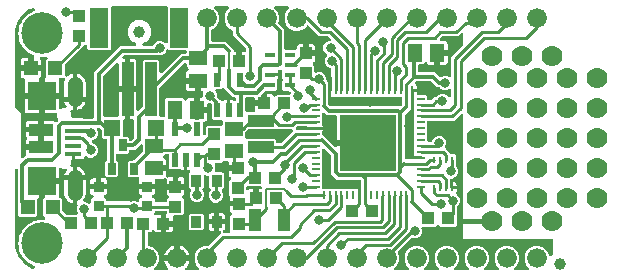
<source format=gbr>
G04 EAGLE Gerber RS-274X export*
G75*
%MOMM*%
%FSLAX34Y34*%
%LPD*%
%INTop Copper*%
%IPPOS*%
%AMOC8*
5,1,8,0,0,1.08239X$1,22.5*%
G01*
%ADD10R,1.500000X1.240000*%
%ADD11R,1.000000X1.075000*%
%ADD12R,1.240000X1.500000*%
%ADD13R,1.200000X1.200000*%
%ADD14R,1.075000X1.000000*%
%ADD15C,1.000000*%
%ADD16R,0.900000X0.900000*%
%ADD17C,3.516000*%
%ADD18R,2.413000X2.413000*%
%ADD19C,1.308000*%
%ADD20R,1.350000X0.400000*%
%ADD21R,2.000000X1.000000*%
%ADD22R,0.550000X1.200000*%
%ADD23C,1.676400*%
%ADD24R,1.000000X4.600000*%
%ADD25R,1.600000X3.400000*%
%ADD26R,1.100000X1.900000*%
%ADD27R,0.850000X1.000000*%
%ADD28R,0.275000X0.500000*%
%ADD29R,1.400000X1.400000*%
%ADD30R,0.635000X1.016000*%
%ADD31R,0.900000X0.450000*%
%ADD32R,0.220000X0.700000*%
%ADD33R,0.700000X0.220000*%
%ADD34R,4.700000X4.700000*%
%ADD35R,2.200000X1.016000*%
%ADD36C,0.800100*%
%ADD37C,0.254000*%
%ADD38C,0.806400*%
%ADD39C,1.778000*%
%ADD40C,0.406400*%
%ADD41C,0.304800*%
%ADD42C,0.203200*%

G36*
X131486Y2558D02*
X131486Y2558D01*
X131624Y2571D01*
X131643Y2578D01*
X131664Y2581D01*
X131793Y2632D01*
X131924Y2679D01*
X131940Y2690D01*
X131959Y2698D01*
X132071Y2779D01*
X132187Y2857D01*
X132200Y2873D01*
X132217Y2884D01*
X132305Y2992D01*
X132397Y3096D01*
X132406Y3114D01*
X132419Y3129D01*
X132479Y3255D01*
X132542Y3379D01*
X132546Y3399D01*
X132555Y3417D01*
X132581Y3554D01*
X132611Y3689D01*
X132611Y3710D01*
X132615Y3729D01*
X132606Y3868D01*
X132602Y4007D01*
X132596Y4027D01*
X132595Y4047D01*
X132552Y4179D01*
X132513Y4313D01*
X132503Y4330D01*
X132497Y4349D01*
X132423Y4467D01*
X132352Y4587D01*
X132333Y4608D01*
X132327Y4618D01*
X132312Y4632D01*
X132245Y4707D01*
X131369Y5584D01*
X130358Y6975D01*
X129577Y8507D01*
X129046Y10142D01*
X129037Y10201D01*
X138470Y10201D01*
X138588Y10216D01*
X138707Y10223D01*
X138745Y10235D01*
X138785Y10241D01*
X138896Y10284D01*
X139009Y10321D01*
X139043Y10343D01*
X139081Y10358D01*
X139177Y10427D01*
X139278Y10491D01*
X139306Y10521D01*
X139338Y10544D01*
X139414Y10636D01*
X139496Y10723D01*
X139515Y10758D01*
X139541Y10789D01*
X139592Y10897D01*
X139649Y11001D01*
X139659Y11041D01*
X139677Y11077D01*
X139697Y11184D01*
X139701Y11154D01*
X139745Y11044D01*
X139781Y10931D01*
X139803Y10896D01*
X139818Y10859D01*
X139888Y10762D01*
X139951Y10662D01*
X139981Y10634D01*
X140005Y10601D01*
X140096Y10525D01*
X140183Y10444D01*
X140218Y10424D01*
X140250Y10399D01*
X140357Y10348D01*
X140462Y10290D01*
X140501Y10280D01*
X140537Y10263D01*
X140654Y10241D01*
X140770Y10211D01*
X140830Y10207D01*
X140850Y10203D01*
X140870Y10205D01*
X140930Y10201D01*
X150363Y10201D01*
X150354Y10142D01*
X149823Y8507D01*
X149042Y6975D01*
X148031Y5584D01*
X147155Y4707D01*
X147070Y4598D01*
X146981Y4491D01*
X146972Y4472D01*
X146960Y4456D01*
X146904Y4328D01*
X146845Y4203D01*
X146841Y4183D01*
X146833Y4164D01*
X146811Y4026D01*
X146785Y3890D01*
X146787Y3870D01*
X146783Y3850D01*
X146796Y3711D01*
X146805Y3573D01*
X146811Y3554D01*
X146813Y3534D01*
X146860Y3402D01*
X146903Y3271D01*
X146914Y3253D01*
X146921Y3234D01*
X146999Y3119D01*
X147073Y3002D01*
X147088Y2988D01*
X147099Y2971D01*
X147203Y2879D01*
X147305Y2784D01*
X147323Y2774D01*
X147338Y2761D01*
X147462Y2698D01*
X147583Y2630D01*
X147603Y2625D01*
X147621Y2616D01*
X147757Y2586D01*
X147891Y2551D01*
X147919Y2549D01*
X147931Y2546D01*
X147952Y2547D01*
X148052Y2541D01*
X157466Y2541D01*
X157604Y2558D01*
X157743Y2571D01*
X157762Y2578D01*
X157782Y2581D01*
X157911Y2632D01*
X158042Y2679D01*
X158059Y2690D01*
X158078Y2698D01*
X158190Y2779D01*
X158305Y2857D01*
X158319Y2873D01*
X158335Y2884D01*
X158424Y2992D01*
X158516Y3096D01*
X158525Y3114D01*
X158538Y3129D01*
X158597Y3255D01*
X158660Y3379D01*
X158665Y3399D01*
X158673Y3417D01*
X158699Y3553D01*
X158730Y3689D01*
X158729Y3710D01*
X158733Y3729D01*
X158724Y3868D01*
X158720Y4007D01*
X158715Y4027D01*
X158713Y4047D01*
X158671Y4179D01*
X158632Y4313D01*
X158622Y4330D01*
X158615Y4349D01*
X158541Y4467D01*
X158470Y4587D01*
X158452Y4608D01*
X158445Y4618D01*
X158430Y4632D01*
X158364Y4707D01*
X156271Y6801D01*
X154685Y10628D01*
X154685Y14772D01*
X156271Y18599D01*
X159201Y21529D01*
X163028Y23115D01*
X165514Y23115D01*
X165612Y23127D01*
X165711Y23130D01*
X165769Y23147D01*
X165830Y23155D01*
X165922Y23191D01*
X166017Y23219D01*
X166069Y23249D01*
X166125Y23272D01*
X166205Y23330D01*
X166291Y23380D01*
X166366Y23446D01*
X166383Y23458D01*
X166390Y23468D01*
X166412Y23486D01*
X176805Y33880D01*
X176890Y33989D01*
X176978Y34096D01*
X176987Y34115D01*
X177000Y34131D01*
X177055Y34259D01*
X177114Y34384D01*
X177118Y34404D01*
X177126Y34423D01*
X177148Y34560D01*
X177174Y34697D01*
X177173Y34717D01*
X177176Y34737D01*
X177163Y34876D01*
X177154Y35014D01*
X177148Y35033D01*
X177146Y35053D01*
X177099Y35185D01*
X177056Y35316D01*
X177045Y35334D01*
X177038Y35353D01*
X176960Y35467D01*
X176886Y35585D01*
X176871Y35599D01*
X176860Y35616D01*
X176755Y35708D01*
X176654Y35803D01*
X176637Y35813D01*
X176621Y35826D01*
X176497Y35890D01*
X176376Y35957D01*
X176356Y35962D01*
X176338Y35971D01*
X176202Y36001D01*
X176068Y36036D01*
X176040Y36038D01*
X176028Y36041D01*
X176007Y36040D01*
X175907Y36046D01*
X175720Y36046D01*
X175720Y41463D01*
X180387Y41463D01*
X180387Y38253D01*
X180214Y37606D01*
X179879Y37027D01*
X179406Y36554D01*
X179148Y36405D01*
X179032Y36317D01*
X178914Y36232D01*
X178906Y36221D01*
X178895Y36213D01*
X178805Y36099D01*
X178712Y35987D01*
X178706Y35974D01*
X178698Y35964D01*
X178638Y35830D01*
X178576Y35699D01*
X178574Y35686D01*
X178568Y35673D01*
X178544Y35529D01*
X178516Y35386D01*
X178517Y35373D01*
X178515Y35360D01*
X178527Y35214D01*
X178536Y35069D01*
X178540Y35056D01*
X178541Y35043D01*
X178589Y34905D01*
X178634Y34767D01*
X178641Y34755D01*
X178646Y34742D01*
X178726Y34621D01*
X178804Y34498D01*
X178814Y34489D01*
X178822Y34477D01*
X178930Y34380D01*
X179036Y34280D01*
X179048Y34273D01*
X179058Y34264D01*
X179187Y34197D01*
X179314Y34126D01*
X179327Y34123D01*
X179339Y34117D01*
X179482Y34083D01*
X179622Y34047D01*
X179641Y34046D01*
X179649Y34044D01*
X179666Y34044D01*
X179783Y34037D01*
X183846Y34037D01*
X183985Y34054D01*
X184123Y34067D01*
X184142Y34074D01*
X184162Y34077D01*
X184291Y34128D01*
X184422Y34175D01*
X184439Y34186D01*
X184458Y34194D01*
X184570Y34275D01*
X184685Y34353D01*
X184699Y34369D01*
X184715Y34380D01*
X184804Y34488D01*
X184896Y34592D01*
X184905Y34610D01*
X184918Y34625D01*
X184977Y34751D01*
X185040Y34875D01*
X185045Y34895D01*
X185053Y34913D01*
X185079Y35049D01*
X185110Y35185D01*
X185109Y35206D01*
X185113Y35225D01*
X185104Y35364D01*
X185100Y35503D01*
X185095Y35523D01*
X185093Y35543D01*
X185050Y35675D01*
X185012Y35809D01*
X185001Y35826D01*
X184995Y35845D01*
X184991Y35852D01*
X184991Y48390D01*
X186134Y49533D01*
X186211Y49632D01*
X186294Y49727D01*
X186309Y49758D01*
X186329Y49784D01*
X186379Y49900D01*
X186435Y50012D01*
X186442Y50045D01*
X186456Y50076D01*
X186475Y50200D01*
X186502Y50323D01*
X186500Y50357D01*
X186505Y50390D01*
X186494Y50516D01*
X186488Y50641D01*
X186479Y50673D01*
X186476Y50707D01*
X186433Y50825D01*
X186397Y50946D01*
X186379Y50974D01*
X186368Y51006D01*
X186297Y51110D01*
X186232Y51218D01*
X186208Y51241D01*
X186189Y51269D01*
X186095Y51353D01*
X186005Y51441D01*
X185965Y51467D01*
X185951Y51480D01*
X185932Y51490D01*
X185871Y51530D01*
X185464Y51765D01*
X184991Y52238D01*
X184656Y52817D01*
X184483Y53464D01*
X184483Y56674D01*
X190794Y56674D01*
X190912Y56689D01*
X191031Y56696D01*
X191069Y56708D01*
X191109Y56714D01*
X191220Y56757D01*
X191333Y56794D01*
X191367Y56816D01*
X191405Y56831D01*
X191501Y56900D01*
X191602Y56964D01*
X191630Y56994D01*
X191662Y57017D01*
X191738Y57109D01*
X191820Y57196D01*
X191839Y57231D01*
X191865Y57262D01*
X191916Y57370D01*
X191973Y57474D01*
X191983Y57514D01*
X192001Y57550D01*
X192023Y57667D01*
X192053Y57782D01*
X192057Y57842D01*
X192060Y57862D01*
X192059Y57883D01*
X192063Y57943D01*
X192063Y60403D01*
X192048Y60521D01*
X192041Y60640D01*
X192028Y60678D01*
X192023Y60719D01*
X191979Y60829D01*
X191943Y60942D01*
X191921Y60977D01*
X191906Y61014D01*
X191836Y61110D01*
X191773Y61211D01*
X191743Y61239D01*
X191719Y61272D01*
X191628Y61348D01*
X191541Y61429D01*
X191506Y61449D01*
X191474Y61474D01*
X191367Y61525D01*
X191262Y61583D01*
X191223Y61593D01*
X191187Y61610D01*
X191070Y61632D01*
X190954Y61662D01*
X190894Y61666D01*
X190874Y61670D01*
X190854Y61668D01*
X190794Y61672D01*
X184483Y61672D01*
X184483Y64939D01*
X184498Y65007D01*
X184497Y65060D01*
X184504Y65114D01*
X184492Y65219D01*
X184489Y65325D01*
X184474Y65376D01*
X184468Y65430D01*
X184430Y65529D01*
X184400Y65630D01*
X184373Y65676D01*
X184354Y65727D01*
X184293Y65813D01*
X184239Y65904D01*
X184229Y65915D01*
X184229Y78362D01*
X185372Y79505D01*
X185449Y79604D01*
X185532Y79699D01*
X185547Y79730D01*
X185567Y79756D01*
X185617Y79872D01*
X185673Y79984D01*
X185680Y80017D01*
X185694Y80048D01*
X185713Y80172D01*
X185739Y80295D01*
X185738Y80329D01*
X185743Y80362D01*
X185732Y80487D01*
X185726Y80613D01*
X185717Y80645D01*
X185714Y80679D01*
X185671Y80797D01*
X185635Y80918D01*
X185617Y80946D01*
X185606Y80978D01*
X185535Y81082D01*
X185470Y81190D01*
X185446Y81213D01*
X185427Y81241D01*
X185333Y81324D01*
X185243Y81413D01*
X185203Y81440D01*
X185189Y81452D01*
X185170Y81462D01*
X185109Y81502D01*
X184702Y81737D01*
X184229Y82210D01*
X183894Y82789D01*
X183721Y83436D01*
X183721Y86646D01*
X190032Y86646D01*
X190150Y86661D01*
X190269Y86668D01*
X190307Y86680D01*
X190347Y86686D01*
X190458Y86729D01*
X190571Y86766D01*
X190605Y86788D01*
X190643Y86803D01*
X190739Y86872D01*
X190840Y86936D01*
X190868Y86966D01*
X190900Y86989D01*
X190976Y87081D01*
X191058Y87168D01*
X191077Y87203D01*
X191103Y87234D01*
X191154Y87342D01*
X191211Y87446D01*
X191221Y87486D01*
X191239Y87522D01*
X191261Y87639D01*
X191291Y87754D01*
X191295Y87814D01*
X191298Y87834D01*
X191297Y87855D01*
X191301Y87915D01*
X191301Y90375D01*
X191286Y90493D01*
X191279Y90612D01*
X191266Y90650D01*
X191261Y90691D01*
X191217Y90801D01*
X191181Y90914D01*
X191159Y90949D01*
X191144Y90986D01*
X191074Y91082D01*
X191011Y91183D01*
X190981Y91211D01*
X190957Y91244D01*
X190866Y91320D01*
X190779Y91401D01*
X190744Y91421D01*
X190712Y91446D01*
X190605Y91497D01*
X190500Y91555D01*
X190461Y91565D01*
X190425Y91582D01*
X190308Y91604D01*
X190192Y91634D01*
X190132Y91638D01*
X190112Y91642D01*
X190092Y91640D01*
X190032Y91644D01*
X183721Y91644D01*
X183721Y93520D01*
X183706Y93638D01*
X183699Y93757D01*
X183686Y93795D01*
X183681Y93836D01*
X183638Y93946D01*
X183601Y94059D01*
X183579Y94094D01*
X183564Y94131D01*
X183495Y94227D01*
X183431Y94328D01*
X183401Y94356D01*
X183378Y94389D01*
X183286Y94465D01*
X183199Y94546D01*
X183164Y94566D01*
X183133Y94591D01*
X183025Y94642D01*
X182921Y94700D01*
X182881Y94710D01*
X182845Y94727D01*
X182728Y94749D01*
X182613Y94779D01*
X182553Y94783D01*
X182533Y94787D01*
X182512Y94785D01*
X182452Y94789D01*
X180125Y94789D01*
X179764Y94886D01*
X179659Y94901D01*
X179556Y94924D01*
X179502Y94922D01*
X179448Y94929D01*
X179343Y94917D01*
X179238Y94914D01*
X179186Y94899D01*
X179133Y94893D01*
X179034Y94855D01*
X178932Y94826D01*
X178886Y94798D01*
X178836Y94779D01*
X178749Y94718D01*
X178658Y94664D01*
X178594Y94608D01*
X178576Y94595D01*
X178566Y94583D01*
X178537Y94558D01*
X177292Y93312D01*
X172972Y93312D01*
X172923Y93306D01*
X172873Y93308D01*
X172766Y93286D01*
X172657Y93272D01*
X172610Y93254D01*
X172562Y93244D01*
X172463Y93196D01*
X172361Y93155D01*
X172321Y93126D01*
X172276Y93104D01*
X172193Y93033D01*
X172104Y92969D01*
X172072Y92930D01*
X172034Y92898D01*
X171971Y92808D01*
X171901Y92724D01*
X171880Y92679D01*
X171851Y92638D01*
X171812Y92535D01*
X171765Y92436D01*
X171756Y92387D01*
X171738Y92341D01*
X171726Y92231D01*
X171706Y92124D01*
X171709Y92074D01*
X171703Y92025D01*
X171719Y91916D01*
X171725Y91806D01*
X171741Y91759D01*
X171748Y91710D01*
X171800Y91557D01*
X172403Y90100D01*
X172403Y87700D01*
X172269Y87375D01*
X172255Y87327D01*
X172234Y87282D01*
X172214Y87174D01*
X172185Y87068D01*
X172184Y87018D01*
X172174Y86969D01*
X172181Y86860D01*
X172180Y86750D01*
X172191Y86702D01*
X172194Y86652D01*
X172228Y86548D01*
X172254Y86441D01*
X172277Y86397D01*
X172292Y86350D01*
X172351Y86257D01*
X172402Y86160D01*
X172436Y86123D01*
X172462Y86081D01*
X172542Y86006D01*
X172616Y85924D01*
X172658Y85897D01*
X172694Y85863D01*
X172790Y85810D01*
X172882Y85750D01*
X172929Y85733D01*
X172973Y85709D01*
X173079Y85682D01*
X173183Y85646D01*
X173232Y85642D01*
X173280Y85630D01*
X173441Y85620D01*
X178688Y85620D01*
X179879Y84429D01*
X179879Y72745D01*
X178671Y71538D01*
X178664Y71537D01*
X178526Y71524D01*
X178507Y71517D01*
X178487Y71514D01*
X178357Y71463D01*
X178226Y71416D01*
X178210Y71405D01*
X178191Y71397D01*
X178079Y71316D01*
X177963Y71238D01*
X177950Y71222D01*
X177934Y71211D01*
X177845Y71103D01*
X177753Y70999D01*
X177744Y70981D01*
X177731Y70966D01*
X177672Y70840D01*
X177608Y70716D01*
X177604Y70696D01*
X177595Y70678D01*
X177569Y70542D01*
X177539Y70405D01*
X177539Y70385D01*
X177536Y70366D01*
X177544Y70227D01*
X177548Y70088D01*
X177554Y70068D01*
X177555Y70048D01*
X177598Y69916D01*
X177637Y69782D01*
X177647Y69765D01*
X177653Y69746D01*
X177728Y69628D01*
X177798Y69508D01*
X177817Y69487D01*
X177823Y69477D01*
X177829Y69472D01*
X178753Y67240D01*
X178753Y64840D01*
X177835Y62622D01*
X176138Y60925D01*
X173920Y60007D01*
X171520Y60007D01*
X169302Y60925D01*
X167605Y62622D01*
X166687Y64840D01*
X166687Y67240D01*
X167605Y69458D01*
X168206Y70058D01*
X168279Y70152D01*
X168357Y70241D01*
X168376Y70277D01*
X168400Y70309D01*
X168448Y70419D01*
X168502Y70524D01*
X168511Y70564D01*
X168527Y70601D01*
X168545Y70719D01*
X168572Y70835D01*
X168570Y70875D01*
X168577Y70915D01*
X168565Y71034D01*
X168562Y71153D01*
X168551Y71191D01*
X168547Y71232D01*
X168507Y71344D01*
X168473Y71458D01*
X168453Y71493D01*
X168439Y71531D01*
X168372Y71630D01*
X168312Y71732D01*
X168272Y71777D01*
X168261Y71794D01*
X168245Y71808D01*
X168205Y71853D01*
X167313Y72745D01*
X167313Y81598D01*
X167298Y81716D01*
X167291Y81834D01*
X167278Y81873D01*
X167273Y81913D01*
X167230Y82024D01*
X167193Y82137D01*
X167171Y82171D01*
X167156Y82209D01*
X167087Y82305D01*
X167023Y82406D01*
X166993Y82433D01*
X166970Y82466D01*
X166878Y82542D01*
X166791Y82624D01*
X166756Y82643D01*
X166725Y82669D01*
X166617Y82720D01*
X166513Y82777D01*
X166473Y82787D01*
X166437Y82804D01*
X166320Y82827D01*
X166205Y82857D01*
X166145Y82860D01*
X166125Y82864D01*
X166104Y82863D01*
X166044Y82867D01*
X165170Y82867D01*
X164134Y83296D01*
X164086Y83309D01*
X164041Y83330D01*
X163933Y83351D01*
X163827Y83380D01*
X163777Y83381D01*
X163728Y83390D01*
X163619Y83383D01*
X163509Y83385D01*
X163461Y83373D01*
X163411Y83370D01*
X163307Y83336D01*
X163200Y83311D01*
X163156Y83288D01*
X163109Y83272D01*
X163016Y83213D01*
X162919Y83162D01*
X162882Y83129D01*
X162840Y83102D01*
X162765Y83022D01*
X162683Y82948D01*
X162656Y82907D01*
X162622Y82870D01*
X162569Y82774D01*
X162509Y82682D01*
X162492Y82635D01*
X162468Y82592D01*
X162441Y82486D01*
X162405Y82382D01*
X162401Y82332D01*
X162389Y82284D01*
X162379Y82123D01*
X162379Y72745D01*
X161741Y72107D01*
X161668Y72013D01*
X161589Y71923D01*
X161570Y71887D01*
X161546Y71856D01*
X161498Y71746D01*
X161444Y71640D01*
X161435Y71601D01*
X161419Y71564D01*
X161401Y71446D01*
X161374Y71330D01*
X161376Y71290D01*
X161369Y71250D01*
X161381Y71131D01*
X161384Y71012D01*
X161395Y70973D01*
X161399Y70933D01*
X161439Y70821D01*
X161473Y70707D01*
X161493Y70672D01*
X161507Y70634D01*
X161574Y70535D01*
X161634Y70433D01*
X161674Y70387D01*
X161685Y70371D01*
X161701Y70357D01*
X161740Y70312D01*
X161960Y70093D01*
X162878Y67875D01*
X162878Y65475D01*
X161960Y63257D01*
X160263Y61560D01*
X158045Y60642D01*
X155645Y60642D01*
X153427Y61560D01*
X151730Y63257D01*
X150812Y65475D01*
X150812Y67875D01*
X151621Y69829D01*
X151629Y69858D01*
X151642Y69884D01*
X151671Y70011D01*
X151705Y70136D01*
X151706Y70165D01*
X151712Y70194D01*
X151708Y70324D01*
X151710Y70454D01*
X151703Y70483D01*
X151702Y70512D01*
X151666Y70637D01*
X151636Y70763D01*
X151622Y70789D01*
X151614Y70818D01*
X151548Y70929D01*
X151487Y71044D01*
X151467Y71066D01*
X151452Y71091D01*
X151346Y71212D01*
X149813Y72745D01*
X149813Y84429D01*
X150896Y85512D01*
X150981Y85621D01*
X151070Y85728D01*
X151078Y85747D01*
X151091Y85763D01*
X151146Y85890D01*
X151205Y86016D01*
X151209Y86036D01*
X151217Y86055D01*
X151239Y86193D01*
X151265Y86329D01*
X151264Y86349D01*
X151267Y86369D01*
X151254Y86508D01*
X151245Y86646D01*
X151239Y86665D01*
X151237Y86685D01*
X151190Y86817D01*
X151147Y86948D01*
X151136Y86966D01*
X151130Y86985D01*
X151051Y87100D01*
X150977Y87217D01*
X150962Y87231D01*
X150951Y87248D01*
X150847Y87340D01*
X150745Y87435D01*
X150728Y87445D01*
X150713Y87458D01*
X150588Y87522D01*
X150467Y87589D01*
X150447Y87594D01*
X150429Y87603D01*
X150293Y87633D01*
X150159Y87668D01*
X150131Y87670D01*
X150119Y87673D01*
X150099Y87672D01*
X149998Y87678D01*
X148694Y87678D01*
X148694Y96114D01*
X148679Y96232D01*
X148672Y96351D01*
X148659Y96389D01*
X148654Y96429D01*
X148611Y96540D01*
X148574Y96653D01*
X148552Y96687D01*
X148537Y96725D01*
X148468Y96821D01*
X148404Y96922D01*
X148374Y96950D01*
X148351Y96982D01*
X148259Y97058D01*
X148172Y97140D01*
X148137Y97159D01*
X148106Y97185D01*
X147998Y97236D01*
X147894Y97293D01*
X147854Y97303D01*
X147818Y97321D01*
X147701Y97343D01*
X147586Y97373D01*
X147526Y97377D01*
X147506Y97380D01*
X147485Y97379D01*
X147425Y97383D01*
X147215Y97383D01*
X147097Y97368D01*
X146978Y97361D01*
X146940Y97348D01*
X146899Y97343D01*
X146789Y97299D01*
X146676Y97263D01*
X146641Y97241D01*
X146604Y97226D01*
X146507Y97156D01*
X146407Y97093D01*
X146379Y97063D01*
X146346Y97039D01*
X146270Y96948D01*
X146189Y96861D01*
X146169Y96826D01*
X146144Y96794D01*
X146093Y96687D01*
X146035Y96582D01*
X146025Y96543D01*
X146008Y96507D01*
X145986Y96390D01*
X145956Y96274D01*
X145952Y96214D01*
X145948Y96194D01*
X145950Y96174D01*
X145946Y96114D01*
X145946Y87678D01*
X144236Y87678D01*
X143589Y87851D01*
X142939Y88227D01*
X142925Y88239D01*
X142889Y88258D01*
X142858Y88282D01*
X142748Y88330D01*
X142642Y88384D01*
X142603Y88393D01*
X142566Y88409D01*
X142448Y88427D01*
X142331Y88454D01*
X142292Y88452D01*
X142252Y88459D01*
X142133Y88448D01*
X142013Y88444D01*
X141975Y88433D01*
X141935Y88429D01*
X141823Y88389D01*
X141708Y88356D01*
X141674Y88335D01*
X141636Y88322D01*
X141537Y88255D01*
X141434Y88194D01*
X141425Y88186D01*
X134228Y88186D01*
X133037Y89377D01*
X133037Y99974D01*
X133022Y100092D01*
X133015Y100211D01*
X133002Y100249D01*
X132997Y100290D01*
X132954Y100400D01*
X132917Y100513D01*
X132895Y100548D01*
X132880Y100585D01*
X132811Y100681D01*
X132747Y100782D01*
X132717Y100810D01*
X132694Y100843D01*
X132602Y100919D01*
X132515Y101000D01*
X132480Y101020D01*
X132449Y101045D01*
X132341Y101096D01*
X132237Y101154D01*
X132197Y101164D01*
X132161Y101181D01*
X132044Y101203D01*
X131929Y101233D01*
X131869Y101237D01*
X131849Y101241D01*
X131828Y101239D01*
X131768Y101243D01*
X130884Y101243D01*
X130786Y101231D01*
X130686Y101228D01*
X130628Y101211D01*
X130568Y101203D01*
X130476Y101167D01*
X130381Y101139D01*
X130329Y101109D01*
X130272Y101086D01*
X130192Y101028D01*
X130107Y100978D01*
X130032Y100912D01*
X130015Y100900D01*
X130007Y100890D01*
X129986Y100872D01*
X128583Y99468D01*
X128506Y99369D01*
X128424Y99274D01*
X128409Y99244D01*
X128388Y99217D01*
X128338Y99102D01*
X128282Y98989D01*
X128275Y98956D01*
X128262Y98925D01*
X128242Y98801D01*
X128216Y98678D01*
X128217Y98644D01*
X128212Y98611D01*
X128223Y98486D01*
X128229Y98360D01*
X128238Y98328D01*
X128242Y98294D01*
X128284Y98176D01*
X128320Y98056D01*
X128338Y98027D01*
X128349Y97995D01*
X128420Y97891D01*
X128485Y97783D01*
X128509Y97760D01*
X128528Y97732D01*
X128622Y97649D01*
X128712Y97561D01*
X128752Y97534D01*
X128766Y97521D01*
X128785Y97512D01*
X128846Y97471D01*
X129475Y97108D01*
X129948Y96635D01*
X130283Y96056D01*
X130456Y95409D01*
X130456Y91414D01*
X121685Y91414D01*
X121567Y91399D01*
X121448Y91392D01*
X121410Y91379D01*
X121370Y91374D01*
X121259Y91330D01*
X121146Y91294D01*
X121111Y91272D01*
X121074Y91257D01*
X120978Y91187D01*
X120877Y91124D01*
X120849Y91094D01*
X120817Y91070D01*
X120741Y90979D01*
X120659Y90892D01*
X120640Y90857D01*
X120614Y90825D01*
X120563Y90718D01*
X120506Y90614D01*
X120495Y90574D01*
X120478Y90538D01*
X120456Y90421D01*
X120426Y90306D01*
X120422Y90245D01*
X120418Y90225D01*
X120420Y90206D01*
X120418Y90199D01*
X120419Y90192D01*
X120416Y90145D01*
X120416Y87605D01*
X120431Y87487D01*
X120438Y87368D01*
X120451Y87330D01*
X120456Y87290D01*
X120500Y87179D01*
X120536Y87066D01*
X120558Y87031D01*
X120573Y86994D01*
X120643Y86898D01*
X120706Y86797D01*
X120736Y86769D01*
X120760Y86736D01*
X120851Y86661D01*
X120938Y86579D01*
X120973Y86559D01*
X121005Y86534D01*
X121112Y86483D01*
X121216Y86425D01*
X121256Y86415D01*
X121292Y86398D01*
X121409Y86376D01*
X121524Y86346D01*
X121585Y86342D01*
X121605Y86338D01*
X121625Y86340D01*
X121685Y86336D01*
X130456Y86336D01*
X130456Y82241D01*
X130472Y82109D01*
X130483Y81977D01*
X130492Y81952D01*
X130496Y81925D01*
X130544Y81802D01*
X130588Y81677D01*
X130603Y81654D01*
X130613Y81629D01*
X130690Y81522D01*
X130764Y81412D01*
X130784Y81394D01*
X130799Y81372D01*
X130902Y81288D01*
X131000Y81199D01*
X131024Y81186D01*
X131044Y81169D01*
X131164Y81113D01*
X131281Y81051D01*
X131308Y81045D01*
X131332Y81034D01*
X131462Y81009D01*
X131591Y80978D01*
X131618Y80979D01*
X131644Y80974D01*
X131776Y80982D01*
X131909Y80985D01*
X131935Y80992D01*
X131962Y80994D01*
X132088Y81035D01*
X132215Y81070D01*
X132250Y81087D01*
X132264Y81092D01*
X132283Y81103D01*
X132360Y81141D01*
X132576Y81267D01*
X133223Y81440D01*
X136058Y81440D01*
X136058Y76023D01*
X131016Y76023D01*
X131016Y79333D01*
X131000Y79465D01*
X130989Y79597D01*
X130980Y79622D01*
X130976Y79649D01*
X130928Y79772D01*
X130884Y79897D01*
X130869Y79920D01*
X130859Y79945D01*
X130782Y80052D01*
X130708Y80162D01*
X130688Y80180D01*
X130673Y80202D01*
X130570Y80286D01*
X130472Y80375D01*
X130448Y80388D01*
X130428Y80405D01*
X130308Y80461D01*
X130191Y80523D01*
X130164Y80529D01*
X130140Y80540D01*
X130010Y80565D01*
X129881Y80596D01*
X129854Y80595D01*
X129828Y80600D01*
X129696Y80592D01*
X129563Y80589D01*
X129537Y80582D01*
X129510Y80580D01*
X129384Y80539D01*
X129257Y80504D01*
X129222Y80487D01*
X129208Y80482D01*
X129189Y80471D01*
X129112Y80433D01*
X128896Y80307D01*
X128249Y80134D01*
X122667Y80134D01*
X122543Y80119D01*
X122417Y80109D01*
X122385Y80099D01*
X122352Y80094D01*
X122235Y80048D01*
X122116Y80008D01*
X122087Y79990D01*
X122056Y79977D01*
X121954Y79904D01*
X121849Y79835D01*
X121826Y79810D01*
X121799Y79791D01*
X121718Y79694D01*
X121633Y79601D01*
X121617Y79572D01*
X121596Y79546D01*
X121542Y79432D01*
X121483Y79321D01*
X121475Y79288D01*
X121460Y79258D01*
X121437Y79135D01*
X121406Y79012D01*
X121407Y78979D01*
X121400Y78946D01*
X121408Y78820D01*
X121409Y78694D01*
X121419Y78646D01*
X121420Y78628D01*
X121427Y78608D01*
X121441Y78536D01*
X121521Y78239D01*
X121521Y75654D01*
X115460Y75654D01*
X115342Y75639D01*
X115223Y75632D01*
X115185Y75619D01*
X115145Y75614D01*
X115034Y75571D01*
X114921Y75534D01*
X114887Y75512D01*
X114849Y75497D01*
X114753Y75427D01*
X114652Y75364D01*
X114624Y75334D01*
X114592Y75311D01*
X114516Y75219D01*
X114484Y75185D01*
X114479Y75193D01*
X114449Y75221D01*
X114425Y75254D01*
X114334Y75330D01*
X114247Y75411D01*
X114212Y75431D01*
X114180Y75456D01*
X114073Y75507D01*
X113968Y75565D01*
X113929Y75575D01*
X113893Y75592D01*
X113776Y75614D01*
X113660Y75644D01*
X113600Y75648D01*
X113580Y75652D01*
X113560Y75650D01*
X113500Y75654D01*
X107439Y75654D01*
X107439Y78239D01*
X107612Y78886D01*
X107914Y79408D01*
X107966Y79530D01*
X108022Y79650D01*
X108027Y79677D01*
X108037Y79702D01*
X108057Y79833D01*
X108082Y79963D01*
X108080Y79989D01*
X108084Y80016D01*
X108070Y80148D01*
X108062Y80280D01*
X108054Y80306D01*
X108051Y80332D01*
X108005Y80456D01*
X107964Y80582D01*
X107949Y80605D01*
X107940Y80631D01*
X107865Y80739D01*
X107794Y80851D01*
X107774Y80870D01*
X107759Y80892D01*
X107659Y80978D01*
X107562Y81069D01*
X107539Y81082D01*
X107518Y81100D01*
X107400Y81159D01*
X107284Y81223D01*
X107258Y81229D01*
X107233Y81241D01*
X107103Y81269D01*
X106976Y81302D01*
X106938Y81304D01*
X106922Y81308D01*
X106900Y81307D01*
X106815Y81312D01*
X99463Y81312D01*
X98272Y82503D01*
X98272Y94347D01*
X99463Y95538D01*
X102522Y95538D01*
X102620Y95550D01*
X102719Y95553D01*
X102777Y95570D01*
X102838Y95578D01*
X102930Y95614D01*
X103025Y95642D01*
X103077Y95672D01*
X103133Y95695D01*
X103213Y95753D01*
X103299Y95803D01*
X103374Y95869D01*
X103391Y95881D01*
X103398Y95891D01*
X103420Y95909D01*
X110511Y103000D01*
X110571Y103079D01*
X110639Y103151D01*
X110668Y103204D01*
X110705Y103252D01*
X110745Y103343D01*
X110793Y103429D01*
X110808Y103488D01*
X110832Y103544D01*
X110847Y103642D01*
X110872Y103737D01*
X110878Y103837D01*
X110882Y103858D01*
X110880Y103870D01*
X110882Y103898D01*
X110882Y107984D01*
X110865Y108122D01*
X110852Y108260D01*
X110845Y108279D01*
X110842Y108299D01*
X110791Y108429D01*
X110744Y108559D01*
X110733Y108576D01*
X110725Y108595D01*
X110644Y108708D01*
X110566Y108823D01*
X110550Y108836D01*
X110539Y108852D01*
X110431Y108941D01*
X110327Y109033D01*
X110309Y109042D01*
X110294Y109055D01*
X110168Y109114D01*
X110044Y109178D01*
X110024Y109182D01*
X110006Y109191D01*
X109869Y109217D01*
X109734Y109247D01*
X109713Y109247D01*
X109694Y109251D01*
X109555Y109242D01*
X109416Y109238D01*
X109396Y109232D01*
X109376Y109231D01*
X109244Y109188D01*
X109110Y109149D01*
X109093Y109139D01*
X109074Y109133D01*
X108956Y109058D01*
X108836Y108988D01*
X108815Y108969D01*
X108805Y108963D01*
X108791Y108948D01*
X108716Y108881D01*
X107052Y107218D01*
X104448Y104614D01*
X100457Y104614D01*
X100339Y104599D01*
X100220Y104592D01*
X100182Y104579D01*
X100141Y104574D01*
X100031Y104531D01*
X99918Y104494D01*
X99883Y104472D01*
X99846Y104457D01*
X99750Y104388D01*
X99649Y104324D01*
X99621Y104294D01*
X99588Y104271D01*
X99512Y104179D01*
X99431Y104092D01*
X99411Y104057D01*
X99386Y104026D01*
X99335Y103918D01*
X99277Y103814D01*
X99267Y103774D01*
X99250Y103738D01*
X99228Y103621D01*
X99198Y103506D01*
X99194Y103446D01*
X99190Y103426D01*
X99192Y103405D01*
X99188Y103345D01*
X99188Y102503D01*
X97997Y101312D01*
X89560Y101312D01*
X89442Y101297D01*
X89323Y101290D01*
X89285Y101277D01*
X89244Y101272D01*
X89134Y101229D01*
X89021Y101192D01*
X88986Y101170D01*
X88949Y101155D01*
X88853Y101086D01*
X88752Y101022D01*
X88724Y100992D01*
X88691Y100969D01*
X88615Y100877D01*
X88534Y100790D01*
X88514Y100755D01*
X88489Y100724D01*
X88438Y100616D01*
X88380Y100512D01*
X88370Y100472D01*
X88353Y100436D01*
X88331Y100319D01*
X88301Y100204D01*
X88297Y100144D01*
X88293Y100124D01*
X88295Y100103D01*
X88291Y100043D01*
X88291Y96270D01*
X88303Y96172D01*
X88306Y96072D01*
X88323Y96014D01*
X88331Y95954D01*
X88367Y95862D01*
X88395Y95767D01*
X88425Y95715D01*
X88448Y95658D01*
X88506Y95578D01*
X88556Y95493D01*
X88622Y95418D01*
X88634Y95401D01*
X88644Y95393D01*
X88662Y95372D01*
X89688Y94347D01*
X89688Y82503D01*
X88497Y81312D01*
X81145Y81312D01*
X81014Y81296D01*
X80882Y81285D01*
X80856Y81276D01*
X80829Y81272D01*
X80706Y81224D01*
X80581Y81180D01*
X80559Y81165D01*
X80534Y81155D01*
X80427Y81078D01*
X80316Y81004D01*
X80298Y80984D01*
X80276Y80969D01*
X80192Y80867D01*
X80103Y80768D01*
X80091Y80744D01*
X80074Y80724D01*
X80017Y80604D01*
X79956Y80487D01*
X79950Y80460D01*
X79938Y80436D01*
X79913Y80306D01*
X79883Y80177D01*
X79883Y80150D01*
X79878Y80124D01*
X79887Y79992D01*
X79889Y79859D01*
X79896Y79833D01*
X79898Y79806D01*
X79939Y79680D01*
X79974Y79553D01*
X79991Y79518D01*
X79996Y79504D01*
X80008Y79485D01*
X80046Y79408D01*
X80348Y78886D01*
X80521Y78239D01*
X80521Y75654D01*
X75729Y75654D01*
X75729Y80446D01*
X78265Y80446D01*
X78403Y80463D01*
X78542Y80476D01*
X78561Y80483D01*
X78581Y80486D01*
X78710Y80537D01*
X78841Y80584D01*
X78858Y80595D01*
X78877Y80603D01*
X78989Y80684D01*
X79104Y80762D01*
X79117Y80778D01*
X79134Y80789D01*
X79223Y80897D01*
X79315Y81001D01*
X79324Y81019D01*
X79337Y81034D01*
X79396Y81160D01*
X79459Y81284D01*
X79464Y81304D01*
X79472Y81322D01*
X79498Y81459D01*
X79529Y81594D01*
X79528Y81615D01*
X79532Y81634D01*
X79523Y81773D01*
X79519Y81912D01*
X79514Y81932D01*
X79512Y81952D01*
X79469Y82084D01*
X79431Y82218D01*
X79420Y82235D01*
X79414Y82254D01*
X79340Y82372D01*
X79272Y82486D01*
X79272Y94347D01*
X80298Y95372D01*
X80358Y95450D01*
X80426Y95523D01*
X80455Y95576D01*
X80492Y95623D01*
X80532Y95714D01*
X80580Y95801D01*
X80595Y95860D01*
X80619Y95915D01*
X80634Y96013D01*
X80659Y96109D01*
X80665Y96209D01*
X80669Y96229D01*
X80667Y96242D01*
X80669Y96270D01*
X80669Y112888D01*
X80654Y113006D01*
X80647Y113125D01*
X80634Y113163D01*
X80629Y113204D01*
X80586Y113314D01*
X80549Y113427D01*
X80527Y113462D01*
X80512Y113499D01*
X80443Y113595D01*
X80379Y113696D01*
X80349Y113724D01*
X80326Y113757D01*
X80234Y113833D01*
X80147Y113914D01*
X80112Y113934D01*
X80081Y113959D01*
X79973Y114010D01*
X79869Y114068D01*
X79829Y114078D01*
X79793Y114095D01*
X79676Y114117D01*
X79561Y114147D01*
X79501Y114151D01*
X79481Y114155D01*
X79460Y114153D01*
X79400Y114157D01*
X77163Y114157D01*
X75972Y115348D01*
X75972Y121228D01*
X75960Y121326D01*
X75957Y121425D01*
X75940Y121483D01*
X75932Y121543D01*
X75896Y121635D01*
X75868Y121731D01*
X75838Y121783D01*
X75815Y121839D01*
X75757Y121919D01*
X75707Y122004D01*
X75641Y122080D01*
X75629Y122096D01*
X75619Y122104D01*
X75601Y122125D01*
X74608Y123118D01*
X74530Y123178D01*
X74458Y123246D01*
X74405Y123275D01*
X74357Y123312D01*
X74266Y123352D01*
X74179Y123400D01*
X74121Y123415D01*
X74065Y123439D01*
X73967Y123454D01*
X73871Y123479D01*
X73771Y123485D01*
X73751Y123489D01*
X73739Y123487D01*
X73711Y123489D01*
X73140Y123489D01*
X73090Y123483D01*
X73041Y123485D01*
X72933Y123463D01*
X72824Y123449D01*
X72778Y123431D01*
X72729Y123421D01*
X72631Y123373D01*
X72529Y123332D01*
X72488Y123303D01*
X72444Y123281D01*
X72360Y123210D01*
X72271Y123146D01*
X72239Y123107D01*
X72202Y123075D01*
X72138Y122985D01*
X72068Y122901D01*
X72047Y122856D01*
X72019Y122815D01*
X71980Y122712D01*
X71933Y122613D01*
X71924Y122564D01*
X71906Y122518D01*
X71894Y122408D01*
X71873Y122301D01*
X71876Y122251D01*
X71871Y122202D01*
X71886Y122093D01*
X71893Y121983D01*
X71908Y121936D01*
X71915Y121887D01*
X71967Y121734D01*
X72708Y119945D01*
X72708Y117545D01*
X71790Y115327D01*
X70093Y113630D01*
X68522Y112980D01*
X68479Y112955D01*
X68432Y112938D01*
X68341Y112877D01*
X68246Y112822D01*
X68210Y112788D01*
X68169Y112760D01*
X68096Y112677D01*
X68017Y112601D01*
X67991Y112559D01*
X67959Y112521D01*
X67909Y112423D01*
X67851Y112330D01*
X67837Y112282D01*
X67814Y112238D01*
X67790Y112131D01*
X67758Y112026D01*
X67755Y111976D01*
X67744Y111928D01*
X67748Y111818D01*
X67742Y111708D01*
X67752Y111660D01*
X67754Y111610D01*
X67784Y111505D01*
X67807Y111397D01*
X67829Y111352D01*
X67842Y111304D01*
X67898Y111210D01*
X67946Y111111D01*
X67979Y111073D01*
X68004Y111030D01*
X68110Y110910D01*
X68346Y110674D01*
X68350Y110647D01*
X68367Y110519D01*
X68377Y110491D01*
X68382Y110462D01*
X68436Y110344D01*
X68484Y110223D01*
X68501Y110199D01*
X68513Y110172D01*
X68594Y110071D01*
X68670Y109966D01*
X68693Y109947D01*
X68712Y109924D01*
X68815Y109846D01*
X68915Y109763D01*
X68942Y109750D01*
X68966Y109733D01*
X69110Y109662D01*
X70093Y109255D01*
X71790Y107558D01*
X72708Y105340D01*
X72708Y102940D01*
X71790Y100722D01*
X70093Y99025D01*
X67875Y98107D01*
X65475Y98107D01*
X63024Y99122D01*
X62994Y99130D01*
X62939Y99157D01*
X62913Y99162D01*
X62888Y99173D01*
X62769Y99192D01*
X62717Y99206D01*
X62695Y99206D01*
X62627Y99220D01*
X62601Y99218D01*
X62574Y99223D01*
X62442Y99210D01*
X62399Y99211D01*
X62384Y99207D01*
X62310Y99203D01*
X62284Y99195D01*
X62257Y99193D01*
X62132Y99148D01*
X62118Y99143D01*
X62090Y99137D01*
X62081Y99132D01*
X62006Y99108D01*
X61983Y99094D01*
X61958Y99085D01*
X61848Y99011D01*
X61826Y98997D01*
X61809Y98988D01*
X61804Y98983D01*
X61736Y98941D01*
X61717Y98922D01*
X61695Y98907D01*
X61607Y98807D01*
X61586Y98786D01*
X61574Y98774D01*
X61570Y98769D01*
X61516Y98712D01*
X61502Y98688D01*
X61484Y98668D01*
X61424Y98550D01*
X61410Y98526D01*
X61399Y98508D01*
X61397Y98501D01*
X61359Y98435D01*
X61347Y98399D01*
X61340Y98385D01*
X61335Y98364D01*
X61324Y98330D01*
X60983Y97740D01*
X60510Y97267D01*
X59931Y96932D01*
X59284Y96759D01*
X53469Y96759D01*
X53469Y101300D01*
X53454Y101418D01*
X53447Y101537D01*
X53435Y101575D01*
X53430Y101615D01*
X53386Y101726D01*
X53349Y101839D01*
X53327Y101873D01*
X53313Y101911D01*
X53243Y102007D01*
X53179Y102108D01*
X53149Y102136D01*
X53126Y102168D01*
X53034Y102244D01*
X52947Y102326D01*
X52912Y102345D01*
X52881Y102371D01*
X52773Y102422D01*
X52669Y102479D01*
X52630Y102489D01*
X52593Y102507D01*
X52476Y102529D01*
X52361Y102559D01*
X52301Y102563D01*
X52281Y102566D01*
X52280Y102566D01*
X52260Y102565D01*
X52200Y102569D01*
X52082Y102554D01*
X51963Y102547D01*
X51924Y102534D01*
X51884Y102529D01*
X51774Y102485D01*
X51660Y102449D01*
X51626Y102427D01*
X51589Y102412D01*
X51492Y102342D01*
X51392Y102278D01*
X51364Y102249D01*
X51331Y102225D01*
X51255Y102133D01*
X51174Y102047D01*
X51154Y102011D01*
X51128Y101980D01*
X51078Y101873D01*
X51020Y101768D01*
X51010Y101729D01*
X50993Y101693D01*
X50971Y101576D01*
X50941Y101460D01*
X50937Y101400D01*
X50933Y101380D01*
X50934Y101360D01*
X50931Y101300D01*
X50931Y96446D01*
X50924Y96439D01*
X50891Y96416D01*
X50815Y96324D01*
X50734Y96237D01*
X50714Y96202D01*
X50689Y96171D01*
X50638Y96063D01*
X50580Y95959D01*
X50570Y95919D01*
X50553Y95883D01*
X50531Y95766D01*
X50501Y95651D01*
X50497Y95591D01*
X50493Y95571D01*
X50495Y95550D01*
X50491Y95490D01*
X50491Y93598D01*
X49768Y91853D01*
X49756Y91811D01*
X49742Y91781D01*
X49735Y91743D01*
X49711Y91683D01*
X49702Y91614D01*
X49684Y91546D01*
X49683Y91470D01*
X49682Y91469D01*
X49682Y91467D01*
X49682Y91457D01*
X49671Y91368D01*
X49680Y91298D01*
X49679Y91228D01*
X49700Y91141D01*
X49711Y91052D01*
X49737Y90987D01*
X49753Y90919D01*
X49795Y90840D01*
X49828Y90756D01*
X49869Y90700D01*
X49902Y90638D01*
X49962Y90571D01*
X50014Y90499D01*
X50068Y90454D01*
X50115Y90402D01*
X50190Y90353D01*
X50259Y90296D01*
X50323Y90266D01*
X50381Y90228D01*
X50466Y90199D01*
X50547Y90160D01*
X50616Y90147D01*
X50682Y90124D01*
X50771Y90117D01*
X50859Y90101D01*
X50929Y90105D01*
X50999Y90099D01*
X51087Y90115D01*
X51177Y90120D01*
X51298Y90151D01*
X51312Y90154D01*
X51318Y90156D01*
X51451Y90177D01*
X51451Y83299D01*
X44573Y83299D01*
X44593Y83426D01*
X45035Y84786D01*
X45683Y86059D01*
X46181Y86744D01*
X46200Y86779D01*
X46225Y86809D01*
X46276Y86918D01*
X46334Y87023D01*
X46344Y87061D01*
X46361Y87097D01*
X46383Y87214D01*
X46413Y87331D01*
X46413Y87371D01*
X46421Y87410D01*
X46413Y87529D01*
X46413Y87649D01*
X46403Y87687D01*
X46401Y87727D01*
X46364Y87841D01*
X46334Y87957D01*
X46315Y87992D01*
X46303Y88029D01*
X46239Y88131D01*
X46181Y88235D01*
X46154Y88264D01*
X46133Y88298D01*
X46045Y88380D01*
X45964Y88467D01*
X45930Y88489D01*
X45901Y88516D01*
X45796Y88574D01*
X45695Y88638D01*
X45657Y88650D01*
X45623Y88670D01*
X45507Y88699D01*
X45393Y88737D01*
X45353Y88739D01*
X45315Y88749D01*
X45154Y88759D01*
X43248Y88759D01*
X41811Y89355D01*
X41763Y89368D01*
X41718Y89389D01*
X41610Y89410D01*
X41504Y89439D01*
X41454Y89440D01*
X41405Y89449D01*
X41296Y89442D01*
X41186Y89444D01*
X41138Y89432D01*
X41088Y89429D01*
X40984Y89395D01*
X40877Y89370D01*
X40833Y89346D01*
X40786Y89331D01*
X40693Y89272D01*
X40596Y89221D01*
X40559Y89188D01*
X40517Y89161D01*
X40442Y89081D01*
X40360Y89007D01*
X40333Y88966D01*
X40299Y88929D01*
X40246Y88833D01*
X40186Y88741D01*
X40169Y88694D01*
X40145Y88651D01*
X40118Y88545D01*
X40082Y88440D01*
X40078Y88391D01*
X40066Y88343D01*
X40056Y88182D01*
X40056Y80549D01*
X35912Y80549D01*
X35872Y80544D01*
X35832Y80547D01*
X35715Y80524D01*
X35597Y80509D01*
X35559Y80495D01*
X35519Y80487D01*
X35412Y80436D01*
X35301Y80392D01*
X35268Y80369D01*
X35232Y80351D01*
X35140Y80275D01*
X35044Y80206D01*
X35018Y80174D01*
X34987Y80149D01*
X34917Y80052D01*
X34841Y79961D01*
X34824Y79924D01*
X34800Y79891D01*
X34756Y79780D01*
X34705Y79673D01*
X34698Y79633D01*
X34683Y79596D01*
X34653Y79437D01*
X34530Y78457D01*
X34530Y78380D01*
X34520Y78303D01*
X34530Y78143D01*
X34531Y78140D01*
X34531Y78139D01*
X34653Y77163D01*
X34663Y77123D01*
X34665Y77083D01*
X34702Y76970D01*
X34731Y76854D01*
X34751Y76819D01*
X34763Y76781D01*
X34827Y76680D01*
X34884Y76575D01*
X34912Y76546D01*
X34933Y76512D01*
X35020Y76430D01*
X35101Y76343D01*
X35136Y76322D01*
X35165Y76294D01*
X35269Y76236D01*
X35370Y76172D01*
X35408Y76160D01*
X35444Y76140D01*
X35559Y76111D01*
X35672Y76074D01*
X35712Y76071D01*
X35751Y76061D01*
X35912Y76051D01*
X40056Y76051D01*
X40056Y65900D01*
X39951Y65511D01*
X39934Y65386D01*
X39911Y65262D01*
X39913Y65229D01*
X39908Y65195D01*
X39922Y65070D01*
X39930Y64945D01*
X39941Y64913D01*
X39945Y64880D01*
X39990Y64762D01*
X40028Y64643D01*
X40046Y64614D01*
X40058Y64583D01*
X40131Y64480D01*
X40198Y64374D01*
X40223Y64351D01*
X40243Y64323D01*
X40338Y64242D01*
X40430Y64156D01*
X40460Y64140D01*
X40485Y64118D01*
X40599Y64063D01*
X40709Y64002D01*
X40741Y63994D01*
X40772Y63979D01*
X40895Y63954D01*
X41017Y63923D01*
X41065Y63920D01*
X41083Y63916D01*
X41105Y63917D01*
X41177Y63913D01*
X41472Y63913D01*
X42663Y62722D01*
X42663Y53403D01*
X42675Y53305D01*
X42678Y53206D01*
X42695Y53148D01*
X42703Y53087D01*
X42739Y52995D01*
X42767Y52900D01*
X42797Y52848D01*
X42820Y52792D01*
X42878Y52712D01*
X42928Y52626D01*
X42994Y52551D01*
X43006Y52534D01*
X43016Y52527D01*
X43034Y52505D01*
X45590Y49949D01*
X45669Y49889D01*
X45741Y49821D01*
X45794Y49792D01*
X45842Y49755D01*
X45933Y49715D01*
X46019Y49667D01*
X46078Y49652D01*
X46134Y49628D01*
X46232Y49613D01*
X46327Y49588D01*
X46427Y49582D01*
X46448Y49578D01*
X46460Y49580D01*
X46488Y49578D01*
X54615Y49578D01*
X54664Y49584D01*
X54713Y49582D01*
X54821Y49604D01*
X54930Y49618D01*
X54976Y49636D01*
X55025Y49646D01*
X55124Y49694D01*
X55226Y49735D01*
X55266Y49764D01*
X55311Y49786D01*
X55394Y49857D01*
X55483Y49921D01*
X55515Y49960D01*
X55553Y49992D01*
X55616Y50082D01*
X55686Y50166D01*
X55707Y50211D01*
X55736Y50252D01*
X55775Y50355D01*
X55821Y50454D01*
X55831Y50503D01*
X55848Y50549D01*
X55861Y50659D01*
X55881Y50766D01*
X55878Y50816D01*
X55884Y50865D01*
X55868Y50974D01*
X55861Y51084D01*
X55846Y51131D01*
X55839Y51180D01*
X55787Y51333D01*
X54927Y53410D01*
X54927Y55810D01*
X55589Y57408D01*
X55628Y57550D01*
X55670Y57695D01*
X55670Y57705D01*
X55673Y57715D01*
X55675Y57862D01*
X55680Y58013D01*
X55678Y58023D01*
X55678Y58033D01*
X55643Y58178D01*
X55611Y58323D01*
X55606Y58332D01*
X55604Y58342D01*
X55534Y58474D01*
X55466Y58607D01*
X55460Y58614D01*
X55455Y58623D01*
X55449Y58630D01*
X55449Y79301D01*
X62531Y79301D01*
X62531Y67505D01*
X62307Y66094D01*
X61865Y64734D01*
X61217Y63461D01*
X60634Y62659D01*
X60615Y62624D01*
X60589Y62593D01*
X60538Y62485D01*
X60481Y62380D01*
X60471Y62341D01*
X60454Y62305D01*
X60431Y62188D01*
X60401Y62072D01*
X60401Y62032D01*
X60394Y61993D01*
X60401Y61874D01*
X60401Y61754D01*
X60411Y61715D01*
X60414Y61676D01*
X60450Y61562D01*
X60480Y61446D01*
X60499Y61411D01*
X60512Y61373D01*
X60576Y61272D01*
X60633Y61167D01*
X60660Y61138D01*
X60682Y61104D01*
X60769Y61022D01*
X60851Y60935D01*
X60884Y60914D01*
X60913Y60886D01*
X61018Y60829D01*
X61119Y60764D01*
X61157Y60752D01*
X61192Y60733D01*
X61308Y60703D01*
X61422Y60666D01*
X61461Y60663D01*
X61500Y60653D01*
X61661Y60643D01*
X62160Y60643D01*
X64378Y59725D01*
X64780Y59322D01*
X64890Y59237D01*
X64997Y59148D01*
X65016Y59139D01*
X65032Y59127D01*
X65160Y59071D01*
X65285Y59012D01*
X65305Y59009D01*
X65324Y59000D01*
X65462Y58979D01*
X65598Y58953D01*
X65618Y58954D01*
X65638Y58951D01*
X65777Y58964D01*
X65915Y58972D01*
X65934Y58979D01*
X65954Y58980D01*
X66085Y59027D01*
X66217Y59070D01*
X66235Y59081D01*
X66254Y59088D01*
X66368Y59166D01*
X66486Y59240D01*
X66500Y59255D01*
X66517Y59267D01*
X66609Y59371D01*
X66704Y59472D01*
X66714Y59490D01*
X66727Y59505D01*
X66790Y59629D01*
X66858Y59751D01*
X66863Y59770D01*
X66872Y59788D01*
X66902Y59924D01*
X66937Y60059D01*
X66939Y60087D01*
X66942Y60099D01*
X66941Y60119D01*
X66947Y60219D01*
X66947Y62747D01*
X68149Y63949D01*
X68212Y63957D01*
X68363Y63974D01*
X68369Y63977D01*
X68376Y63978D01*
X68519Y64034D01*
X68660Y64088D01*
X68666Y64092D01*
X68672Y64095D01*
X68795Y64184D01*
X68919Y64272D01*
X68924Y64277D01*
X68929Y64281D01*
X69026Y64399D01*
X69125Y64515D01*
X69128Y64521D01*
X69132Y64526D01*
X69197Y64664D01*
X69263Y64801D01*
X69265Y64808D01*
X69268Y64814D01*
X69296Y64961D01*
X69326Y65113D01*
X69326Y65120D01*
X69327Y65126D01*
X69318Y65278D01*
X69310Y65431D01*
X69308Y65437D01*
X69308Y65444D01*
X69261Y65587D01*
X69215Y65734D01*
X69212Y65740D01*
X69210Y65746D01*
X69129Y65874D01*
X69048Y66005D01*
X69043Y66009D01*
X69039Y66015D01*
X68928Y66120D01*
X68819Y66225D01*
X68813Y66228D01*
X68808Y66233D01*
X68674Y66307D01*
X68542Y66382D01*
X68533Y66384D01*
X68529Y66387D01*
X68519Y66389D01*
X68389Y66433D01*
X67999Y66537D01*
X67420Y66872D01*
X66947Y67345D01*
X66612Y67924D01*
X66439Y68571D01*
X66439Y71156D01*
X72500Y71156D01*
X72618Y71171D01*
X72737Y71178D01*
X72775Y71190D01*
X72815Y71196D01*
X72926Y71239D01*
X73039Y71276D01*
X73073Y71298D01*
X73111Y71313D01*
X73207Y71382D01*
X73308Y71446D01*
X73336Y71476D01*
X73368Y71499D01*
X73444Y71591D01*
X73476Y71625D01*
X73481Y71617D01*
X73511Y71589D01*
X73535Y71556D01*
X73626Y71480D01*
X73713Y71399D01*
X73748Y71379D01*
X73780Y71354D01*
X73887Y71303D01*
X73992Y71245D01*
X74031Y71235D01*
X74067Y71218D01*
X74184Y71196D01*
X74300Y71166D01*
X74360Y71162D01*
X74380Y71158D01*
X74400Y71160D01*
X74460Y71156D01*
X80521Y71156D01*
X80521Y68571D01*
X80348Y67924D01*
X80013Y67345D01*
X79540Y66872D01*
X78961Y66537D01*
X78571Y66433D01*
X78430Y66375D01*
X78288Y66319D01*
X78283Y66315D01*
X78276Y66313D01*
X78153Y66222D01*
X78031Y66133D01*
X78026Y66127D01*
X78021Y66123D01*
X77925Y66005D01*
X77828Y65888D01*
X77825Y65881D01*
X77821Y65876D01*
X77756Y65736D01*
X77692Y65600D01*
X77691Y65593D01*
X77688Y65587D01*
X77661Y65436D01*
X77633Y65287D01*
X77633Y65281D01*
X77632Y65274D01*
X77643Y65122D01*
X77652Y64970D01*
X77654Y64964D01*
X77655Y64957D01*
X77704Y64811D01*
X77750Y64668D01*
X77754Y64662D01*
X77756Y64655D01*
X77840Y64526D01*
X77921Y64399D01*
X77926Y64394D01*
X77929Y64389D01*
X78041Y64285D01*
X78152Y64181D01*
X78158Y64178D01*
X78163Y64173D01*
X78297Y64101D01*
X78431Y64027D01*
X78437Y64026D01*
X78443Y64023D01*
X78591Y63986D01*
X78739Y63948D01*
X78748Y63947D01*
X78752Y63946D01*
X78763Y63946D01*
X78817Y63943D01*
X80013Y62747D01*
X80013Y62231D01*
X80028Y62113D01*
X80035Y61994D01*
X80048Y61956D01*
X80053Y61915D01*
X80096Y61805D01*
X80133Y61692D01*
X80155Y61657D01*
X80170Y61620D01*
X80239Y61524D01*
X80303Y61423D01*
X80333Y61395D01*
X80356Y61362D01*
X80448Y61286D01*
X80535Y61205D01*
X80570Y61185D01*
X80601Y61160D01*
X80709Y61109D01*
X80813Y61051D01*
X80853Y61041D01*
X80889Y61024D01*
X81006Y61002D01*
X81121Y60972D01*
X81181Y60968D01*
X81201Y60964D01*
X81222Y60966D01*
X81282Y60962D01*
X100367Y60962D01*
X100472Y60922D01*
X100591Y60870D01*
X100621Y60866D01*
X100648Y60855D01*
X100777Y60841D01*
X100905Y60821D01*
X100935Y60823D01*
X100964Y60820D01*
X101093Y60838D01*
X101222Y60850D01*
X101250Y60860D01*
X101279Y60864D01*
X101432Y60916D01*
X102305Y61278D01*
X104705Y61278D01*
X106192Y60662D01*
X106240Y60649D01*
X106285Y60628D01*
X106393Y60607D01*
X106499Y60578D01*
X106549Y60577D01*
X106598Y60568D01*
X106707Y60575D01*
X106817Y60573D01*
X106865Y60585D01*
X106915Y60588D01*
X107019Y60622D01*
X107126Y60647D01*
X107170Y60671D01*
X107217Y60686D01*
X107310Y60745D01*
X107407Y60796D01*
X107444Y60829D01*
X107486Y60856D01*
X107561Y60936D01*
X107643Y61010D01*
X107670Y61051D01*
X107704Y61088D01*
X107757Y61184D01*
X107817Y61276D01*
X107834Y61323D01*
X107858Y61366D01*
X107885Y61472D01*
X107921Y61577D01*
X107925Y61626D01*
X107937Y61674D01*
X107947Y61835D01*
X107947Y62747D01*
X109149Y63949D01*
X109212Y63957D01*
X109363Y63974D01*
X109369Y63977D01*
X109376Y63978D01*
X109518Y64034D01*
X109660Y64088D01*
X109666Y64092D01*
X109672Y64095D01*
X109795Y64184D01*
X109919Y64272D01*
X109924Y64277D01*
X109929Y64281D01*
X110026Y64399D01*
X110125Y64515D01*
X110128Y64521D01*
X110132Y64526D01*
X110196Y64662D01*
X110263Y64801D01*
X110265Y64808D01*
X110268Y64814D01*
X110296Y64961D01*
X110326Y65113D01*
X110326Y65120D01*
X110327Y65126D01*
X110318Y65278D01*
X110310Y65431D01*
X110308Y65437D01*
X110308Y65444D01*
X110261Y65589D01*
X110215Y65734D01*
X110212Y65740D01*
X110210Y65746D01*
X110128Y65875D01*
X110048Y66005D01*
X110043Y66009D01*
X110039Y66015D01*
X109928Y66120D01*
X109819Y66225D01*
X109813Y66228D01*
X109808Y66233D01*
X109674Y66307D01*
X109542Y66382D01*
X109533Y66384D01*
X109529Y66387D01*
X109519Y66389D01*
X109389Y66433D01*
X108999Y66537D01*
X108420Y66872D01*
X107947Y67345D01*
X107612Y67924D01*
X107439Y68571D01*
X107439Y71156D01*
X113500Y71156D01*
X113618Y71171D01*
X113737Y71178D01*
X113775Y71190D01*
X113815Y71196D01*
X113926Y71239D01*
X114039Y71276D01*
X114073Y71298D01*
X114111Y71313D01*
X114207Y71382D01*
X114308Y71446D01*
X114336Y71476D01*
X114368Y71499D01*
X114444Y71591D01*
X114476Y71625D01*
X114481Y71617D01*
X114511Y71589D01*
X114535Y71556D01*
X114626Y71480D01*
X114713Y71399D01*
X114748Y71379D01*
X114780Y71354D01*
X114887Y71303D01*
X114992Y71245D01*
X115031Y71235D01*
X115067Y71218D01*
X115184Y71196D01*
X115300Y71166D01*
X115360Y71162D01*
X115380Y71158D01*
X115400Y71160D01*
X115460Y71156D01*
X121521Y71156D01*
X121521Y68571D01*
X121348Y67924D01*
X121013Y67345D01*
X120540Y66872D01*
X119961Y66537D01*
X119571Y66433D01*
X119430Y66375D01*
X119288Y66319D01*
X119283Y66315D01*
X119276Y66313D01*
X119154Y66222D01*
X119031Y66133D01*
X119026Y66127D01*
X119021Y66123D01*
X118926Y66006D01*
X118828Y65888D01*
X118825Y65881D01*
X118821Y65876D01*
X118756Y65736D01*
X118692Y65600D01*
X118691Y65593D01*
X118688Y65587D01*
X118661Y65436D01*
X118633Y65287D01*
X118633Y65281D01*
X118632Y65274D01*
X118643Y65122D01*
X118652Y64970D01*
X118655Y64964D01*
X118655Y64957D01*
X118704Y64811D01*
X118750Y64668D01*
X118754Y64662D01*
X118756Y64655D01*
X118840Y64526D01*
X118921Y64399D01*
X118926Y64394D01*
X118929Y64389D01*
X119040Y64286D01*
X119152Y64181D01*
X119158Y64178D01*
X119163Y64173D01*
X119297Y64101D01*
X119431Y64027D01*
X119437Y64026D01*
X119443Y64023D01*
X119592Y63986D01*
X119739Y63948D01*
X119748Y63947D01*
X119752Y63946D01*
X119763Y63946D01*
X119817Y63943D01*
X121013Y62747D01*
X121013Y61350D01*
X121028Y61232D01*
X121035Y61113D01*
X121048Y61075D01*
X121053Y61034D01*
X121096Y60924D01*
X121133Y60811D01*
X121155Y60776D01*
X121170Y60739D01*
X121239Y60643D01*
X121303Y60542D01*
X121333Y60514D01*
X121356Y60481D01*
X121448Y60405D01*
X121535Y60324D01*
X121570Y60304D01*
X121601Y60279D01*
X121709Y60228D01*
X121813Y60170D01*
X121853Y60160D01*
X121889Y60143D01*
X122006Y60121D01*
X122121Y60091D01*
X122181Y60087D01*
X122201Y60083D01*
X122222Y60085D01*
X122282Y60081D01*
X130255Y60081D01*
X130373Y60096D01*
X130492Y60103D01*
X130530Y60116D01*
X130571Y60121D01*
X130681Y60164D01*
X130794Y60201D01*
X130829Y60223D01*
X130866Y60238D01*
X130962Y60307D01*
X131063Y60371D01*
X131091Y60401D01*
X131124Y60424D01*
X131200Y60516D01*
X131281Y60603D01*
X131301Y60638D01*
X131326Y60669D01*
X131377Y60777D01*
X131435Y60881D01*
X131445Y60921D01*
X131462Y60957D01*
X131484Y61074D01*
X131514Y61189D01*
X131518Y61249D01*
X131522Y61269D01*
X131520Y61290D01*
X131524Y61350D01*
X131524Y62741D01*
X132667Y63884D01*
X132744Y63983D01*
X132827Y64078D01*
X132842Y64109D01*
X132862Y64135D01*
X132912Y64251D01*
X132968Y64363D01*
X132975Y64396D01*
X132989Y64427D01*
X133008Y64551D01*
X133034Y64674D01*
X133033Y64708D01*
X133038Y64741D01*
X133027Y64866D01*
X133021Y64992D01*
X133012Y65024D01*
X133009Y65058D01*
X132966Y65176D01*
X132930Y65297D01*
X132912Y65325D01*
X132901Y65357D01*
X132830Y65461D01*
X132765Y65569D01*
X132741Y65592D01*
X132722Y65620D01*
X132628Y65703D01*
X132538Y65792D01*
X132498Y65819D01*
X132484Y65831D01*
X132465Y65841D01*
X132404Y65881D01*
X131997Y66116D01*
X131524Y66589D01*
X131189Y67168D01*
X131016Y67815D01*
X131016Y71025D01*
X137327Y71025D01*
X137445Y71040D01*
X137564Y71047D01*
X137602Y71059D01*
X137642Y71065D01*
X137753Y71108D01*
X137866Y71145D01*
X137900Y71167D01*
X137938Y71182D01*
X138034Y71251D01*
X138135Y71315D01*
X138163Y71345D01*
X138195Y71368D01*
X138271Y71460D01*
X138353Y71547D01*
X138372Y71582D01*
X138398Y71613D01*
X138449Y71721D01*
X138506Y71825D01*
X138516Y71865D01*
X138534Y71901D01*
X138554Y72008D01*
X138558Y71978D01*
X138602Y71868D01*
X138638Y71755D01*
X138660Y71720D01*
X138675Y71683D01*
X138745Y71586D01*
X138808Y71486D01*
X138838Y71458D01*
X138862Y71425D01*
X138953Y71349D01*
X139040Y71268D01*
X139075Y71248D01*
X139107Y71223D01*
X139214Y71172D01*
X139319Y71114D01*
X139358Y71104D01*
X139394Y71087D01*
X139511Y71065D01*
X139627Y71035D01*
X139687Y71031D01*
X139707Y71027D01*
X139727Y71029D01*
X139787Y71025D01*
X146098Y71025D01*
X146098Y67815D01*
X145925Y67168D01*
X145590Y66589D01*
X145117Y66116D01*
X144710Y65881D01*
X144609Y65805D01*
X144505Y65734D01*
X144483Y65709D01*
X144456Y65688D01*
X144378Y65590D01*
X144295Y65496D01*
X144280Y65466D01*
X144259Y65439D01*
X144207Y65324D01*
X144150Y65212D01*
X144143Y65180D01*
X144129Y65149D01*
X144108Y65025D01*
X144081Y64902D01*
X144082Y64868D01*
X144076Y64835D01*
X144087Y64710D01*
X144090Y64584D01*
X144100Y64552D01*
X144103Y64518D01*
X144144Y64399D01*
X144179Y64279D01*
X144196Y64250D01*
X144207Y64218D01*
X144276Y64113D01*
X144340Y64005D01*
X144373Y63968D01*
X144383Y63953D01*
X144399Y63938D01*
X144447Y63884D01*
X145590Y62741D01*
X145590Y50307D01*
X144399Y49116D01*
X137528Y49116D01*
X137403Y49101D01*
X137278Y49091D01*
X137246Y49081D01*
X137212Y49076D01*
X137095Y49030D01*
X136976Y48990D01*
X136948Y48972D01*
X136916Y48959D01*
X136815Y48886D01*
X136709Y48817D01*
X136686Y48792D01*
X136659Y48773D01*
X136579Y48676D01*
X136494Y48583D01*
X136478Y48554D01*
X136456Y48528D01*
X136403Y48414D01*
X136343Y48303D01*
X136335Y48270D01*
X136321Y48240D01*
X136297Y48117D01*
X136267Y47994D01*
X136267Y47961D01*
X136261Y47928D01*
X136269Y47802D01*
X136270Y47676D01*
X136280Y47628D01*
X136281Y47610D01*
X136287Y47590D01*
X136302Y47519D01*
X136304Y47510D01*
X136304Y44675D01*
X130887Y44675D01*
X130887Y49889D01*
X130962Y49943D01*
X131063Y50007D01*
X131091Y50037D01*
X131124Y50060D01*
X131200Y50152D01*
X131281Y50239D01*
X131301Y50274D01*
X131326Y50305D01*
X131377Y50413D01*
X131435Y50517D01*
X131445Y50557D01*
X131462Y50593D01*
X131484Y50710D01*
X131514Y50825D01*
X131518Y50885D01*
X131522Y50905D01*
X131520Y50926D01*
X131524Y50986D01*
X131524Y51698D01*
X131509Y51816D01*
X131502Y51935D01*
X131489Y51973D01*
X131484Y52014D01*
X131441Y52124D01*
X131404Y52237D01*
X131382Y52272D01*
X131367Y52309D01*
X131298Y52405D01*
X131234Y52506D01*
X131204Y52534D01*
X131181Y52567D01*
X131089Y52643D01*
X131002Y52724D01*
X130967Y52744D01*
X130936Y52769D01*
X130828Y52820D01*
X130724Y52878D01*
X130684Y52888D01*
X130648Y52905D01*
X130531Y52927D01*
X130416Y52957D01*
X130356Y52961D01*
X130336Y52965D01*
X130315Y52963D01*
X130255Y52967D01*
X122282Y52967D01*
X122164Y52952D01*
X122045Y52945D01*
X122007Y52932D01*
X121966Y52927D01*
X121856Y52884D01*
X121743Y52847D01*
X121708Y52825D01*
X121671Y52810D01*
X121575Y52741D01*
X121474Y52677D01*
X121446Y52647D01*
X121413Y52624D01*
X121337Y52532D01*
X121256Y52445D01*
X121236Y52410D01*
X121211Y52379D01*
X121160Y52271D01*
X121102Y52167D01*
X121098Y52148D01*
X120476Y51526D01*
X120383Y51406D01*
X120288Y51286D01*
X120285Y51280D01*
X120281Y51275D01*
X120220Y51135D01*
X120158Y50996D01*
X120157Y50989D01*
X120155Y50983D01*
X120130Y50831D01*
X120105Y50682D01*
X120106Y50676D01*
X120105Y50669D01*
X120119Y50517D01*
X120132Y50365D01*
X120134Y50359D01*
X120135Y50352D01*
X120186Y50208D01*
X120236Y50065D01*
X120240Y50059D01*
X120242Y50053D01*
X120328Y49926D01*
X120412Y49800D01*
X120417Y49796D01*
X120421Y49790D01*
X120534Y49690D01*
X120648Y49587D01*
X120654Y49584D01*
X120659Y49579D01*
X120794Y49510D01*
X120930Y49439D01*
X120936Y49438D01*
X120942Y49435D01*
X121092Y49401D01*
X121239Y49367D01*
X121246Y49367D01*
X121253Y49365D01*
X121405Y49370D01*
X121557Y49373D01*
X121564Y49375D01*
X121571Y49375D01*
X121719Y49418D01*
X121864Y49458D01*
X121872Y49462D01*
X121876Y49463D01*
X121886Y49469D01*
X122008Y49529D01*
X122032Y49544D01*
X122679Y49717D01*
X125889Y49717D01*
X125889Y43406D01*
X125904Y43288D01*
X125911Y43169D01*
X125923Y43131D01*
X125929Y43091D01*
X125972Y42980D01*
X126009Y42867D01*
X126031Y42833D01*
X126046Y42795D01*
X126115Y42699D01*
X126179Y42598D01*
X126209Y42570D01*
X126232Y42538D01*
X126324Y42462D01*
X126411Y42380D01*
X126446Y42361D01*
X126477Y42335D01*
X126585Y42284D01*
X126689Y42227D01*
X126729Y42216D01*
X126765Y42199D01*
X126872Y42179D01*
X126842Y42175D01*
X126732Y42131D01*
X126619Y42095D01*
X126584Y42073D01*
X126547Y42058D01*
X126450Y41988D01*
X126350Y41924D01*
X126322Y41895D01*
X126289Y41871D01*
X126213Y41780D01*
X126132Y41693D01*
X126112Y41657D01*
X126087Y41626D01*
X126036Y41519D01*
X125978Y41414D01*
X125968Y41375D01*
X125951Y41339D01*
X125929Y41222D01*
X125899Y41106D01*
X125895Y41046D01*
X125891Y41026D01*
X125893Y41006D01*
X125889Y40946D01*
X125889Y34635D01*
X122679Y34635D01*
X122032Y34808D01*
X121453Y35143D01*
X120980Y35616D01*
X120745Y36023D01*
X120669Y36123D01*
X120598Y36227D01*
X120573Y36250D01*
X120552Y36277D01*
X120454Y36355D01*
X120360Y36438D01*
X120330Y36453D01*
X120303Y36474D01*
X120188Y36525D01*
X120076Y36583D01*
X120044Y36590D01*
X120013Y36604D01*
X119889Y36625D01*
X119766Y36652D01*
X119732Y36651D01*
X119699Y36657D01*
X119574Y36646D01*
X119448Y36643D01*
X119416Y36633D01*
X119382Y36630D01*
X119263Y36589D01*
X119143Y36554D01*
X119114Y36537D01*
X119082Y36526D01*
X118977Y36456D01*
X118869Y36393D01*
X118832Y36360D01*
X118817Y36350D01*
X118802Y36334D01*
X118748Y36286D01*
X117605Y35143D01*
X116214Y35143D01*
X116096Y35128D01*
X115977Y35121D01*
X115939Y35108D01*
X115898Y35103D01*
X115788Y35060D01*
X115675Y35023D01*
X115640Y35001D01*
X115603Y34986D01*
X115507Y34916D01*
X115406Y34853D01*
X115378Y34823D01*
X115345Y34799D01*
X115269Y34708D01*
X115188Y34621D01*
X115168Y34586D01*
X115143Y34555D01*
X115092Y34447D01*
X115034Y34343D01*
X115024Y34303D01*
X115007Y34267D01*
X114985Y34150D01*
X114955Y34035D01*
X114951Y33974D01*
X114947Y33954D01*
X114949Y33934D01*
X114945Y33874D01*
X114945Y24384D01*
X114960Y24266D01*
X114967Y24147D01*
X114980Y24109D01*
X114985Y24068D01*
X115028Y23958D01*
X115065Y23845D01*
X115087Y23810D01*
X115102Y23773D01*
X115171Y23677D01*
X115235Y23576D01*
X115265Y23548D01*
X115288Y23515D01*
X115380Y23439D01*
X115467Y23358D01*
X115502Y23338D01*
X115533Y23313D01*
X115641Y23262D01*
X115745Y23204D01*
X115785Y23194D01*
X115821Y23177D01*
X115938Y23155D01*
X116053Y23125D01*
X116113Y23121D01*
X116133Y23117D01*
X116154Y23119D01*
X116214Y23115D01*
X116372Y23115D01*
X120199Y21529D01*
X123129Y18599D01*
X124715Y14772D01*
X124715Y10628D01*
X123129Y6801D01*
X121036Y4707D01*
X120951Y4598D01*
X120862Y4491D01*
X120854Y4472D01*
X120841Y4456D01*
X120786Y4328D01*
X120727Y4203D01*
X120723Y4183D01*
X120715Y4164D01*
X120693Y4026D01*
X120667Y3890D01*
X120668Y3870D01*
X120665Y3850D01*
X120678Y3711D01*
X120687Y3573D01*
X120693Y3554D01*
X120695Y3534D01*
X120742Y3402D01*
X120785Y3271D01*
X120796Y3253D01*
X120802Y3234D01*
X120880Y3119D01*
X120955Y3002D01*
X120970Y2988D01*
X120981Y2971D01*
X121085Y2879D01*
X121186Y2784D01*
X121204Y2774D01*
X121219Y2761D01*
X121344Y2697D01*
X121465Y2630D01*
X121485Y2625D01*
X121503Y2616D01*
X121638Y2586D01*
X121773Y2551D01*
X121801Y2549D01*
X121813Y2546D01*
X121833Y2547D01*
X121934Y2541D01*
X131348Y2541D01*
X131486Y2558D01*
G37*
G36*
X335404Y2558D02*
X335404Y2558D01*
X335543Y2571D01*
X335562Y2578D01*
X335582Y2581D01*
X335711Y2632D01*
X335842Y2679D01*
X335859Y2690D01*
X335878Y2698D01*
X335990Y2779D01*
X336105Y2857D01*
X336119Y2873D01*
X336135Y2884D01*
X336224Y2992D01*
X336316Y3096D01*
X336325Y3114D01*
X336338Y3129D01*
X336397Y3255D01*
X336460Y3379D01*
X336465Y3399D01*
X336473Y3417D01*
X336499Y3553D01*
X336530Y3689D01*
X336529Y3710D01*
X336533Y3729D01*
X336524Y3868D01*
X336520Y4007D01*
X336515Y4027D01*
X336513Y4047D01*
X336471Y4179D01*
X336432Y4313D01*
X336422Y4330D01*
X336415Y4349D01*
X336341Y4467D01*
X336270Y4587D01*
X336252Y4608D01*
X336245Y4618D01*
X336230Y4632D01*
X336164Y4707D01*
X334071Y6801D01*
X332485Y10628D01*
X332485Y14772D01*
X334071Y18599D01*
X337001Y21529D01*
X340828Y23115D01*
X344972Y23115D01*
X348799Y21529D01*
X351729Y18599D01*
X353315Y14772D01*
X353315Y10628D01*
X351729Y6801D01*
X349636Y4707D01*
X349551Y4598D01*
X349462Y4491D01*
X349454Y4472D01*
X349441Y4456D01*
X349386Y4328D01*
X349327Y4203D01*
X349323Y4183D01*
X349315Y4164D01*
X349293Y4026D01*
X349267Y3890D01*
X349268Y3870D01*
X349265Y3850D01*
X349278Y3711D01*
X349287Y3573D01*
X349293Y3554D01*
X349295Y3534D01*
X349342Y3402D01*
X349385Y3271D01*
X349396Y3253D01*
X349402Y3234D01*
X349480Y3119D01*
X349555Y3002D01*
X349570Y2988D01*
X349581Y2971D01*
X349685Y2879D01*
X349786Y2784D01*
X349804Y2774D01*
X349819Y2761D01*
X349944Y2697D01*
X350065Y2630D01*
X350085Y2625D01*
X350103Y2616D01*
X350238Y2586D01*
X350373Y2551D01*
X350401Y2549D01*
X350413Y2546D01*
X350433Y2547D01*
X350534Y2541D01*
X360666Y2541D01*
X360804Y2558D01*
X360943Y2571D01*
X360962Y2578D01*
X360982Y2581D01*
X361111Y2632D01*
X361242Y2679D01*
X361259Y2690D01*
X361278Y2698D01*
X361390Y2779D01*
X361505Y2857D01*
X361519Y2873D01*
X361535Y2884D01*
X361624Y2992D01*
X361716Y3096D01*
X361725Y3114D01*
X361738Y3129D01*
X361797Y3255D01*
X361860Y3379D01*
X361865Y3399D01*
X361873Y3417D01*
X361899Y3553D01*
X361930Y3689D01*
X361929Y3710D01*
X361933Y3729D01*
X361924Y3868D01*
X361920Y4007D01*
X361915Y4027D01*
X361913Y4047D01*
X361871Y4179D01*
X361832Y4313D01*
X361822Y4330D01*
X361815Y4349D01*
X361741Y4467D01*
X361670Y4587D01*
X361652Y4608D01*
X361645Y4618D01*
X361630Y4632D01*
X361564Y4707D01*
X359471Y6801D01*
X357885Y10628D01*
X357885Y14772D01*
X359471Y18599D01*
X362401Y21529D01*
X366228Y23115D01*
X370372Y23115D01*
X374199Y21529D01*
X377129Y18599D01*
X378715Y14772D01*
X378715Y10628D01*
X377129Y6801D01*
X375036Y4707D01*
X374951Y4598D01*
X374862Y4491D01*
X374854Y4472D01*
X374841Y4456D01*
X374786Y4328D01*
X374727Y4203D01*
X374723Y4183D01*
X374715Y4164D01*
X374693Y4026D01*
X374667Y3890D01*
X374668Y3870D01*
X374665Y3850D01*
X374678Y3711D01*
X374687Y3573D01*
X374693Y3554D01*
X374695Y3534D01*
X374742Y3402D01*
X374785Y3271D01*
X374796Y3253D01*
X374802Y3234D01*
X374880Y3119D01*
X374955Y3002D01*
X374970Y2988D01*
X374981Y2971D01*
X375085Y2879D01*
X375186Y2784D01*
X375204Y2774D01*
X375219Y2761D01*
X375344Y2697D01*
X375465Y2630D01*
X375485Y2625D01*
X375503Y2616D01*
X375638Y2586D01*
X375773Y2551D01*
X375801Y2549D01*
X375813Y2546D01*
X375833Y2547D01*
X375934Y2541D01*
X386066Y2541D01*
X386204Y2558D01*
X386343Y2571D01*
X386362Y2578D01*
X386382Y2581D01*
X386511Y2632D01*
X386642Y2679D01*
X386659Y2690D01*
X386678Y2698D01*
X386790Y2779D01*
X386905Y2857D01*
X386919Y2873D01*
X386935Y2884D01*
X387024Y2992D01*
X387116Y3096D01*
X387125Y3114D01*
X387138Y3129D01*
X387197Y3255D01*
X387260Y3379D01*
X387265Y3399D01*
X387273Y3417D01*
X387299Y3553D01*
X387330Y3689D01*
X387329Y3710D01*
X387333Y3729D01*
X387324Y3868D01*
X387320Y4007D01*
X387315Y4027D01*
X387313Y4047D01*
X387271Y4179D01*
X387232Y4313D01*
X387222Y4330D01*
X387215Y4349D01*
X387141Y4467D01*
X387070Y4587D01*
X387052Y4608D01*
X387045Y4618D01*
X387030Y4632D01*
X386964Y4707D01*
X384871Y6801D01*
X383285Y10628D01*
X383285Y14772D01*
X384871Y18599D01*
X387801Y21529D01*
X391628Y23115D01*
X395772Y23115D01*
X399599Y21529D01*
X402529Y18599D01*
X404115Y14772D01*
X404115Y10628D01*
X402529Y6801D01*
X400436Y4707D01*
X400351Y4598D01*
X400262Y4491D01*
X400254Y4472D01*
X400241Y4456D01*
X400186Y4328D01*
X400127Y4203D01*
X400123Y4183D01*
X400115Y4164D01*
X400093Y4026D01*
X400067Y3890D01*
X400068Y3870D01*
X400065Y3850D01*
X400078Y3711D01*
X400087Y3573D01*
X400093Y3554D01*
X400095Y3534D01*
X400142Y3402D01*
X400185Y3271D01*
X400196Y3253D01*
X400202Y3234D01*
X400280Y3119D01*
X400355Y3002D01*
X400370Y2988D01*
X400381Y2971D01*
X400485Y2879D01*
X400586Y2784D01*
X400604Y2774D01*
X400619Y2761D01*
X400744Y2697D01*
X400865Y2630D01*
X400885Y2625D01*
X400903Y2616D01*
X401038Y2586D01*
X401173Y2551D01*
X401201Y2549D01*
X401213Y2546D01*
X401233Y2547D01*
X401334Y2541D01*
X411466Y2541D01*
X411604Y2558D01*
X411743Y2571D01*
X411762Y2578D01*
X411782Y2581D01*
X411911Y2632D01*
X412042Y2679D01*
X412059Y2690D01*
X412078Y2698D01*
X412190Y2779D01*
X412305Y2857D01*
X412319Y2873D01*
X412335Y2884D01*
X412424Y2992D01*
X412516Y3096D01*
X412525Y3114D01*
X412538Y3129D01*
X412597Y3255D01*
X412660Y3379D01*
X412665Y3399D01*
X412673Y3417D01*
X412699Y3553D01*
X412730Y3689D01*
X412729Y3710D01*
X412733Y3729D01*
X412724Y3868D01*
X412720Y4007D01*
X412715Y4027D01*
X412713Y4047D01*
X412671Y4179D01*
X412632Y4313D01*
X412622Y4330D01*
X412615Y4349D01*
X412541Y4467D01*
X412470Y4587D01*
X412452Y4608D01*
X412445Y4618D01*
X412430Y4632D01*
X412364Y4707D01*
X410271Y6801D01*
X408685Y10628D01*
X408685Y14772D01*
X410271Y18599D01*
X413201Y21529D01*
X417028Y23115D01*
X421172Y23115D01*
X424999Y21529D01*
X427929Y18599D01*
X429515Y14772D01*
X429515Y10628D01*
X427929Y6801D01*
X425836Y4707D01*
X425751Y4598D01*
X425662Y4491D01*
X425654Y4472D01*
X425641Y4456D01*
X425586Y4328D01*
X425527Y4203D01*
X425523Y4183D01*
X425515Y4164D01*
X425493Y4026D01*
X425467Y3890D01*
X425468Y3870D01*
X425465Y3850D01*
X425478Y3711D01*
X425487Y3573D01*
X425493Y3554D01*
X425495Y3534D01*
X425542Y3402D01*
X425585Y3271D01*
X425596Y3253D01*
X425602Y3234D01*
X425680Y3119D01*
X425755Y3002D01*
X425770Y2988D01*
X425781Y2971D01*
X425885Y2879D01*
X425986Y2784D01*
X426004Y2774D01*
X426019Y2761D01*
X426144Y2697D01*
X426265Y2630D01*
X426285Y2625D01*
X426303Y2616D01*
X426438Y2586D01*
X426573Y2551D01*
X426601Y2549D01*
X426613Y2546D01*
X426633Y2547D01*
X426734Y2541D01*
X436866Y2541D01*
X437004Y2558D01*
X437143Y2571D01*
X437162Y2578D01*
X437182Y2581D01*
X437311Y2632D01*
X437442Y2679D01*
X437459Y2690D01*
X437478Y2698D01*
X437590Y2779D01*
X437705Y2857D01*
X437719Y2873D01*
X437735Y2884D01*
X437824Y2992D01*
X437916Y3096D01*
X437925Y3114D01*
X437938Y3129D01*
X437997Y3255D01*
X438060Y3379D01*
X438065Y3399D01*
X438073Y3417D01*
X438099Y3553D01*
X438130Y3689D01*
X438129Y3710D01*
X438133Y3729D01*
X438124Y3868D01*
X438120Y4007D01*
X438115Y4027D01*
X438113Y4047D01*
X438071Y4179D01*
X438032Y4313D01*
X438022Y4330D01*
X438015Y4349D01*
X437941Y4467D01*
X437870Y4587D01*
X437852Y4608D01*
X437845Y4618D01*
X437830Y4632D01*
X437764Y4707D01*
X435671Y6801D01*
X434085Y10628D01*
X434085Y14772D01*
X435671Y18599D01*
X438601Y21529D01*
X442428Y23115D01*
X446572Y23115D01*
X450399Y21529D01*
X453329Y18599D01*
X454626Y15470D01*
X454647Y15432D01*
X454661Y15392D01*
X454725Y15295D01*
X454783Y15193D01*
X454813Y15163D01*
X454837Y15127D01*
X454923Y15049D01*
X455004Y14965D01*
X455041Y14942D01*
X455073Y14914D01*
X455176Y14860D01*
X455276Y14799D01*
X455317Y14786D01*
X455355Y14766D01*
X455468Y14739D01*
X455579Y14705D01*
X455622Y14703D01*
X455664Y14693D01*
X455781Y14696D01*
X455897Y14690D01*
X455939Y14699D01*
X455982Y14700D01*
X456094Y14731D01*
X456209Y14754D01*
X456247Y14773D01*
X456289Y14785D01*
X456433Y14856D01*
X457835Y15666D01*
X457919Y15729D01*
X458008Y15786D01*
X458045Y15825D01*
X458088Y15858D01*
X458154Y15941D01*
X458226Y16018D01*
X458252Y16065D01*
X458286Y16107D01*
X458329Y16204D01*
X458380Y16296D01*
X458393Y16348D01*
X458415Y16398D01*
X458433Y16502D01*
X458459Y16604D01*
X458464Y16689D01*
X458468Y16711D01*
X458467Y16727D01*
X458469Y16765D01*
X458469Y27940D01*
X458454Y28058D01*
X458447Y28177D01*
X458434Y28215D01*
X458429Y28256D01*
X458386Y28366D01*
X458349Y28479D01*
X458327Y28514D01*
X458312Y28551D01*
X458243Y28647D01*
X458179Y28748D01*
X458149Y28776D01*
X458126Y28809D01*
X458034Y28885D01*
X457947Y28966D01*
X457912Y28986D01*
X457881Y29011D01*
X457773Y29062D01*
X457669Y29120D01*
X457629Y29130D01*
X457593Y29147D01*
X457476Y29169D01*
X457361Y29199D01*
X457301Y29203D01*
X457281Y29207D01*
X457260Y29205D01*
X457200Y29209D01*
X382269Y29209D01*
X382269Y134145D01*
X382252Y134283D01*
X382239Y134421D01*
X382232Y134441D01*
X382229Y134461D01*
X382178Y134590D01*
X382131Y134721D01*
X382120Y134737D01*
X382112Y134756D01*
X382031Y134869D01*
X381953Y134984D01*
X381937Y134997D01*
X381926Y135014D01*
X381818Y135102D01*
X381714Y135194D01*
X381696Y135203D01*
X381681Y135216D01*
X381555Y135276D01*
X381431Y135339D01*
X381411Y135343D01*
X381393Y135352D01*
X381257Y135378D01*
X381121Y135409D01*
X381100Y135408D01*
X381081Y135412D01*
X380942Y135403D01*
X380803Y135399D01*
X380783Y135393D01*
X380763Y135392D01*
X380631Y135349D01*
X380497Y135310D01*
X380480Y135300D01*
X380461Y135294D01*
X380343Y135220D01*
X380223Y135149D01*
X380202Y135130D01*
X380192Y135124D01*
X380178Y135109D01*
X380103Y135043D01*
X374493Y129433D01*
X352927Y129433D01*
X352809Y129418D01*
X352690Y129411D01*
X352652Y129398D01*
X352611Y129393D01*
X352501Y129350D01*
X352388Y129313D01*
X352353Y129291D01*
X352316Y129276D01*
X352220Y129207D01*
X352119Y129143D01*
X352091Y129113D01*
X352058Y129090D01*
X351982Y128998D01*
X351901Y128911D01*
X351881Y128876D01*
X351856Y128845D01*
X351805Y128737D01*
X351747Y128633D01*
X351737Y128593D01*
X351720Y128557D01*
X351698Y128440D01*
X351668Y128325D01*
X351664Y128265D01*
X351660Y128245D01*
X351662Y128224D01*
X351658Y128164D01*
X351658Y125730D01*
X351657Y125726D01*
X351631Y125610D01*
X351632Y125570D01*
X351626Y125530D01*
X351637Y125411D01*
X351641Y125292D01*
X351652Y125254D01*
X351656Y125214D01*
X351658Y125209D01*
X351658Y120730D01*
X351657Y120726D01*
X351631Y120610D01*
X351632Y120570D01*
X351626Y120530D01*
X351637Y120411D01*
X351641Y120292D01*
X351652Y120254D01*
X351656Y120214D01*
X351658Y120209D01*
X351658Y115730D01*
X351657Y115726D01*
X351631Y115610D01*
X351632Y115570D01*
X351626Y115530D01*
X351637Y115411D01*
X351641Y115292D01*
X351652Y115254D01*
X351656Y115214D01*
X351658Y115209D01*
X351658Y112816D01*
X351673Y112698D01*
X351680Y112579D01*
X351693Y112541D01*
X351698Y112500D01*
X351741Y112390D01*
X351778Y112277D01*
X351800Y112242D01*
X351815Y112205D01*
X351884Y112109D01*
X351948Y112008D01*
X351978Y111980D01*
X352001Y111947D01*
X352093Y111871D01*
X352180Y111790D01*
X352215Y111770D01*
X352246Y111745D01*
X352354Y111694D01*
X352458Y111636D01*
X352498Y111626D01*
X352534Y111609D01*
X352651Y111587D01*
X352766Y111557D01*
X352826Y111553D01*
X352846Y111549D01*
X352867Y111551D01*
X352927Y111547D01*
X354975Y111547D01*
X355004Y111550D01*
X355034Y111548D01*
X355162Y111570D01*
X355291Y111587D01*
X355318Y111597D01*
X355347Y111602D01*
X355466Y111656D01*
X355586Y111704D01*
X355610Y111721D01*
X355637Y111733D01*
X355739Y111814D01*
X355844Y111890D01*
X355863Y111913D01*
X355886Y111932D01*
X355964Y112035D01*
X356047Y112135D01*
X356059Y112162D01*
X356077Y112186D01*
X356148Y112330D01*
X356809Y113925D01*
X358515Y115631D01*
X360744Y116555D01*
X363156Y116555D01*
X365385Y115631D01*
X367091Y113925D01*
X368015Y111696D01*
X368015Y109284D01*
X367058Y106973D01*
X367050Y106945D01*
X367036Y106918D01*
X367008Y106792D01*
X366974Y106666D01*
X366973Y106637D01*
X366967Y106608D01*
X366971Y106478D01*
X366969Y106348D01*
X366976Y106320D01*
X366976Y106290D01*
X367013Y106165D01*
X367043Y106039D01*
X367057Y106013D01*
X367065Y105985D01*
X367131Y105873D01*
X367192Y105758D01*
X367211Y105736D01*
X367226Y105711D01*
X367333Y105590D01*
X368831Y104091D01*
X371030Y101892D01*
X371043Y101855D01*
X371048Y101814D01*
X371091Y101704D01*
X371128Y101591D01*
X371150Y101556D01*
X371165Y101519D01*
X371234Y101423D01*
X371298Y101322D01*
X371328Y101294D01*
X371351Y101261D01*
X371443Y101185D01*
X371530Y101104D01*
X371565Y101084D01*
X371596Y101059D01*
X371704Y101008D01*
X371808Y100950D01*
X371848Y100940D01*
X371884Y100923D01*
X372001Y100901D01*
X372116Y100871D01*
X372176Y100867D01*
X372196Y100863D01*
X372217Y100865D01*
X372277Y100861D01*
X374842Y100861D01*
X376033Y99670D01*
X376033Y98476D01*
X376045Y98378D01*
X376048Y98279D01*
X376065Y98221D01*
X376073Y98160D01*
X376109Y98068D01*
X376137Y97973D01*
X376167Y97921D01*
X376182Y97885D01*
X376182Y90756D01*
X376194Y90658D01*
X376197Y90559D01*
X376214Y90500D01*
X376222Y90440D01*
X376258Y90348D01*
X376286Y90253D01*
X376316Y90201D01*
X376339Y90145D01*
X376397Y90065D01*
X376447Y89979D01*
X376513Y89904D01*
X376525Y89887D01*
X376535Y89880D01*
X376553Y89858D01*
X376616Y89795D01*
X377540Y87566D01*
X377540Y85154D01*
X376616Y82925D01*
X374910Y81219D01*
X372681Y80295D01*
X372491Y80295D01*
X372373Y80280D01*
X372254Y80273D01*
X372216Y80260D01*
X372175Y80255D01*
X372065Y80212D01*
X371952Y80175D01*
X371917Y80153D01*
X371880Y80138D01*
X371784Y80069D01*
X371683Y80005D01*
X371655Y79975D01*
X371622Y79952D01*
X371546Y79860D01*
X371465Y79773D01*
X371445Y79738D01*
X371420Y79707D01*
X371369Y79599D01*
X371311Y79495D01*
X371301Y79455D01*
X371284Y79419D01*
X371262Y79302D01*
X371232Y79187D01*
X371228Y79127D01*
X371224Y79107D01*
X371226Y79086D01*
X371222Y79026D01*
X371222Y78638D01*
X371237Y78520D01*
X371244Y78401D01*
X371257Y78363D01*
X371262Y78322D01*
X371305Y78212D01*
X371342Y78099D01*
X371356Y78077D01*
X371356Y72328D01*
X371371Y72210D01*
X371378Y72091D01*
X371390Y72053D01*
X371395Y72013D01*
X371439Y71902D01*
X371476Y71789D01*
X371498Y71755D01*
X371512Y71717D01*
X371582Y71621D01*
X371646Y71520D01*
X371647Y71520D01*
X371676Y71492D01*
X371699Y71460D01*
X371700Y71459D01*
X371792Y71383D01*
X371878Y71302D01*
X371914Y71282D01*
X371945Y71256D01*
X372052Y71206D01*
X372157Y71148D01*
X372196Y71138D01*
X372232Y71121D01*
X372349Y71099D01*
X372465Y71069D01*
X372525Y71065D01*
X372545Y71061D01*
X372565Y71062D01*
X372625Y71059D01*
X376541Y71059D01*
X376541Y69494D01*
X376368Y68847D01*
X376194Y68547D01*
X376177Y68507D01*
X376154Y68471D01*
X376116Y68361D01*
X376071Y68254D01*
X376065Y68211D01*
X376051Y68171D01*
X376041Y68055D01*
X376024Y67939D01*
X376029Y67896D01*
X376025Y67854D01*
X376045Y67739D01*
X376058Y67623D01*
X376072Y67583D01*
X376080Y67540D01*
X376128Y67434D01*
X376168Y67325D01*
X376193Y67290D01*
X376210Y67250D01*
X376283Y67159D01*
X376350Y67064D01*
X376382Y67035D01*
X376409Y67002D01*
X376502Y66932D01*
X376590Y66856D01*
X376629Y66836D01*
X376663Y66811D01*
X376808Y66740D01*
X376815Y66736D01*
X378521Y65030D01*
X379445Y62801D01*
X379445Y60389D01*
X378521Y58160D01*
X377308Y56947D01*
X377248Y56868D01*
X377180Y56796D01*
X377151Y56743D01*
X377114Y56695D01*
X377074Y56605D01*
X377026Y56518D01*
X377011Y56459D01*
X376987Y56404D01*
X376972Y56306D01*
X376947Y56210D01*
X376941Y56110D01*
X376937Y56089D01*
X376939Y56077D01*
X376937Y56049D01*
X376937Y53009D01*
X376949Y52911D01*
X376952Y52812D01*
X376969Y52753D01*
X376977Y52693D01*
X377013Y52601D01*
X377041Y52506D01*
X377071Y52454D01*
X377094Y52398D01*
X377096Y52395D01*
X377096Y40640D01*
X375905Y39449D01*
X363471Y39449D01*
X362086Y40835D01*
X361991Y40908D01*
X361902Y40987D01*
X361866Y41005D01*
X361834Y41030D01*
X361725Y41077D01*
X361619Y41131D01*
X361580Y41140D01*
X361542Y41156D01*
X361425Y41175D01*
X361309Y41201D01*
X361268Y41200D01*
X361228Y41206D01*
X361110Y41195D01*
X360991Y41191D01*
X360952Y41180D01*
X360912Y41176D01*
X360799Y41136D01*
X360685Y41103D01*
X360651Y41082D01*
X360612Y41069D01*
X360514Y41002D01*
X360411Y40941D01*
X360366Y40901D01*
X360349Y40890D01*
X360336Y40875D01*
X360291Y40835D01*
X358905Y39449D01*
X348042Y39449D01*
X347993Y39443D01*
X347943Y39445D01*
X347836Y39423D01*
X347726Y39409D01*
X347680Y39391D01*
X347632Y39381D01*
X347533Y39333D01*
X347431Y39292D01*
X347391Y39263D01*
X347346Y39241D01*
X347262Y39170D01*
X347173Y39106D01*
X347142Y39067D01*
X347104Y39035D01*
X347041Y38945D01*
X346971Y38861D01*
X346949Y38816D01*
X346921Y38775D01*
X346882Y38672D01*
X346835Y38573D01*
X346826Y38524D01*
X346808Y38478D01*
X346796Y38368D01*
X346775Y38261D01*
X346778Y38211D01*
X346773Y38162D01*
X346788Y38053D01*
X346795Y37943D01*
X346810Y37896D01*
X346817Y37847D01*
X346869Y37694D01*
X347155Y37005D01*
X347155Y34593D01*
X346231Y32364D01*
X344525Y30658D01*
X342296Y29734D01*
X339884Y29734D01*
X339122Y30050D01*
X339093Y30058D01*
X339067Y30071D01*
X338940Y30100D01*
X338815Y30134D01*
X338785Y30134D01*
X338757Y30141D01*
X338627Y30137D01*
X338497Y30139D01*
X338468Y30132D01*
X338439Y30131D01*
X338314Y30095D01*
X338188Y30065D01*
X338162Y30051D01*
X338133Y30043D01*
X338021Y29977D01*
X337907Y29916D01*
X337885Y29896D01*
X337859Y29881D01*
X337739Y29775D01*
X326997Y19034D01*
X326979Y19010D01*
X326957Y18991D01*
X326882Y18885D01*
X326802Y18782D01*
X326791Y18755D01*
X326774Y18731D01*
X326728Y18610D01*
X326676Y18491D01*
X326672Y18461D01*
X326661Y18434D01*
X326647Y18305D01*
X326626Y18176D01*
X326629Y18147D01*
X326626Y18118D01*
X326644Y17989D01*
X326656Y17860D01*
X326666Y17832D01*
X326670Y17803D01*
X326722Y17650D01*
X327915Y14772D01*
X327915Y10628D01*
X326329Y6801D01*
X324236Y4707D01*
X324151Y4598D01*
X324062Y4491D01*
X324054Y4472D01*
X324041Y4456D01*
X323986Y4328D01*
X323927Y4203D01*
X323923Y4183D01*
X323915Y4164D01*
X323893Y4026D01*
X323867Y3890D01*
X323868Y3870D01*
X323865Y3850D01*
X323878Y3711D01*
X323887Y3573D01*
X323893Y3554D01*
X323895Y3534D01*
X323942Y3402D01*
X323985Y3271D01*
X323996Y3253D01*
X324002Y3234D01*
X324080Y3119D01*
X324155Y3002D01*
X324170Y2988D01*
X324181Y2971D01*
X324285Y2879D01*
X324386Y2784D01*
X324404Y2774D01*
X324419Y2761D01*
X324544Y2697D01*
X324665Y2630D01*
X324685Y2625D01*
X324703Y2616D01*
X324838Y2586D01*
X324973Y2551D01*
X325001Y2549D01*
X325013Y2546D01*
X325033Y2547D01*
X325134Y2541D01*
X335266Y2541D01*
X335404Y2558D01*
G37*
G36*
X68698Y131126D02*
X68698Y131126D01*
X68817Y131133D01*
X68855Y131146D01*
X68896Y131151D01*
X69006Y131194D01*
X69119Y131231D01*
X69154Y131253D01*
X69191Y131268D01*
X69287Y131337D01*
X69388Y131401D01*
X69416Y131431D01*
X69449Y131454D01*
X69525Y131546D01*
X69606Y131633D01*
X69626Y131668D01*
X69651Y131699D01*
X69702Y131807D01*
X69760Y131911D01*
X69770Y131951D01*
X69787Y131987D01*
X69809Y132104D01*
X69839Y132219D01*
X69843Y132279D01*
X69847Y132299D01*
X69845Y132320D01*
X69849Y132380D01*
X69849Y170488D01*
X91767Y192406D01*
X104108Y192406D01*
X104252Y192424D01*
X104397Y192439D01*
X104410Y192444D01*
X104423Y192446D01*
X104558Y192499D01*
X104695Y192550D01*
X104706Y192558D01*
X104719Y192563D01*
X104837Y192648D01*
X104956Y192731D01*
X104965Y192741D01*
X104976Y192749D01*
X105069Y192862D01*
X105164Y192972D01*
X105170Y192984D01*
X105179Y192994D01*
X105241Y193126D01*
X105306Y193257D01*
X105309Y193270D01*
X105314Y193282D01*
X105342Y193424D01*
X105372Y193568D01*
X105372Y193581D01*
X105374Y193594D01*
X105365Y193739D01*
X105359Y193885D01*
X105355Y193898D01*
X105355Y193912D01*
X105310Y194050D01*
X105268Y194190D01*
X105261Y194202D01*
X105256Y194214D01*
X105179Y194338D01*
X105103Y194462D01*
X105094Y194472D01*
X105086Y194483D01*
X104980Y194583D01*
X104876Y194685D01*
X104861Y194695D01*
X104855Y194701D01*
X104840Y194709D01*
X104742Y194774D01*
X100629Y197149D01*
X97949Y201790D01*
X97949Y207150D01*
X100629Y211791D01*
X105270Y214471D01*
X110630Y214471D01*
X115271Y211791D01*
X117951Y207150D01*
X117951Y201790D01*
X115271Y197149D01*
X111158Y194774D01*
X111042Y194686D01*
X110924Y194601D01*
X110915Y194590D01*
X110904Y194582D01*
X110814Y194468D01*
X110721Y194356D01*
X110715Y194343D01*
X110707Y194333D01*
X110647Y194199D01*
X110586Y194068D01*
X110583Y194055D01*
X110577Y194042D01*
X110553Y193898D01*
X110526Y193755D01*
X110527Y193742D01*
X110524Y193729D01*
X110536Y193583D01*
X110545Y193438D01*
X110550Y193425D01*
X110551Y193412D01*
X110599Y193274D01*
X110644Y193136D01*
X110651Y193124D01*
X110655Y193111D01*
X110736Y192990D01*
X110814Y192867D01*
X110823Y192858D01*
X110831Y192846D01*
X110939Y192749D01*
X111045Y192649D01*
X111057Y192642D01*
X111067Y192633D01*
X111196Y192566D01*
X111324Y192495D01*
X111337Y192492D01*
X111349Y192486D01*
X111491Y192452D01*
X111632Y192416D01*
X111650Y192415D01*
X111658Y192413D01*
X111676Y192413D01*
X111792Y192406D01*
X118243Y192406D01*
X118272Y192409D01*
X118302Y192407D01*
X118430Y192429D01*
X118558Y192446D01*
X118586Y192456D01*
X118615Y192461D01*
X118734Y192515D01*
X118854Y192563D01*
X118878Y192580D01*
X118905Y192592D01*
X119006Y192673D01*
X119112Y192749D01*
X119130Y192772D01*
X119153Y192791D01*
X119232Y192894D01*
X119314Y192994D01*
X119327Y193021D01*
X119345Y193045D01*
X119416Y193189D01*
X119980Y194553D01*
X121677Y196250D01*
X123895Y197168D01*
X126295Y197168D01*
X128513Y196250D01*
X129751Y195012D01*
X129860Y194927D01*
X129967Y194838D01*
X129986Y194829D01*
X130002Y194817D01*
X130129Y194762D01*
X130255Y194702D01*
X130275Y194699D01*
X130294Y194690D01*
X130432Y194669D01*
X130568Y194643D01*
X130588Y194644D01*
X130608Y194641D01*
X130747Y194654D01*
X130885Y194662D01*
X130904Y194669D01*
X130924Y194670D01*
X131056Y194718D01*
X131187Y194760D01*
X131205Y194771D01*
X131224Y194778D01*
X131339Y194856D01*
X131456Y194930D01*
X131470Y194945D01*
X131487Y194957D01*
X131579Y195061D01*
X131674Y195162D01*
X131684Y195180D01*
X131697Y195195D01*
X131761Y195319D01*
X131828Y195441D01*
X131833Y195460D01*
X131842Y195478D01*
X131872Y195614D01*
X131907Y195749D01*
X131909Y195777D01*
X131912Y195789D01*
X131911Y195809D01*
X131917Y195909D01*
X131917Y224790D01*
X131902Y224908D01*
X131895Y225027D01*
X131882Y225065D01*
X131877Y225106D01*
X131834Y225216D01*
X131797Y225329D01*
X131775Y225364D01*
X131760Y225401D01*
X131691Y225497D01*
X131627Y225598D01*
X131597Y225626D01*
X131574Y225659D01*
X131482Y225735D01*
X131395Y225816D01*
X131360Y225836D01*
X131329Y225861D01*
X131221Y225912D01*
X131117Y225970D01*
X131077Y225980D01*
X131041Y225997D01*
X130924Y226019D01*
X130809Y226049D01*
X130749Y226053D01*
X130729Y226057D01*
X130708Y226055D01*
X130648Y226059D01*
X85252Y226059D01*
X85134Y226044D01*
X85015Y226037D01*
X84977Y226024D01*
X84936Y226019D01*
X84826Y225976D01*
X84713Y225939D01*
X84678Y225917D01*
X84641Y225902D01*
X84545Y225833D01*
X84444Y225769D01*
X84416Y225739D01*
X84383Y225716D01*
X84307Y225624D01*
X84226Y225537D01*
X84206Y225502D01*
X84181Y225471D01*
X84130Y225363D01*
X84072Y225259D01*
X84062Y225219D01*
X84045Y225183D01*
X84023Y225066D01*
X83993Y224951D01*
X83989Y224891D01*
X83985Y224871D01*
X83987Y224850D01*
X83983Y224790D01*
X83983Y190198D01*
X82792Y189007D01*
X65108Y189007D01*
X63917Y190198D01*
X63917Y192373D01*
X63902Y192491D01*
X63895Y192610D01*
X63882Y192648D01*
X63877Y192689D01*
X63834Y192799D01*
X63797Y192912D01*
X63775Y192947D01*
X63760Y192984D01*
X63691Y193080D01*
X63627Y193181D01*
X63597Y193209D01*
X63574Y193242D01*
X63482Y193318D01*
X63395Y193399D01*
X63360Y193419D01*
X63329Y193444D01*
X63221Y193495D01*
X63117Y193553D01*
X63077Y193563D01*
X63041Y193580D01*
X62924Y193602D01*
X62809Y193632D01*
X62749Y193636D01*
X62729Y193640D01*
X62708Y193638D01*
X62648Y193642D01*
X61976Y193642D01*
X61858Y193627D01*
X61739Y193620D01*
X61701Y193607D01*
X61660Y193602D01*
X61550Y193559D01*
X61437Y193522D01*
X61402Y193500D01*
X61365Y193485D01*
X61269Y193416D01*
X61168Y193352D01*
X61140Y193322D01*
X61107Y193299D01*
X61031Y193207D01*
X60950Y193120D01*
X60930Y193085D01*
X60905Y193054D01*
X60854Y192946D01*
X60796Y192842D01*
X60786Y192802D01*
X60769Y192766D01*
X60747Y192649D01*
X60717Y192534D01*
X60713Y192474D01*
X60709Y192454D01*
X60711Y192433D01*
X60707Y192373D01*
X60707Y192317D01*
X45354Y176965D01*
X45294Y176886D01*
X45226Y176814D01*
X45197Y176761D01*
X45160Y176713D01*
X45120Y176622D01*
X45072Y176536D01*
X45057Y176477D01*
X45033Y176421D01*
X45018Y176323D01*
X44993Y176228D01*
X44987Y176128D01*
X44983Y176107D01*
X44985Y176095D01*
X44983Y176067D01*
X44983Y167819D01*
X45000Y167681D01*
X45013Y167543D01*
X45020Y167524D01*
X45023Y167504D01*
X45074Y167374D01*
X45121Y167243D01*
X45132Y167227D01*
X45140Y167208D01*
X45221Y167096D01*
X45299Y166980D01*
X45315Y166967D01*
X45326Y166950D01*
X45433Y166862D01*
X45538Y166770D01*
X45556Y166761D01*
X45571Y166748D01*
X45697Y166689D01*
X45821Y166625D01*
X45841Y166621D01*
X45859Y166612D01*
X45995Y166586D01*
X46131Y166556D01*
X46152Y166556D01*
X46171Y166552D01*
X46310Y166561D01*
X46449Y166565D01*
X46469Y166571D01*
X46489Y166572D01*
X46621Y166615D01*
X46755Y166654D01*
X46772Y166664D01*
X46791Y166670D01*
X46909Y166744D01*
X47029Y166815D01*
X47050Y166834D01*
X47060Y166840D01*
X47074Y166855D01*
X47150Y166922D01*
X47534Y167306D01*
X48691Y168147D01*
X49964Y168795D01*
X51324Y169237D01*
X51451Y169257D01*
X51451Y149299D01*
X44369Y149299D01*
X44369Y161095D01*
X44593Y162506D01*
X45044Y163896D01*
X45079Y164077D01*
X45104Y164208D01*
X45093Y164378D01*
X45084Y164525D01*
X45084Y164526D01*
X45040Y164661D01*
X44986Y164827D01*
X44986Y164828D01*
X44901Y164961D01*
X44816Y165096D01*
X44816Y165097D01*
X44695Y165210D01*
X44584Y165314D01*
X44433Y165398D01*
X44306Y165468D01*
X44305Y165468D01*
X44132Y165512D01*
X43998Y165547D01*
X43997Y165547D01*
X43996Y165547D01*
X43837Y165557D01*
X40804Y165557D01*
X40673Y165541D01*
X40541Y165530D01*
X40515Y165521D01*
X40489Y165517D01*
X40366Y165469D01*
X40240Y165425D01*
X40218Y165410D01*
X40193Y165400D01*
X40086Y165323D01*
X39975Y165249D01*
X39957Y165229D01*
X39936Y165214D01*
X39851Y165112D01*
X39762Y165013D01*
X39750Y164989D01*
X39733Y164969D01*
X39676Y164849D01*
X39615Y164732D01*
X39609Y164705D01*
X39597Y164681D01*
X39572Y164551D01*
X39542Y164422D01*
X39542Y164395D01*
X39537Y164369D01*
X39546Y164237D01*
X39548Y164104D01*
X39555Y164078D01*
X39557Y164051D01*
X39598Y163925D01*
X39633Y163798D01*
X39650Y163763D01*
X39655Y163749D01*
X39667Y163730D01*
X39705Y163653D01*
X39883Y163346D01*
X40056Y162699D01*
X40056Y152549D01*
X35760Y152549D01*
X35642Y152534D01*
X35523Y152527D01*
X35485Y152514D01*
X35444Y152509D01*
X35334Y152466D01*
X35221Y152429D01*
X35186Y152407D01*
X35149Y152392D01*
X35053Y152323D01*
X34952Y152259D01*
X34924Y152229D01*
X34891Y152206D01*
X34815Y152114D01*
X34734Y152027D01*
X34714Y151992D01*
X34689Y151961D01*
X34638Y151853D01*
X34580Y151749D01*
X34570Y151709D01*
X34553Y151673D01*
X34531Y151556D01*
X34501Y151441D01*
X34497Y151381D01*
X34493Y151361D01*
X34495Y151340D01*
X34491Y151280D01*
X34491Y149320D01*
X34506Y149202D01*
X34513Y149083D01*
X34526Y149045D01*
X34531Y149004D01*
X34574Y148894D01*
X34611Y148781D01*
X34633Y148746D01*
X34648Y148709D01*
X34717Y148612D01*
X34781Y148512D01*
X34811Y148484D01*
X34834Y148451D01*
X34926Y148375D01*
X35013Y148294D01*
X35048Y148274D01*
X35079Y148249D01*
X35187Y148198D01*
X35291Y148140D01*
X35331Y148130D01*
X35367Y148113D01*
X35484Y148091D01*
X35599Y148061D01*
X35659Y148057D01*
X35679Y148053D01*
X35700Y148055D01*
X35760Y148051D01*
X40056Y148051D01*
X40056Y140418D01*
X40062Y140368D01*
X40060Y140319D01*
X40082Y140211D01*
X40096Y140102D01*
X40114Y140056D01*
X40124Y140007D01*
X40172Y139909D01*
X40213Y139807D01*
X40242Y139766D01*
X40264Y139722D01*
X40335Y139638D01*
X40399Y139549D01*
X40438Y139518D01*
X40470Y139480D01*
X40560Y139417D01*
X40644Y139346D01*
X40689Y139325D01*
X40730Y139297D01*
X40833Y139258D01*
X40932Y139211D01*
X40981Y139202D01*
X41027Y139184D01*
X41137Y139172D01*
X41244Y139151D01*
X41294Y139154D01*
X41343Y139149D01*
X41452Y139164D01*
X41562Y139171D01*
X41609Y139186D01*
X41658Y139193D01*
X41811Y139245D01*
X43248Y139841D01*
X45154Y139841D01*
X45194Y139846D01*
X45233Y139843D01*
X45351Y139866D01*
X45470Y139881D01*
X45507Y139895D01*
X45546Y139903D01*
X45654Y139954D01*
X45765Y139998D01*
X45797Y140021D01*
X45833Y140038D01*
X45926Y140114D01*
X46023Y140184D01*
X46048Y140215D01*
X46079Y140240D01*
X46149Y140337D01*
X46225Y140429D01*
X46242Y140465D01*
X46266Y140498D01*
X46310Y140609D01*
X46361Y140717D01*
X46368Y140756D01*
X46383Y140793D01*
X46398Y140912D01*
X46421Y141029D01*
X46418Y141069D01*
X46423Y141109D01*
X46408Y141227D01*
X46401Y141347D01*
X46389Y141385D01*
X46384Y141424D01*
X46340Y141536D01*
X46303Y141649D01*
X46282Y141683D01*
X46267Y141720D01*
X46181Y141856D01*
X45683Y142541D01*
X45035Y143814D01*
X44593Y145174D01*
X44573Y145301D01*
X51451Y145301D01*
X51451Y138423D01*
X51286Y138449D01*
X51245Y138457D01*
X51159Y138483D01*
X51089Y138486D01*
X51020Y138500D01*
X50931Y138494D01*
X50841Y138498D01*
X50773Y138484D01*
X50703Y138480D01*
X50618Y138452D01*
X50530Y138434D01*
X50467Y138403D01*
X50400Y138382D01*
X50325Y138333D01*
X50244Y138294D01*
X50191Y138249D01*
X50132Y138211D01*
X50070Y138146D01*
X50002Y138088D01*
X49962Y138031D01*
X49914Y137980D01*
X49871Y137901D01*
X49819Y137828D01*
X49794Y137762D01*
X49761Y137701D01*
X49738Y137614D01*
X49706Y137530D01*
X49699Y137461D01*
X49681Y137393D01*
X49681Y137304D01*
X49671Y137214D01*
X49681Y137145D01*
X49681Y137075D01*
X49703Y136988D01*
X49716Y136899D01*
X49756Y136781D01*
X49760Y136767D01*
X49763Y136761D01*
X49768Y136747D01*
X50491Y135002D01*
X50491Y132602D01*
X50506Y132484D01*
X50513Y132365D01*
X50526Y132327D01*
X50531Y132286D01*
X50574Y132176D01*
X50611Y132063D01*
X50633Y132028D01*
X50648Y131991D01*
X50717Y131895D01*
X50781Y131794D01*
X50811Y131766D01*
X50834Y131733D01*
X50926Y131657D01*
X51013Y131576D01*
X51048Y131556D01*
X51079Y131531D01*
X51187Y131480D01*
X51291Y131422D01*
X51331Y131412D01*
X51367Y131395D01*
X51484Y131373D01*
X51599Y131343D01*
X51659Y131339D01*
X51679Y131335D01*
X51700Y131337D01*
X51760Y131333D01*
X59831Y131333D01*
X59846Y131325D01*
X59894Y131288D01*
X59984Y131248D01*
X60071Y131200D01*
X60130Y131185D01*
X60185Y131161D01*
X60283Y131146D01*
X60379Y131121D01*
X60479Y131115D01*
X60499Y131111D01*
X60512Y131113D01*
X60540Y131111D01*
X68580Y131111D01*
X68698Y131126D01*
G37*
G36*
X100864Y112248D02*
X100864Y112248D01*
X100963Y112251D01*
X101021Y112268D01*
X101081Y112276D01*
X101173Y112312D01*
X101269Y112340D01*
X101321Y112370D01*
X101377Y112393D01*
X101457Y112451D01*
X101542Y112501D01*
X101618Y112567D01*
X101634Y112579D01*
X101642Y112589D01*
X101663Y112607D01*
X103133Y114077D01*
X103193Y114155D01*
X103261Y114227D01*
X103290Y114280D01*
X103327Y114328D01*
X103367Y114419D01*
X103415Y114506D01*
X103430Y114564D01*
X103454Y114620D01*
X103469Y114718D01*
X103494Y114814D01*
X103500Y114914D01*
X103504Y114934D01*
X103502Y114946D01*
X103504Y114974D01*
X103504Y129230D01*
X103489Y129348D01*
X103482Y129467D01*
X103469Y129505D01*
X103464Y129546D01*
X103421Y129656D01*
X103384Y129769D01*
X103362Y129804D01*
X103347Y129841D01*
X103278Y129937D01*
X103214Y130038D01*
X103184Y130066D01*
X103161Y130099D01*
X103069Y130175D01*
X102982Y130256D01*
X102947Y130276D01*
X102916Y130301D01*
X102808Y130352D01*
X102704Y130410D01*
X102664Y130420D01*
X102628Y130437D01*
X102511Y130459D01*
X102396Y130489D01*
X102336Y130493D01*
X102316Y130497D01*
X102295Y130495D01*
X102235Y130499D01*
X100449Y130499D01*
X100449Y153541D01*
X105491Y153541D01*
X105491Y138709D01*
X105508Y138572D01*
X105521Y138433D01*
X105528Y138414D01*
X105531Y138394D01*
X105582Y138265D01*
X105629Y138134D01*
X105640Y138117D01*
X105648Y138098D01*
X105729Y137985D01*
X105807Y137870D01*
X105823Y137857D01*
X105834Y137841D01*
X105942Y137752D01*
X106046Y137660D01*
X106064Y137651D01*
X106079Y137638D01*
X106205Y137579D01*
X106329Y137515D01*
X106349Y137511D01*
X106367Y137502D01*
X106503Y137476D01*
X106639Y137446D01*
X106660Y137446D01*
X106679Y137442D01*
X106818Y137451D01*
X106957Y137455D01*
X106977Y137461D01*
X106997Y137462D01*
X107129Y137505D01*
X107263Y137544D01*
X107280Y137554D01*
X107299Y137560D01*
X107417Y137635D01*
X107537Y137705D01*
X107558Y137724D01*
X107568Y137730D01*
X107582Y137745D01*
X107657Y137812D01*
X110546Y140700D01*
X110606Y140778D01*
X110674Y140850D01*
X110703Y140903D01*
X110740Y140951D01*
X110780Y141042D01*
X110828Y141129D01*
X110843Y141187D01*
X110867Y141243D01*
X110882Y141341D01*
X110907Y141437D01*
X110913Y141537D01*
X110917Y141557D01*
X110915Y141569D01*
X110917Y141597D01*
X110917Y179882D01*
X112108Y181073D01*
X123792Y181073D01*
X124983Y179882D01*
X124983Y170901D01*
X125000Y170764D01*
X125013Y170625D01*
X125020Y170606D01*
X125023Y170586D01*
X125074Y170457D01*
X125121Y170326D01*
X125132Y170309D01*
X125140Y170290D01*
X125221Y170178D01*
X125299Y170062D01*
X125315Y170049D01*
X125326Y170033D01*
X125434Y169944D01*
X125538Y169852D01*
X125556Y169843D01*
X125571Y169830D01*
X125697Y169771D01*
X125821Y169707D01*
X125841Y169703D01*
X125859Y169694D01*
X125995Y169668D01*
X126131Y169638D01*
X126152Y169638D01*
X126171Y169634D01*
X126310Y169643D01*
X126449Y169647D01*
X126469Y169653D01*
X126489Y169654D01*
X126621Y169697D01*
X126755Y169736D01*
X126772Y169746D01*
X126791Y169752D01*
X126909Y169827D01*
X127029Y169897D01*
X127050Y169916D01*
X127060Y169922D01*
X127074Y169937D01*
X127149Y170004D01*
X143177Y186031D01*
X146678Y186031D01*
X146796Y186046D01*
X146915Y186053D01*
X146953Y186066D01*
X146994Y186071D01*
X147104Y186114D01*
X147217Y186151D01*
X147252Y186173D01*
X147289Y186188D01*
X147385Y186257D01*
X147486Y186321D01*
X147514Y186351D01*
X147547Y186374D01*
X147623Y186466D01*
X147704Y186553D01*
X147724Y186588D01*
X147749Y186619D01*
X147800Y186727D01*
X147858Y186831D01*
X147868Y186871D01*
X147885Y186907D01*
X147907Y187024D01*
X147937Y187139D01*
X147941Y187199D01*
X147945Y187219D01*
X147943Y187240D01*
X147947Y187300D01*
X147947Y187738D01*
X147932Y187856D01*
X147925Y187975D01*
X147912Y188013D01*
X147907Y188054D01*
X147864Y188164D01*
X147827Y188277D01*
X147805Y188312D01*
X147790Y188349D01*
X147721Y188445D01*
X147657Y188546D01*
X147627Y188574D01*
X147604Y188607D01*
X147512Y188683D01*
X147425Y188764D01*
X147390Y188784D01*
X147359Y188809D01*
X147251Y188860D01*
X147147Y188918D01*
X147107Y188928D01*
X147071Y188945D01*
X146954Y188967D01*
X146839Y188997D01*
X146779Y189001D01*
X146759Y189005D01*
X146738Y189003D01*
X146678Y189007D01*
X133108Y189007D01*
X132780Y189336D01*
X132740Y189366D01*
X132707Y189403D01*
X132615Y189463D01*
X132528Y189531D01*
X132483Y189550D01*
X132441Y189578D01*
X132337Y189613D01*
X132237Y189657D01*
X132187Y189665D01*
X132140Y189681D01*
X132031Y189690D01*
X131922Y189707D01*
X131873Y189702D01*
X131823Y189706D01*
X131715Y189687D01*
X131606Y189677D01*
X131559Y189660D01*
X131510Y189652D01*
X131410Y189607D01*
X131307Y189569D01*
X131265Y189542D01*
X131220Y189521D01*
X131134Y189453D01*
X131043Y189391D01*
X131010Y189354D01*
X130972Y189323D01*
X130906Y189235D01*
X130833Y189152D01*
X130810Y189108D01*
X130780Y189068D01*
X130709Y188924D01*
X130210Y187717D01*
X128513Y186020D01*
X126295Y185102D01*
X124977Y185102D01*
X124879Y185089D01*
X124779Y185086D01*
X124721Y185070D01*
X124661Y185062D01*
X124569Y185025D01*
X124474Y184998D01*
X124422Y184967D01*
X124365Y184945D01*
X124285Y184887D01*
X124200Y184836D01*
X124141Y184784D01*
X95449Y184784D01*
X95351Y184772D01*
X95252Y184769D01*
X95194Y184752D01*
X95134Y184744D01*
X95042Y184708D01*
X94947Y184680D01*
X94894Y184650D01*
X94838Y184627D01*
X94758Y184569D01*
X94673Y184519D01*
X94597Y184453D01*
X94581Y184441D01*
X94573Y184431D01*
X94552Y184413D01*
X93887Y183748D01*
X93801Y183638D01*
X93713Y183531D01*
X93704Y183512D01*
X93692Y183496D01*
X93636Y183368D01*
X93577Y183243D01*
X93573Y183223D01*
X93565Y183204D01*
X93543Y183066D01*
X93517Y182930D01*
X93519Y182910D01*
X93516Y182890D01*
X93529Y182751D01*
X93537Y182613D01*
X93543Y182594D01*
X93545Y182574D01*
X93592Y182443D01*
X93635Y182311D01*
X93646Y182293D01*
X93653Y182274D01*
X93731Y182160D01*
X93805Y182042D01*
X93820Y182028D01*
X93832Y182011D01*
X93936Y181919D01*
X94037Y181824D01*
X94055Y181814D01*
X94070Y181801D01*
X94194Y181738D01*
X94316Y181670D01*
X94335Y181665D01*
X94353Y181656D01*
X94489Y181626D01*
X94623Y181591D01*
X94651Y181589D01*
X94663Y181586D01*
X94684Y181587D01*
X94784Y181581D01*
X95451Y181581D01*
X95451Y158539D01*
X90409Y158539D01*
X90409Y177206D01*
X90392Y177343D01*
X90379Y177482D01*
X90372Y177501D01*
X90369Y177521D01*
X90318Y177650D01*
X90271Y177781D01*
X90260Y177798D01*
X90252Y177817D01*
X90171Y177929D01*
X90093Y178045D01*
X90077Y178058D01*
X90066Y178074D01*
X89958Y178163D01*
X89854Y178255D01*
X89836Y178264D01*
X89821Y178277D01*
X89695Y178336D01*
X89571Y178400D01*
X89551Y178404D01*
X89533Y178413D01*
X89397Y178439D01*
X89261Y178469D01*
X89240Y178469D01*
X89221Y178473D01*
X89082Y178464D01*
X88943Y178460D01*
X88923Y178454D01*
X88903Y178453D01*
X88771Y178410D01*
X88637Y178371D01*
X88620Y178361D01*
X88601Y178355D01*
X88483Y178280D01*
X88363Y178210D01*
X88342Y178191D01*
X88332Y178185D01*
X88318Y178170D01*
X88243Y178103D01*
X77842Y167703D01*
X77782Y167625D01*
X77714Y167553D01*
X77685Y167500D01*
X77648Y167452D01*
X77608Y167361D01*
X77560Y167274D01*
X77545Y167216D01*
X77521Y167160D01*
X77506Y167062D01*
X77481Y166966D01*
X77475Y166866D01*
X77471Y166846D01*
X77473Y166834D01*
X77471Y166806D01*
X77471Y133492D01*
X77486Y133374D01*
X77493Y133255D01*
X77506Y133217D01*
X77511Y133176D01*
X77554Y133066D01*
X77591Y132953D01*
X77613Y132918D01*
X77628Y132881D01*
X77697Y132785D01*
X77761Y132684D01*
X77791Y132656D01*
X77814Y132623D01*
X77906Y132547D01*
X77993Y132466D01*
X78028Y132446D01*
X78059Y132421D01*
X78167Y132370D01*
X78271Y132312D01*
X78311Y132302D01*
X78347Y132285D01*
X78464Y132263D01*
X78579Y132233D01*
X78639Y132229D01*
X78659Y132225D01*
X78680Y132227D01*
X78740Y132223D01*
X89140Y132223D01*
X89258Y132238D01*
X89377Y132245D01*
X89415Y132258D01*
X89456Y132263D01*
X89566Y132306D01*
X89679Y132343D01*
X89714Y132365D01*
X89751Y132380D01*
X89847Y132449D01*
X89948Y132513D01*
X89976Y132543D01*
X90009Y132566D01*
X90085Y132658D01*
X90166Y132745D01*
X90186Y132780D01*
X90211Y132811D01*
X90262Y132919D01*
X90320Y133023D01*
X90330Y133063D01*
X90347Y133099D01*
X90369Y133216D01*
X90399Y133331D01*
X90403Y133391D01*
X90407Y133411D01*
X90405Y133432D01*
X90409Y133492D01*
X90409Y153541D01*
X95451Y153541D01*
X95451Y130499D01*
X95307Y130499D01*
X95189Y130484D01*
X95070Y130477D01*
X95032Y130464D01*
X94991Y130459D01*
X94881Y130416D01*
X94768Y130379D01*
X94733Y130357D01*
X94696Y130342D01*
X94600Y130273D01*
X94499Y130209D01*
X94471Y130179D01*
X94438Y130156D01*
X94362Y130064D01*
X94281Y129977D01*
X94261Y129942D01*
X94236Y129911D01*
X94185Y129803D01*
X94127Y129699D01*
X94117Y129659D01*
X94100Y129623D01*
X94078Y129506D01*
X94048Y129391D01*
X94044Y129331D01*
X94040Y129311D01*
X94042Y129290D01*
X94038Y129230D01*
X94038Y116807D01*
X94053Y116689D01*
X94060Y116570D01*
X94073Y116532D01*
X94078Y116491D01*
X94121Y116381D01*
X94158Y116268D01*
X94180Y116233D01*
X94195Y116196D01*
X94264Y116100D01*
X94328Y115999D01*
X94358Y115971D01*
X94381Y115938D01*
X94473Y115862D01*
X94560Y115781D01*
X94595Y115761D01*
X94626Y115736D01*
X94734Y115685D01*
X94838Y115627D01*
X94878Y115617D01*
X94914Y115600D01*
X95031Y115578D01*
X95146Y115548D01*
X95206Y115544D01*
X95226Y115540D01*
X95247Y115542D01*
X95307Y115538D01*
X97997Y115538D01*
X99188Y114347D01*
X99188Y113505D01*
X99203Y113387D01*
X99210Y113268D01*
X99223Y113230D01*
X99228Y113189D01*
X99271Y113079D01*
X99308Y112966D01*
X99330Y112931D01*
X99345Y112894D01*
X99414Y112798D01*
X99478Y112697D01*
X99508Y112669D01*
X99531Y112636D01*
X99623Y112560D01*
X99710Y112479D01*
X99745Y112459D01*
X99776Y112434D01*
X99884Y112383D01*
X99988Y112325D01*
X100028Y112315D01*
X100064Y112298D01*
X100181Y112276D01*
X100296Y112246D01*
X100356Y112242D01*
X100376Y112238D01*
X100397Y112240D01*
X100457Y112236D01*
X100766Y112236D01*
X100864Y112248D01*
G37*
G36*
X8948Y97366D02*
X8948Y97366D01*
X9087Y97370D01*
X9107Y97376D01*
X9127Y97377D01*
X9259Y97420D01*
X9393Y97459D01*
X9410Y97469D01*
X9429Y97475D01*
X9547Y97550D01*
X9667Y97620D01*
X9688Y97639D01*
X9698Y97645D01*
X9712Y97660D01*
X9787Y97727D01*
X11733Y99672D01*
X11798Y99756D01*
X11869Y99833D01*
X11895Y99881D01*
X11928Y99923D01*
X11970Y100020D01*
X12020Y100113D01*
X12033Y100166D01*
X12054Y100215D01*
X12071Y100320D01*
X12096Y100422D01*
X12096Y100476D01*
X12104Y100529D01*
X12094Y100635D01*
X12093Y100740D01*
X12076Y100824D01*
X12074Y100846D01*
X12069Y100861D01*
X12061Y100898D01*
X11909Y101465D01*
X11909Y104301D01*
X23220Y104301D01*
X23338Y104316D01*
X23457Y104323D01*
X23495Y104335D01*
X23535Y104341D01*
X23646Y104384D01*
X23759Y104421D01*
X23793Y104443D01*
X23831Y104458D01*
X23927Y104527D01*
X24028Y104591D01*
X24056Y104621D01*
X24088Y104644D01*
X24164Y104736D01*
X24246Y104823D01*
X24265Y104858D01*
X24291Y104889D01*
X24342Y104997D01*
X24399Y105101D01*
X24409Y105141D01*
X24427Y105177D01*
X24449Y105294D01*
X24479Y105409D01*
X24483Y105469D01*
X24486Y105489D01*
X24485Y105510D01*
X24489Y105570D01*
X24489Y106761D01*
X25680Y106761D01*
X25798Y106776D01*
X25917Y106783D01*
X25955Y106796D01*
X25996Y106801D01*
X26106Y106845D01*
X26219Y106881D01*
X26254Y106903D01*
X26291Y106918D01*
X26387Y106988D01*
X26488Y107051D01*
X26516Y107081D01*
X26549Y107105D01*
X26625Y107196D01*
X26706Y107283D01*
X26726Y107318D01*
X26751Y107350D01*
X26802Y107457D01*
X26860Y107562D01*
X26870Y107601D01*
X26887Y107637D01*
X26909Y107754D01*
X26939Y107870D01*
X26943Y107930D01*
X26947Y107950D01*
X26945Y107970D01*
X26949Y108030D01*
X26949Y120570D01*
X26934Y120688D01*
X26927Y120807D01*
X26914Y120845D01*
X26909Y120885D01*
X26866Y120996D01*
X26829Y121109D01*
X26807Y121143D01*
X26792Y121181D01*
X26723Y121277D01*
X26659Y121378D01*
X26629Y121406D01*
X26606Y121438D01*
X26514Y121514D01*
X26427Y121596D01*
X26392Y121615D01*
X26361Y121641D01*
X26253Y121692D01*
X26149Y121749D01*
X26109Y121759D01*
X26073Y121777D01*
X25966Y121797D01*
X25996Y121801D01*
X26106Y121845D01*
X26219Y121881D01*
X26254Y121903D01*
X26291Y121918D01*
X26387Y121988D01*
X26488Y122051D01*
X26516Y122081D01*
X26549Y122105D01*
X26625Y122196D01*
X26706Y122283D01*
X26726Y122318D01*
X26751Y122350D01*
X26802Y122457D01*
X26860Y122562D01*
X26870Y122601D01*
X26887Y122637D01*
X26909Y122754D01*
X26939Y122870D01*
X26943Y122930D01*
X26947Y122950D01*
X26945Y122970D01*
X26949Y123030D01*
X26949Y129341D01*
X34784Y129341D01*
X35431Y129168D01*
X36010Y128833D01*
X36601Y128242D01*
X36691Y128172D01*
X36785Y128089D01*
X36803Y128080D01*
X36818Y128068D01*
X36838Y128058D01*
X36853Y128047D01*
X36953Y128004D01*
X37068Y127945D01*
X37088Y127940D01*
X37105Y127932D01*
X37129Y127927D01*
X37144Y127921D01*
X37249Y127904D01*
X37379Y127875D01*
X37398Y127876D01*
X37418Y127872D01*
X37442Y127873D01*
X37458Y127871D01*
X37562Y127880D01*
X37696Y127885D01*
X37715Y127890D01*
X37735Y127891D01*
X37759Y127899D01*
X37775Y127901D01*
X37871Y127935D01*
X38002Y127973D01*
X38019Y127983D01*
X38038Y127989D01*
X38060Y128003D01*
X38074Y128008D01*
X38158Y128065D01*
X38276Y128135D01*
X38297Y128153D01*
X38307Y128159D01*
X38320Y128174D01*
X38328Y128180D01*
X38337Y128187D01*
X38345Y128196D01*
X38397Y128241D01*
X39082Y128926D01*
X39100Y128950D01*
X39123Y128969D01*
X39197Y129075D01*
X39277Y129178D01*
X39289Y129205D01*
X39306Y129229D01*
X39352Y129350D01*
X39403Y129469D01*
X39408Y129499D01*
X39419Y129526D01*
X39433Y129655D01*
X39453Y129784D01*
X39451Y129813D01*
X39454Y129842D01*
X39436Y129971D01*
X39424Y130100D01*
X39414Y130128D01*
X39409Y130157D01*
X39357Y130310D01*
X38409Y132598D01*
X38409Y134425D01*
X38394Y134543D01*
X38387Y134662D01*
X38374Y134700D01*
X38369Y134741D01*
X38326Y134851D01*
X38289Y134964D01*
X38267Y134999D01*
X38252Y135036D01*
X38183Y135132D01*
X38119Y135233D01*
X38089Y135261D01*
X38066Y135294D01*
X37974Y135370D01*
X37887Y135451D01*
X37852Y135471D01*
X37821Y135496D01*
X37713Y135547D01*
X37609Y135605D01*
X37569Y135615D01*
X37533Y135632D01*
X37416Y135654D01*
X37301Y135684D01*
X37241Y135688D01*
X37221Y135692D01*
X37200Y135690D01*
X37140Y135694D01*
X27699Y135694D01*
X27699Y141990D01*
X27684Y142108D01*
X27677Y142227D01*
X27664Y142265D01*
X27659Y142306D01*
X27616Y142416D01*
X27579Y142529D01*
X27557Y142564D01*
X27542Y142601D01*
X27473Y142697D01*
X27409Y142798D01*
X27379Y142826D01*
X27356Y142859D01*
X27264Y142935D01*
X27177Y143016D01*
X27142Y143036D01*
X27111Y143061D01*
X27003Y143112D01*
X26899Y143170D01*
X26859Y143180D01*
X26823Y143197D01*
X26706Y143219D01*
X26591Y143249D01*
X26531Y143253D01*
X26511Y143257D01*
X26490Y143255D01*
X26430Y143259D01*
X24470Y143259D01*
X24352Y143244D01*
X24233Y143237D01*
X24195Y143224D01*
X24154Y143219D01*
X24044Y143176D01*
X23931Y143139D01*
X23896Y143117D01*
X23859Y143102D01*
X23762Y143033D01*
X23662Y142969D01*
X23634Y142939D01*
X23601Y142916D01*
X23525Y142824D01*
X23444Y142737D01*
X23424Y142702D01*
X23399Y142671D01*
X23348Y142563D01*
X23290Y142459D01*
X23280Y142419D01*
X23263Y142383D01*
X23241Y142266D01*
X23211Y142151D01*
X23207Y142091D01*
X23203Y142071D01*
X23205Y142050D01*
X23201Y141990D01*
X23201Y135694D01*
X13051Y135694D01*
X12404Y135867D01*
X11825Y136202D01*
X11352Y136675D01*
X11017Y137254D01*
X10844Y137901D01*
X10844Y148051D01*
X15130Y148051D01*
X15132Y148051D01*
X15134Y148051D01*
X15292Y148071D01*
X15446Y148091D01*
X15448Y148091D01*
X15450Y148092D01*
X15599Y148151D01*
X15741Y148208D01*
X15743Y148209D01*
X15745Y148209D01*
X15873Y148303D01*
X15999Y148394D01*
X16000Y148396D01*
X16002Y148397D01*
X16098Y148515D01*
X16202Y148639D01*
X16202Y148641D01*
X16204Y148643D01*
X16271Y148786D01*
X16337Y148927D01*
X16337Y148929D01*
X16338Y148931D01*
X16368Y149088D01*
X16397Y149239D01*
X16397Y149241D01*
X16397Y149243D01*
X16397Y149404D01*
X16356Y150010D01*
X16353Y150025D01*
X16354Y150040D01*
X16328Y150160D01*
X16331Y150216D01*
X16331Y150220D01*
X16332Y150224D01*
X16331Y150385D01*
X16330Y150406D01*
X16331Y150416D01*
X16335Y150430D01*
X16356Y150590D01*
X16397Y151196D01*
X16397Y151198D01*
X16397Y151200D01*
X16387Y151353D01*
X16378Y151513D01*
X16377Y151515D01*
X16377Y151517D01*
X16329Y151665D01*
X16281Y151816D01*
X16280Y151818D01*
X16279Y151819D01*
X16196Y151951D01*
X16111Y152085D01*
X16110Y152086D01*
X16109Y152088D01*
X15992Y152199D01*
X15881Y152304D01*
X15879Y152305D01*
X15877Y152306D01*
X15740Y152382D01*
X15602Y152458D01*
X15601Y152459D01*
X15599Y152460D01*
X15448Y152498D01*
X15295Y152539D01*
X15293Y152539D01*
X15291Y152539D01*
X15130Y152549D01*
X10844Y152549D01*
X10844Y162699D01*
X11046Y163451D01*
X11063Y163576D01*
X11086Y163700D01*
X11084Y163733D01*
X11089Y163767D01*
X11075Y163892D01*
X11067Y164017D01*
X11056Y164049D01*
X11052Y164082D01*
X11007Y164200D01*
X10969Y164319D01*
X10951Y164348D01*
X10939Y164379D01*
X10866Y164482D01*
X10799Y164588D01*
X10774Y164611D01*
X10754Y164639D01*
X10659Y164720D01*
X10567Y164806D01*
X10537Y164822D01*
X10512Y164844D01*
X10398Y164899D01*
X10288Y164960D01*
X10256Y164968D01*
X10225Y164983D01*
X10102Y165008D01*
X9980Y165039D01*
X9932Y165042D01*
X9914Y165046D01*
X9892Y165045D01*
X9820Y165049D01*
X9616Y165049D01*
X8969Y165222D01*
X8390Y165557D01*
X7917Y166030D01*
X7582Y166609D01*
X7409Y167256D01*
X7409Y171051D01*
X14680Y171051D01*
X14798Y171066D01*
X14917Y171073D01*
X14955Y171086D01*
X14995Y171091D01*
X15106Y171134D01*
X15219Y171171D01*
X15254Y171193D01*
X15291Y171208D01*
X15387Y171278D01*
X15488Y171341D01*
X15516Y171371D01*
X15548Y171395D01*
X15624Y171486D01*
X15706Y171573D01*
X15725Y171608D01*
X15751Y171639D01*
X15802Y171747D01*
X15859Y171851D01*
X15870Y171891D01*
X15887Y171927D01*
X15909Y172044D01*
X15939Y172159D01*
X15943Y172220D01*
X15947Y172240D01*
X15945Y172260D01*
X15949Y172320D01*
X15949Y173591D01*
X15951Y173591D01*
X15951Y172320D01*
X15966Y172202D01*
X15973Y172083D01*
X15986Y172045D01*
X15991Y172005D01*
X16035Y171894D01*
X16071Y171781D01*
X16093Y171746D01*
X16108Y171709D01*
X16178Y171613D01*
X16241Y171512D01*
X16271Y171484D01*
X16295Y171451D01*
X16386Y171376D01*
X16473Y171294D01*
X16508Y171274D01*
X16540Y171249D01*
X16647Y171198D01*
X16751Y171140D01*
X16791Y171130D01*
X16827Y171113D01*
X16944Y171091D01*
X17059Y171061D01*
X17120Y171057D01*
X17140Y171053D01*
X17160Y171055D01*
X17220Y171051D01*
X24491Y171051D01*
X24491Y167256D01*
X24318Y166609D01*
X23983Y166030D01*
X23572Y165619D01*
X23512Y165541D01*
X23444Y165469D01*
X23415Y165416D01*
X23378Y165368D01*
X23338Y165277D01*
X23290Y165190D01*
X23275Y165132D01*
X23251Y165076D01*
X23236Y164978D01*
X23211Y164883D01*
X23205Y164782D01*
X23201Y164762D01*
X23202Y164750D01*
X23201Y164722D01*
X23201Y158610D01*
X23216Y158492D01*
X23223Y158373D01*
X23235Y158335D01*
X23241Y158294D01*
X23284Y158184D01*
X23321Y158071D01*
X23343Y158036D01*
X23358Y157999D01*
X23427Y157903D01*
X23491Y157802D01*
X23521Y157774D01*
X23544Y157741D01*
X23636Y157665D01*
X23723Y157584D01*
X23758Y157564D01*
X23789Y157539D01*
X23897Y157488D01*
X24001Y157430D01*
X24041Y157420D01*
X24077Y157403D01*
X24194Y157381D01*
X24309Y157351D01*
X24369Y157347D01*
X24389Y157343D01*
X24410Y157345D01*
X24470Y157341D01*
X26430Y157341D01*
X26548Y157356D01*
X26667Y157363D01*
X26705Y157376D01*
X26746Y157381D01*
X26856Y157424D01*
X26969Y157461D01*
X27004Y157483D01*
X27041Y157498D01*
X27137Y157567D01*
X27238Y157631D01*
X27266Y157661D01*
X27299Y157684D01*
X27375Y157776D01*
X27456Y157863D01*
X27476Y157898D01*
X27501Y157929D01*
X27552Y158037D01*
X27610Y158141D01*
X27620Y158181D01*
X27637Y158217D01*
X27659Y158334D01*
X27689Y158449D01*
X27693Y158509D01*
X27697Y158529D01*
X27695Y158550D01*
X27699Y158610D01*
X27699Y164906D01*
X27833Y164923D01*
X27972Y164936D01*
X27991Y164943D01*
X28011Y164946D01*
X28140Y164997D01*
X28271Y165044D01*
X28288Y165055D01*
X28307Y165063D01*
X28419Y165144D01*
X28534Y165223D01*
X28548Y165238D01*
X28564Y165249D01*
X28653Y165357D01*
X28745Y165461D01*
X28754Y165479D01*
X28767Y165494D01*
X28826Y165620D01*
X28889Y165744D01*
X28894Y165764D01*
X28902Y165782D01*
X28928Y165919D01*
X28959Y166055D01*
X28958Y166075D01*
X28962Y166094D01*
X28953Y166233D01*
X28949Y166373D01*
X28944Y166392D01*
X28942Y166412D01*
X28917Y166489D01*
X28917Y180432D01*
X29906Y181421D01*
X29991Y181530D01*
X30080Y181637D01*
X30088Y181656D01*
X30101Y181672D01*
X30156Y181799D01*
X30215Y181925D01*
X30219Y181945D01*
X30227Y181964D01*
X30249Y182102D01*
X30275Y182238D01*
X30274Y182258D01*
X30277Y182278D01*
X30264Y182417D01*
X30255Y182555D01*
X30249Y182574D01*
X30247Y182594D01*
X30200Y182726D01*
X30157Y182857D01*
X30146Y182875D01*
X30140Y182894D01*
X30061Y183009D01*
X29987Y183126D01*
X29972Y183140D01*
X29961Y183157D01*
X29857Y183249D01*
X29755Y183344D01*
X29738Y183354D01*
X29723Y183367D01*
X29598Y183431D01*
X29477Y183498D01*
X29457Y183503D01*
X29439Y183512D01*
X29303Y183542D01*
X29169Y183577D01*
X29141Y183579D01*
X29129Y183582D01*
X29109Y183581D01*
X29008Y183587D01*
X28965Y183587D01*
X28853Y183573D01*
X28811Y183572D01*
X28804Y183570D01*
X28729Y183565D01*
X28670Y183550D01*
X28650Y183547D01*
X28631Y183540D01*
X28573Y183525D01*
X27504Y183178D01*
X24868Y183455D01*
X24822Y183454D01*
X24776Y183461D01*
X24663Y183451D01*
X24550Y183448D01*
X24505Y183436D01*
X24459Y183431D01*
X24353Y183393D01*
X24244Y183363D01*
X24203Y183340D01*
X24160Y183324D01*
X24066Y183261D01*
X23968Y183204D01*
X23935Y183171D01*
X23897Y183145D01*
X23822Y183061D01*
X23741Y182982D01*
X23717Y182942D01*
X23686Y182907D01*
X23635Y182806D01*
X23576Y182710D01*
X23563Y182665D01*
X23542Y182624D01*
X23517Y182513D01*
X23484Y182405D01*
X23482Y182359D01*
X23472Y182313D01*
X23475Y182200D01*
X23471Y182087D01*
X23480Y182042D01*
X23482Y181995D01*
X23513Y181887D01*
X23536Y181776D01*
X23557Y181735D01*
X23570Y181690D01*
X23627Y181593D01*
X23678Y181491D01*
X23708Y181456D01*
X23732Y181416D01*
X23838Y181295D01*
X23983Y181150D01*
X24318Y180571D01*
X24491Y179924D01*
X24491Y176129D01*
X18489Y176129D01*
X18489Y182365D01*
X18500Y182373D01*
X18620Y182456D01*
X18629Y182466D01*
X18640Y182474D01*
X18733Y182587D01*
X18828Y182697D01*
X18834Y182709D01*
X18843Y182719D01*
X18904Y182850D01*
X18970Y182982D01*
X18972Y182995D01*
X18978Y183007D01*
X19005Y183149D01*
X19036Y183293D01*
X19035Y183306D01*
X19038Y183319D01*
X19029Y183464D01*
X19023Y183610D01*
X19019Y183623D01*
X19018Y183637D01*
X18973Y183775D01*
X18931Y183915D01*
X18924Y183927D01*
X18920Y183939D01*
X18842Y184063D01*
X18767Y184187D01*
X18757Y184197D01*
X18750Y184208D01*
X18644Y184308D01*
X18540Y184410D01*
X18525Y184420D01*
X18518Y184426D01*
X18503Y184434D01*
X18406Y184499D01*
X16215Y185764D01*
X16213Y185765D01*
X16210Y185767D01*
X16066Y185838D01*
X14290Y186573D01*
X13693Y187170D01*
X13626Y187222D01*
X13565Y187283D01*
X13451Y187358D01*
X13442Y187365D01*
X13438Y187367D01*
X13431Y187372D01*
X11929Y188239D01*
X10139Y190703D01*
X10126Y190717D01*
X10116Y190733D01*
X10009Y190854D01*
X8773Y192090D01*
X8357Y193096D01*
X8322Y193156D01*
X8297Y193220D01*
X8211Y193356D01*
X7008Y195011D01*
X6447Y197649D01*
X6436Y197683D01*
X6431Y197719D01*
X6379Y197871D01*
X5787Y199299D01*
X5787Y200622D01*
X5781Y200674D01*
X5783Y200726D01*
X5760Y200886D01*
X5268Y203200D01*
X5760Y205514D01*
X5764Y205567D01*
X5777Y205617D01*
X5787Y205778D01*
X5787Y207101D01*
X6379Y208529D01*
X6388Y208563D01*
X6404Y208595D01*
X6447Y208751D01*
X7008Y211389D01*
X8211Y213044D01*
X8244Y213105D01*
X8286Y213160D01*
X8357Y213304D01*
X8773Y214310D01*
X10009Y215546D01*
X10021Y215561D01*
X10036Y215573D01*
X10139Y215697D01*
X11929Y218161D01*
X13431Y219028D01*
X13499Y219080D01*
X13573Y219124D01*
X13675Y219214D01*
X13684Y219221D01*
X13687Y219224D01*
X13693Y219230D01*
X14290Y219827D01*
X16066Y220562D01*
X16068Y220564D01*
X16071Y220564D01*
X16215Y220636D01*
X18972Y222228D01*
X18993Y222244D01*
X19017Y222255D01*
X19119Y222340D01*
X19225Y222420D01*
X19242Y222441D01*
X19262Y222458D01*
X19340Y222565D01*
X19423Y222669D01*
X19434Y222693D01*
X19449Y222715D01*
X19498Y222838D01*
X19552Y222959D01*
X19557Y222986D01*
X19566Y223011D01*
X19583Y223142D01*
X19605Y223273D01*
X19603Y223300D01*
X19606Y223326D01*
X19590Y223458D01*
X19579Y223590D01*
X19570Y223615D01*
X19567Y223642D01*
X19518Y223765D01*
X19474Y223890D01*
X19460Y223913D01*
X19450Y223937D01*
X19372Y224045D01*
X19299Y224155D01*
X19279Y224173D01*
X19263Y224195D01*
X19161Y224280D01*
X19062Y224368D01*
X19039Y224381D01*
X19018Y224398D01*
X18898Y224455D01*
X18781Y224516D01*
X18755Y224522D01*
X18731Y224533D01*
X18600Y224558D01*
X18471Y224589D01*
X18445Y224588D01*
X18418Y224593D01*
X18286Y224585D01*
X18153Y224583D01*
X18128Y224575D01*
X18101Y224574D01*
X17945Y224534D01*
X15206Y223644D01*
X15099Y223594D01*
X14988Y223550D01*
X14937Y223517D01*
X14918Y223509D01*
X14903Y223496D01*
X14852Y223464D01*
X9388Y219493D01*
X9301Y219412D01*
X9209Y219336D01*
X9171Y219290D01*
X9156Y219276D01*
X9145Y219258D01*
X9107Y219212D01*
X5136Y213748D01*
X5079Y213644D01*
X5015Y213544D01*
X4993Y213487D01*
X4983Y213469D01*
X4978Y213449D01*
X4956Y213394D01*
X2869Y206970D01*
X2856Y206902D01*
X2833Y206836D01*
X2810Y206677D01*
X2545Y203300D01*
X2546Y203278D01*
X2541Y203200D01*
X2541Y141278D01*
X2553Y141180D01*
X2556Y141081D01*
X2573Y141023D01*
X2581Y140963D01*
X2617Y140871D01*
X2645Y140775D01*
X2675Y140723D01*
X2698Y140667D01*
X2756Y140587D01*
X2806Y140502D01*
X2872Y140426D01*
X2884Y140410D01*
X2894Y140402D01*
X2912Y140381D01*
X7621Y135672D01*
X7621Y98624D01*
X7638Y98487D01*
X7651Y98348D01*
X7658Y98329D01*
X7661Y98309D01*
X7712Y98180D01*
X7759Y98049D01*
X7770Y98032D01*
X7778Y98013D01*
X7859Y97901D01*
X7937Y97785D01*
X7953Y97772D01*
X7964Y97756D01*
X8072Y97667D01*
X8176Y97575D01*
X8194Y97566D01*
X8209Y97553D01*
X8335Y97494D01*
X8459Y97430D01*
X8479Y97426D01*
X8497Y97417D01*
X8633Y97391D01*
X8769Y97361D01*
X8790Y97361D01*
X8809Y97357D01*
X8948Y97366D01*
G37*
G36*
X328758Y141369D02*
X328758Y141369D01*
X328857Y141372D01*
X328915Y141389D01*
X328975Y141397D01*
X329068Y141433D01*
X329163Y141461D01*
X329215Y141491D01*
X329271Y141514D01*
X329351Y141572D01*
X329437Y141622D01*
X329512Y141688D01*
X329528Y141700D01*
X329536Y141710D01*
X329557Y141729D01*
X330197Y142368D01*
X330257Y142446D01*
X330325Y142518D01*
X330354Y142571D01*
X330391Y142619D01*
X330431Y142710D01*
X330479Y142797D01*
X330494Y142855D01*
X330518Y142911D01*
X330533Y143009D01*
X330558Y143104D01*
X330564Y143205D01*
X330568Y143225D01*
X330566Y143237D01*
X330568Y143265D01*
X330568Y148188D01*
X330553Y148306D01*
X330546Y148425D01*
X330533Y148463D01*
X330528Y148504D01*
X330485Y148614D01*
X330448Y148727D01*
X330426Y148762D01*
X330411Y148799D01*
X330342Y148895D01*
X330278Y148996D01*
X330248Y149024D01*
X330225Y149057D01*
X330133Y149133D01*
X330046Y149214D01*
X330011Y149234D01*
X329980Y149259D01*
X329872Y149310D01*
X329768Y149368D01*
X329728Y149378D01*
X329692Y149395D01*
X329575Y149417D01*
X329460Y149447D01*
X329400Y149451D01*
X329380Y149455D01*
X329359Y149453D01*
X329299Y149457D01*
X326865Y149457D01*
X326862Y149458D01*
X326746Y149484D01*
X326706Y149483D01*
X326666Y149489D01*
X326547Y149478D01*
X326428Y149474D01*
X326389Y149463D01*
X326349Y149459D01*
X326344Y149457D01*
X321865Y149457D01*
X321862Y149458D01*
X321746Y149484D01*
X321706Y149483D01*
X321666Y149489D01*
X321547Y149478D01*
X321428Y149474D01*
X321389Y149463D01*
X321349Y149459D01*
X321344Y149457D01*
X316865Y149457D01*
X316862Y149458D01*
X316746Y149484D01*
X316706Y149483D01*
X316666Y149489D01*
X316547Y149478D01*
X316428Y149474D01*
X316389Y149463D01*
X316349Y149459D01*
X316344Y149457D01*
X311865Y149457D01*
X311862Y149458D01*
X311746Y149484D01*
X311706Y149483D01*
X311666Y149489D01*
X311547Y149478D01*
X311428Y149474D01*
X311389Y149463D01*
X311349Y149459D01*
X311344Y149457D01*
X306865Y149457D01*
X306862Y149458D01*
X306746Y149484D01*
X306706Y149483D01*
X306666Y149489D01*
X306547Y149478D01*
X306428Y149474D01*
X306389Y149463D01*
X306349Y149459D01*
X306344Y149457D01*
X301865Y149457D01*
X301862Y149458D01*
X301746Y149484D01*
X301706Y149483D01*
X301666Y149489D01*
X301547Y149478D01*
X301428Y149474D01*
X301389Y149463D01*
X301349Y149459D01*
X301344Y149457D01*
X296865Y149457D01*
X296862Y149458D01*
X296746Y149484D01*
X296706Y149483D01*
X296666Y149489D01*
X296547Y149478D01*
X296428Y149474D01*
X296389Y149463D01*
X296349Y149459D01*
X296344Y149457D01*
X291865Y149457D01*
X291862Y149458D01*
X291746Y149484D01*
X291706Y149483D01*
X291666Y149489D01*
X291547Y149478D01*
X291428Y149474D01*
X291389Y149463D01*
X291349Y149459D01*
X291344Y149457D01*
X286865Y149457D01*
X286862Y149458D01*
X286746Y149484D01*
X286706Y149483D01*
X286666Y149489D01*
X286547Y149478D01*
X286428Y149474D01*
X286389Y149463D01*
X286349Y149459D01*
X286344Y149457D01*
X281865Y149457D01*
X281862Y149458D01*
X281746Y149484D01*
X281706Y149483D01*
X281666Y149489D01*
X281547Y149478D01*
X281428Y149474D01*
X281389Y149463D01*
X281349Y149459D01*
X281344Y149457D01*
X276865Y149457D01*
X276862Y149458D01*
X276746Y149484D01*
X276706Y149483D01*
X276666Y149489D01*
X276547Y149478D01*
X276428Y149474D01*
X276389Y149463D01*
X276349Y149459D01*
X276344Y149457D01*
X272126Y149457D01*
X272034Y149446D01*
X271942Y149444D01*
X271877Y149426D01*
X271810Y149417D01*
X271724Y149383D01*
X271635Y149359D01*
X271530Y149307D01*
X271515Y149300D01*
X271508Y149295D01*
X271491Y149287D01*
X271206Y149122D01*
X270559Y148949D01*
X270394Y148949D01*
X270394Y154990D01*
X270394Y161670D01*
X270421Y161727D01*
X270479Y161831D01*
X270489Y161871D01*
X270506Y161907D01*
X270528Y162024D01*
X270558Y162139D01*
X270562Y162199D01*
X270566Y162219D01*
X270564Y162240D01*
X270568Y162300D01*
X270568Y172382D01*
X270565Y172411D01*
X270567Y172440D01*
X270545Y172568D01*
X270528Y172697D01*
X270518Y172725D01*
X270513Y172754D01*
X270459Y172872D01*
X270411Y172993D01*
X270394Y173017D01*
X270382Y173044D01*
X270301Y173145D01*
X270225Y173250D01*
X270202Y173269D01*
X270183Y173292D01*
X270080Y173370D01*
X269980Y173453D01*
X269953Y173466D01*
X269929Y173483D01*
X269785Y173554D01*
X267604Y174458D01*
X265898Y176164D01*
X264974Y178393D01*
X264974Y180805D01*
X265898Y183034D01*
X266433Y183570D01*
X266506Y183664D01*
X266585Y183753D01*
X266603Y183789D01*
X266628Y183821D01*
X266675Y183931D01*
X266730Y184037D01*
X266738Y184076D01*
X266754Y184113D01*
X266773Y184231D01*
X266799Y184347D01*
X266798Y184387D01*
X266804Y184427D01*
X266793Y184546D01*
X266790Y184665D01*
X266778Y184704D01*
X266774Y184744D01*
X266734Y184856D01*
X266701Y184970D01*
X266681Y185005D01*
X266667Y185043D01*
X266600Y185141D01*
X266540Y185244D01*
X266500Y185289D01*
X266488Y185306D01*
X266473Y185320D01*
X266433Y185365D01*
X264734Y187065D01*
X263810Y189294D01*
X263810Y191706D01*
X264734Y193935D01*
X266440Y195641D01*
X268669Y196565D01*
X269051Y196565D01*
X269189Y196582D01*
X269327Y196595D01*
X269347Y196602D01*
X269367Y196605D01*
X269496Y196656D01*
X269627Y196703D01*
X269644Y196714D01*
X269662Y196722D01*
X269775Y196803D01*
X269890Y196881D01*
X269903Y196897D01*
X269920Y196908D01*
X270008Y197016D01*
X270100Y197120D01*
X270110Y197138D01*
X270122Y197153D01*
X270182Y197279D01*
X270245Y197403D01*
X270249Y197423D01*
X270258Y197441D01*
X270284Y197577D01*
X270315Y197713D01*
X270314Y197734D01*
X270318Y197753D01*
X270309Y197892D01*
X270305Y198031D01*
X270299Y198051D01*
X270298Y198071D01*
X270255Y198203D01*
X270217Y198337D01*
X270206Y198354D01*
X270200Y198373D01*
X270126Y198491D01*
X270055Y198611D01*
X270036Y198632D01*
X270030Y198642D01*
X270015Y198656D01*
X269949Y198731D01*
X268393Y200288D01*
X268314Y200348D01*
X268242Y200416D01*
X268189Y200445D01*
X268141Y200482D01*
X268050Y200522D01*
X267964Y200570D01*
X267905Y200585D01*
X267849Y200609D01*
X267751Y200624D01*
X267656Y200649D01*
X267556Y200655D01*
X267535Y200659D01*
X267523Y200657D01*
X267495Y200659D01*
X260387Y200659D01*
X253915Y207132D01*
X251485Y209561D01*
X251391Y209634D01*
X251302Y209713D01*
X251266Y209731D01*
X251234Y209756D01*
X251124Y209804D01*
X251018Y209858D01*
X250979Y209867D01*
X250942Y209883D01*
X250824Y209901D01*
X250708Y209927D01*
X250668Y209926D01*
X250628Y209932D01*
X250509Y209921D01*
X250390Y209918D01*
X250351Y209906D01*
X250311Y209903D01*
X250199Y209862D01*
X250085Y209829D01*
X250050Y209809D01*
X250012Y209795D01*
X249913Y209728D01*
X249811Y209668D01*
X249766Y209628D01*
X249749Y209616D01*
X249735Y209601D01*
X249690Y209561D01*
X247199Y207071D01*
X243372Y205485D01*
X239228Y205485D01*
X235401Y207071D01*
X232471Y210001D01*
X230885Y213828D01*
X230885Y217972D01*
X232471Y221799D01*
X234564Y223893D01*
X234649Y224002D01*
X234738Y224109D01*
X234746Y224128D01*
X234759Y224144D01*
X234814Y224272D01*
X234873Y224397D01*
X234877Y224417D01*
X234885Y224436D01*
X234907Y224574D01*
X234933Y224710D01*
X234932Y224730D01*
X234935Y224750D01*
X234922Y224889D01*
X234913Y225027D01*
X234907Y225046D01*
X234905Y225066D01*
X234858Y225198D01*
X234815Y225329D01*
X234804Y225347D01*
X234798Y225366D01*
X234720Y225481D01*
X234645Y225598D01*
X234630Y225612D01*
X234619Y225629D01*
X234515Y225721D01*
X234414Y225816D01*
X234396Y225826D01*
X234381Y225839D01*
X234256Y225903D01*
X234135Y225970D01*
X234115Y225975D01*
X234097Y225984D01*
X233962Y226014D01*
X233827Y226049D01*
X233799Y226051D01*
X233787Y226054D01*
X233767Y226053D01*
X233666Y226059D01*
X223534Y226059D01*
X223396Y226042D01*
X223257Y226029D01*
X223238Y226022D01*
X223218Y226019D01*
X223089Y225968D01*
X222958Y225921D01*
X222941Y225910D01*
X222922Y225902D01*
X222810Y225821D01*
X222695Y225743D01*
X222681Y225727D01*
X222665Y225716D01*
X222576Y225608D01*
X222484Y225504D01*
X222475Y225486D01*
X222462Y225471D01*
X222403Y225345D01*
X222340Y225221D01*
X222335Y225201D01*
X222327Y225183D01*
X222301Y225047D01*
X222270Y224911D01*
X222271Y224890D01*
X222267Y224871D01*
X222276Y224732D01*
X222280Y224593D01*
X222285Y224573D01*
X222287Y224553D01*
X222329Y224421D01*
X222368Y224287D01*
X222378Y224270D01*
X222385Y224251D01*
X222459Y224133D01*
X222530Y224013D01*
X222548Y223992D01*
X222555Y223982D01*
X222570Y223968D01*
X222636Y223893D01*
X224729Y221799D01*
X226315Y217972D01*
X226315Y213828D01*
X225774Y212523D01*
X225766Y212495D01*
X225753Y212468D01*
X225724Y212342D01*
X225690Y212216D01*
X225690Y212187D01*
X225683Y212158D01*
X225687Y212028D01*
X225685Y211898D01*
X225692Y211870D01*
X225693Y211840D01*
X225729Y211716D01*
X225759Y211589D01*
X225773Y211563D01*
X225781Y211535D01*
X225847Y211423D01*
X225908Y211308D01*
X225928Y211286D01*
X225943Y211261D01*
X226049Y211140D01*
X230506Y206683D01*
X230506Y190637D01*
X230521Y190519D01*
X230528Y190400D01*
X230541Y190362D01*
X230546Y190321D01*
X230589Y190211D01*
X230626Y190098D01*
X230648Y190063D01*
X230663Y190026D01*
X230732Y189930D01*
X230796Y189829D01*
X230826Y189801D01*
X230849Y189768D01*
X230941Y189692D01*
X231028Y189611D01*
X231063Y189591D01*
X231094Y189566D01*
X231202Y189515D01*
X231306Y189457D01*
X231346Y189447D01*
X231382Y189430D01*
X231499Y189408D01*
X231614Y189378D01*
X231674Y189374D01*
X231694Y189370D01*
X231715Y189372D01*
X231775Y189368D01*
X240280Y189368D01*
X240398Y189383D01*
X240517Y189390D01*
X240555Y189403D01*
X240596Y189408D01*
X240706Y189451D01*
X240819Y189488D01*
X240854Y189510D01*
X240891Y189525D01*
X240987Y189594D01*
X241088Y189658D01*
X241116Y189688D01*
X241149Y189711D01*
X241224Y189803D01*
X241306Y189890D01*
X241326Y189925D01*
X241351Y189956D01*
X241402Y190064D01*
X241460Y190168D01*
X241470Y190208D01*
X241487Y190244D01*
X241509Y190361D01*
X241539Y190476D01*
X241543Y190536D01*
X241547Y190556D01*
X241545Y190577D01*
X241549Y190637D01*
X241549Y192011D01*
X241722Y192658D01*
X242057Y193237D01*
X242530Y193710D01*
X243109Y194045D01*
X243756Y194218D01*
X246591Y194218D01*
X246591Y187532D01*
X246606Y187414D01*
X246613Y187295D01*
X246625Y187257D01*
X246631Y187217D01*
X246674Y187106D01*
X246711Y186993D01*
X246733Y186959D01*
X246748Y186921D01*
X246817Y186825D01*
X246881Y186724D01*
X246911Y186696D01*
X246934Y186664D01*
X247026Y186588D01*
X247113Y186506D01*
X247148Y186487D01*
X247179Y186461D01*
X247287Y186410D01*
X247391Y186353D01*
X247431Y186343D01*
X247467Y186325D01*
X247584Y186303D01*
X247699Y186273D01*
X247759Y186269D01*
X247779Y186266D01*
X247800Y186267D01*
X247860Y186263D01*
X249051Y186263D01*
X249051Y185072D01*
X249066Y184954D01*
X249073Y184835D01*
X249086Y184797D01*
X249091Y184756D01*
X249135Y184646D01*
X249171Y184533D01*
X249193Y184498D01*
X249208Y184461D01*
X249278Y184364D01*
X249341Y184264D01*
X249371Y184236D01*
X249395Y184203D01*
X249486Y184127D01*
X249573Y184046D01*
X249608Y184026D01*
X249640Y184001D01*
X249747Y183950D01*
X249852Y183892D01*
X249891Y183882D01*
X249927Y183865D01*
X250044Y183843D01*
X250160Y183813D01*
X250220Y183809D01*
X250240Y183805D01*
X250260Y183807D01*
X250320Y183803D01*
X256631Y183803D01*
X256631Y180593D01*
X256458Y179946D01*
X256123Y179367D01*
X255650Y178894D01*
X255243Y178659D01*
X255143Y178583D01*
X255038Y178512D01*
X255016Y178487D01*
X254989Y178466D01*
X254911Y178368D01*
X254828Y178274D01*
X254813Y178244D01*
X254792Y178217D01*
X254741Y178102D01*
X254683Y177990D01*
X254676Y177958D01*
X254662Y177927D01*
X254641Y177803D01*
X254614Y177680D01*
X254615Y177646D01*
X254609Y177613D01*
X254620Y177488D01*
X254623Y177362D01*
X254633Y177330D01*
X254636Y177296D01*
X254677Y177178D01*
X254712Y177057D01*
X254729Y177028D01*
X254740Y176996D01*
X254810Y176891D01*
X254873Y176783D01*
X254906Y176746D01*
X254916Y176731D01*
X254932Y176716D01*
X254980Y176662D01*
X256123Y175519D01*
X256123Y171178D01*
X256129Y171129D01*
X256127Y171079D01*
X256149Y170972D01*
X256163Y170862D01*
X256181Y170816D01*
X256191Y170768D01*
X256239Y170669D01*
X256280Y170567D01*
X256309Y170527D01*
X256331Y170482D01*
X256402Y170398D01*
X256466Y170309D01*
X256505Y170278D01*
X256537Y170240D01*
X256627Y170177D01*
X256711Y170107D01*
X256756Y170085D01*
X256797Y170057D01*
X256900Y170018D01*
X256999Y169971D01*
X257048Y169962D01*
X257094Y169944D01*
X257204Y169932D01*
X257311Y169911D01*
X257361Y169914D01*
X257410Y169909D01*
X257519Y169924D01*
X257629Y169931D01*
X257676Y169946D01*
X257725Y169953D01*
X257878Y170005D01*
X259144Y170530D01*
X261556Y170530D01*
X263785Y169606D01*
X265491Y167900D01*
X266415Y165671D01*
X266415Y163956D01*
X266427Y163858D01*
X266430Y163759D01*
X266447Y163700D01*
X266455Y163640D01*
X266491Y163548D01*
X266519Y163453D01*
X266549Y163401D01*
X266572Y163345D01*
X266630Y163265D01*
X266680Y163179D01*
X266746Y163104D01*
X266758Y163087D01*
X266768Y163080D01*
X266787Y163058D01*
X267699Y162146D01*
X267704Y162063D01*
X267717Y162025D01*
X267722Y161984D01*
X267765Y161874D01*
X267802Y161761D01*
X267824Y161726D01*
X267839Y161689D01*
X267856Y161665D01*
X267856Y154990D01*
X267856Y148200D01*
X267827Y148149D01*
X267817Y148109D01*
X267800Y148073D01*
X267778Y147956D01*
X267748Y147841D01*
X267744Y147780D01*
X267740Y147760D01*
X267742Y147740D01*
X267738Y147680D01*
X267738Y143942D01*
X267750Y143844D01*
X267753Y143745D01*
X267770Y143687D01*
X267778Y143627D01*
X267814Y143535D01*
X267842Y143439D01*
X267872Y143387D01*
X267895Y143331D01*
X267953Y143251D01*
X268003Y143166D01*
X268069Y143090D01*
X268081Y143074D01*
X268091Y143066D01*
X268109Y143045D01*
X269426Y141728D01*
X269504Y141668D01*
X269576Y141600D01*
X269629Y141571D01*
X269677Y141534D01*
X269768Y141494D01*
X269855Y141446D01*
X269913Y141431D01*
X269969Y141407D01*
X270067Y141392D01*
X270163Y141367D01*
X270263Y141361D01*
X270283Y141357D01*
X270295Y141359D01*
X270323Y141357D01*
X328660Y141357D01*
X328758Y141369D01*
G37*
G36*
X162930Y117004D02*
X162930Y117004D01*
X163069Y117008D01*
X163089Y117014D01*
X163109Y117015D01*
X163241Y117058D01*
X163375Y117097D01*
X163392Y117107D01*
X163411Y117113D01*
X163529Y117188D01*
X163649Y117258D01*
X163670Y117277D01*
X163680Y117283D01*
X163694Y117298D01*
X163770Y117364D01*
X164046Y117641D01*
X164106Y117719D01*
X164174Y117791D01*
X164203Y117844D01*
X164240Y117892D01*
X164280Y117983D01*
X164328Y118069D01*
X164343Y118128D01*
X164367Y118184D01*
X164382Y118282D01*
X164407Y118377D01*
X164413Y118477D01*
X164417Y118498D01*
X164415Y118510D01*
X164417Y118538D01*
X164417Y123937D01*
X165608Y125128D01*
X177158Y125128D01*
X177276Y125143D01*
X177395Y125150D01*
X177433Y125163D01*
X177474Y125168D01*
X177584Y125211D01*
X177697Y125248D01*
X177732Y125270D01*
X177769Y125285D01*
X177865Y125354D01*
X177966Y125418D01*
X177994Y125448D01*
X178027Y125471D01*
X178103Y125563D01*
X178184Y125650D01*
X178204Y125685D01*
X178229Y125716D01*
X178280Y125824D01*
X178338Y125928D01*
X178348Y125968D01*
X178365Y126004D01*
X178387Y126121D01*
X178417Y126236D01*
X178421Y126296D01*
X178425Y126316D01*
X178423Y126337D01*
X178427Y126397D01*
X178427Y128827D01*
X178412Y128945D01*
X178405Y129064D01*
X178392Y129102D01*
X178387Y129143D01*
X178344Y129253D01*
X178307Y129366D01*
X178285Y129401D01*
X178270Y129438D01*
X178201Y129534D01*
X178137Y129635D01*
X178107Y129663D01*
X178084Y129696D01*
X177992Y129772D01*
X177905Y129853D01*
X177870Y129873D01*
X177839Y129898D01*
X177731Y129949D01*
X177627Y130007D01*
X177587Y130017D01*
X177551Y130034D01*
X177434Y130056D01*
X177319Y130086D01*
X177259Y130090D01*
X177239Y130094D01*
X177218Y130092D01*
X177158Y130096D01*
X170423Y130096D01*
X169232Y131287D01*
X169232Y143193D01*
X169217Y143311D01*
X169210Y143429D01*
X169197Y143468D01*
X169192Y143508D01*
X169149Y143619D01*
X169112Y143732D01*
X169090Y143766D01*
X169075Y143804D01*
X169006Y143900D01*
X168942Y144001D01*
X168912Y144028D01*
X168889Y144061D01*
X168797Y144137D01*
X168710Y144219D01*
X168675Y144238D01*
X168644Y144264D01*
X168536Y144315D01*
X168432Y144372D01*
X168392Y144382D01*
X168356Y144399D01*
X168239Y144422D01*
X168124Y144452D01*
X168064Y144455D01*
X168044Y144459D01*
X168023Y144458D01*
X167963Y144462D01*
X166795Y144462D01*
X166677Y144447D01*
X166558Y144439D01*
X166520Y144427D01*
X166479Y144422D01*
X166369Y144378D01*
X166256Y144341D01*
X166221Y144320D01*
X166184Y144305D01*
X166088Y144235D01*
X165987Y144171D01*
X165959Y144142D01*
X165926Y144118D01*
X165850Y144026D01*
X165769Y143940D01*
X165749Y143904D01*
X165724Y143873D01*
X165673Y143765D01*
X165615Y143661D01*
X165605Y143622D01*
X165588Y143585D01*
X165566Y143469D01*
X165536Y143353D01*
X165532Y143293D01*
X165528Y143273D01*
X165530Y143253D01*
X165526Y143193D01*
X165526Y141119D01*
X159324Y141119D01*
X159324Y148621D01*
X160338Y148621D01*
X160456Y148636D01*
X160574Y148643D01*
X160613Y148656D01*
X160653Y148661D01*
X160764Y148704D01*
X160877Y148741D01*
X160911Y148763D01*
X160949Y148778D01*
X161045Y148847D01*
X161146Y148911D01*
X161173Y148941D01*
X161206Y148964D01*
X161282Y149056D01*
X161364Y149143D01*
X161383Y149178D01*
X161409Y149209D01*
X161460Y149317D01*
X161517Y149421D01*
X161527Y149461D01*
X161544Y149497D01*
X161567Y149614D01*
X161597Y149729D01*
X161600Y149789D01*
X161604Y149809D01*
X161603Y149830D01*
X161607Y149890D01*
X161607Y151695D01*
X162033Y152724D01*
X162046Y152772D01*
X162067Y152817D01*
X162088Y152925D01*
X162117Y153031D01*
X162118Y153081D01*
X162127Y153130D01*
X162120Y153239D01*
X162122Y153349D01*
X162110Y153397D01*
X162107Y153447D01*
X162074Y153551D01*
X162048Y153658D01*
X162025Y153702D01*
X162009Y153749D01*
X161951Y153842D01*
X161899Y153939D01*
X161866Y153976D01*
X161839Y154018D01*
X161759Y154093D01*
X161685Y154175D01*
X161644Y154202D01*
X161608Y154236D01*
X161511Y154289D01*
X161420Y154349D01*
X161373Y154366D01*
X161329Y154390D01*
X161223Y154417D01*
X161119Y154453D01*
X161069Y154457D01*
X161021Y154469D01*
X160860Y154479D01*
X160019Y154479D01*
X160019Y161950D01*
X160004Y162068D01*
X159997Y162187D01*
X159984Y162225D01*
X159979Y162265D01*
X159935Y162376D01*
X159899Y162489D01*
X159877Y162524D01*
X159862Y162561D01*
X159792Y162657D01*
X159729Y162758D01*
X159699Y162786D01*
X159675Y162818D01*
X159584Y162894D01*
X159497Y162976D01*
X159462Y162995D01*
X159430Y163021D01*
X159323Y163072D01*
X159219Y163129D01*
X159179Y163140D01*
X159143Y163157D01*
X159026Y163179D01*
X158911Y163209D01*
X158850Y163213D01*
X158830Y163217D01*
X158810Y163215D01*
X158750Y163219D01*
X157479Y163219D01*
X157479Y164490D01*
X157464Y164608D01*
X157457Y164727D01*
X157444Y164765D01*
X157439Y164805D01*
X157395Y164916D01*
X157359Y165029D01*
X157337Y165064D01*
X157322Y165101D01*
X157252Y165197D01*
X157189Y165298D01*
X157159Y165326D01*
X157135Y165358D01*
X157044Y165434D01*
X156957Y165516D01*
X156922Y165535D01*
X156890Y165561D01*
X156783Y165612D01*
X156679Y165669D01*
X156639Y165680D01*
X156603Y165697D01*
X156486Y165719D01*
X156371Y165749D01*
X156310Y165753D01*
X156290Y165757D01*
X156270Y165755D01*
X156210Y165759D01*
X147439Y165759D01*
X147439Y169754D01*
X147612Y170401D01*
X147947Y170980D01*
X148420Y171453D01*
X149049Y171816D01*
X149149Y171892D01*
X149253Y171963D01*
X149276Y171988D01*
X149303Y172009D01*
X149381Y172107D01*
X149464Y172201D01*
X149479Y172231D01*
X149500Y172258D01*
X149551Y172373D01*
X149609Y172485D01*
X149616Y172518D01*
X149630Y172548D01*
X149651Y172673D01*
X149678Y172795D01*
X149677Y172829D01*
X149683Y172862D01*
X149672Y172987D01*
X149669Y173113D01*
X149659Y173145D01*
X149656Y173179D01*
X149615Y173298D01*
X149580Y173418D01*
X149563Y173447D01*
X149552Y173479D01*
X149482Y173584D01*
X149419Y173692D01*
X149386Y173729D01*
X149376Y173744D01*
X149360Y173759D01*
X149312Y173813D01*
X147947Y175178D01*
X147947Y176959D01*
X147930Y177096D01*
X147917Y177235D01*
X147910Y177254D01*
X147907Y177274D01*
X147856Y177403D01*
X147809Y177534D01*
X147798Y177551D01*
X147790Y177570D01*
X147709Y177682D01*
X147631Y177798D01*
X147615Y177811D01*
X147604Y177827D01*
X147496Y177916D01*
X147392Y178008D01*
X147374Y178017D01*
X147359Y178030D01*
X147233Y178089D01*
X147109Y178153D01*
X147089Y178157D01*
X147071Y178166D01*
X146935Y178192D01*
X146799Y178222D01*
X146778Y178222D01*
X146759Y178226D01*
X146620Y178217D01*
X146481Y178213D01*
X146461Y178207D01*
X146441Y178206D01*
X146309Y178163D01*
X146175Y178124D01*
X146158Y178114D01*
X146139Y178108D01*
X146021Y178033D01*
X145901Y177963D01*
X145880Y177944D01*
X145870Y177938D01*
X145856Y177923D01*
X145781Y177856D01*
X125354Y157430D01*
X125294Y157352D01*
X125226Y157280D01*
X125197Y157227D01*
X125160Y157179D01*
X125120Y157088D01*
X125072Y157001D01*
X125057Y156943D01*
X125033Y156887D01*
X125018Y156789D01*
X124993Y156693D01*
X124987Y156593D01*
X124983Y156573D01*
X124985Y156561D01*
X124983Y156533D01*
X124983Y133492D01*
X124998Y133374D01*
X125005Y133255D01*
X125018Y133217D01*
X125023Y133176D01*
X125066Y133066D01*
X125103Y132953D01*
X125125Y132918D01*
X125140Y132881D01*
X125209Y132785D01*
X125273Y132684D01*
X125303Y132656D01*
X125326Y132623D01*
X125418Y132547D01*
X125505Y132466D01*
X125540Y132446D01*
X125571Y132421D01*
X125679Y132370D01*
X125783Y132312D01*
X125823Y132302D01*
X125859Y132285D01*
X125976Y132263D01*
X126091Y132233D01*
X126151Y132229D01*
X126171Y132225D01*
X126192Y132227D01*
X126252Y132223D01*
X128283Y132223D01*
X128401Y132238D01*
X128520Y132245D01*
X128558Y132258D01*
X128599Y132263D01*
X128709Y132306D01*
X128822Y132343D01*
X128857Y132365D01*
X128894Y132380D01*
X128990Y132449D01*
X129091Y132513D01*
X129119Y132543D01*
X129152Y132566D01*
X129228Y132658D01*
X129309Y132745D01*
X129329Y132780D01*
X129354Y132811D01*
X129405Y132919D01*
X129463Y133023D01*
X129473Y133063D01*
X129490Y133099D01*
X129512Y133216D01*
X129542Y133331D01*
X129546Y133391D01*
X129550Y133411D01*
X129548Y133432D01*
X129552Y133492D01*
X129552Y146922D01*
X130743Y148113D01*
X144827Y148113D01*
X146192Y146748D01*
X146291Y146671D01*
X146386Y146589D01*
X146416Y146574D01*
X146443Y146553D01*
X146558Y146503D01*
X146671Y146447D01*
X146704Y146440D01*
X146735Y146427D01*
X146859Y146407D01*
X146982Y146381D01*
X147016Y146382D01*
X147049Y146377D01*
X147174Y146388D01*
X147300Y146394D01*
X147332Y146403D01*
X147366Y146407D01*
X147484Y146449D01*
X147604Y146485D01*
X147633Y146503D01*
X147665Y146514D01*
X147769Y146585D01*
X147877Y146650D01*
X147900Y146674D01*
X147928Y146693D01*
X148011Y146787D01*
X148099Y146877D01*
X148126Y146917D01*
X148139Y146931D01*
X148149Y146951D01*
X148189Y147011D01*
X148552Y147640D01*
X149025Y148113D01*
X149604Y148448D01*
X150251Y148621D01*
X154246Y148621D01*
X154246Y139850D01*
X154261Y139732D01*
X154268Y139613D01*
X154281Y139575D01*
X154286Y139535D01*
X154329Y139424D01*
X154366Y139311D01*
X154388Y139276D01*
X154403Y139239D01*
X154473Y139143D01*
X154536Y139042D01*
X154566Y139014D01*
X154590Y138982D01*
X154681Y138906D01*
X154768Y138824D01*
X154803Y138805D01*
X154834Y138779D01*
X154942Y138728D01*
X155046Y138671D01*
X155086Y138660D01*
X155122Y138643D01*
X155239Y138621D01*
X155354Y138591D01*
X155415Y138587D01*
X155435Y138583D01*
X155455Y138585D01*
X155515Y138581D01*
X156786Y138581D01*
X156786Y138579D01*
X155515Y138579D01*
X155397Y138564D01*
X155278Y138557D01*
X155240Y138544D01*
X155200Y138539D01*
X155089Y138495D01*
X154976Y138459D01*
X154941Y138437D01*
X154904Y138422D01*
X154808Y138352D01*
X154707Y138289D01*
X154679Y138259D01*
X154646Y138235D01*
X154571Y138144D01*
X154489Y138057D01*
X154469Y138022D01*
X154444Y137990D01*
X154393Y137883D01*
X154335Y137779D01*
X154325Y137739D01*
X154308Y137703D01*
X154286Y137586D01*
X154256Y137471D01*
X154252Y137410D01*
X154248Y137390D01*
X154250Y137370D01*
X154246Y137310D01*
X154246Y131523D01*
X154261Y131405D01*
X154268Y131286D01*
X154281Y131248D01*
X154286Y131207D01*
X154329Y131097D01*
X154366Y130984D01*
X154388Y130949D01*
X154403Y130912D01*
X154473Y130815D01*
X154536Y130715D01*
X154566Y130687D01*
X154590Y130654D01*
X154681Y130578D01*
X154768Y130497D01*
X154803Y130477D01*
X154834Y130452D01*
X154942Y130401D01*
X155046Y130343D01*
X155086Y130333D01*
X155122Y130316D01*
X155239Y130294D01*
X155354Y130264D01*
X155415Y130260D01*
X155435Y130256D01*
X155455Y130258D01*
X155515Y130254D01*
X158055Y130254D01*
X158173Y130269D01*
X158292Y130276D01*
X158330Y130289D01*
X158370Y130294D01*
X158481Y130337D01*
X158594Y130374D01*
X158629Y130396D01*
X158666Y130411D01*
X158762Y130480D01*
X158863Y130544D01*
X158891Y130574D01*
X158923Y130597D01*
X158999Y130689D01*
X159081Y130776D01*
X159100Y130811D01*
X159126Y130842D01*
X159177Y130950D01*
X159234Y131054D01*
X159245Y131094D01*
X159262Y131130D01*
X159284Y131247D01*
X159314Y131362D01*
X159318Y131422D01*
X159322Y131442D01*
X159320Y131463D01*
X159324Y131523D01*
X159324Y136041D01*
X165526Y136041D01*
X165526Y130746D01*
X165353Y130099D01*
X165018Y129520D01*
X164545Y129047D01*
X163966Y128712D01*
X163319Y128539D01*
X162872Y128539D01*
X162754Y128524D01*
X162635Y128517D01*
X162597Y128504D01*
X162556Y128499D01*
X162446Y128456D01*
X162333Y128419D01*
X162298Y128397D01*
X162261Y128382D01*
X162165Y128313D01*
X162064Y128249D01*
X162036Y128219D01*
X162003Y128196D01*
X161927Y128104D01*
X161846Y128017D01*
X161826Y127982D01*
X161801Y127951D01*
X161750Y127843D01*
X161692Y127739D01*
X161682Y127699D01*
X161665Y127663D01*
X161643Y127546D01*
X161613Y127431D01*
X161609Y127371D01*
X161605Y127351D01*
X161607Y127330D01*
X161603Y127270D01*
X161603Y118262D01*
X161620Y118124D01*
X161633Y117985D01*
X161640Y117966D01*
X161643Y117946D01*
X161694Y117817D01*
X161741Y117686D01*
X161752Y117669D01*
X161760Y117651D01*
X161841Y117538D01*
X161919Y117423D01*
X161935Y117410D01*
X161946Y117393D01*
X162054Y117305D01*
X162158Y117213D01*
X162176Y117203D01*
X162191Y117191D01*
X162317Y117131D01*
X162441Y117068D01*
X162461Y117064D01*
X162479Y117055D01*
X162615Y117029D01*
X162751Y116998D01*
X162772Y116999D01*
X162791Y116995D01*
X162930Y117004D01*
G37*
G36*
X303013Y87011D02*
X303013Y87011D01*
X303132Y87018D01*
X303170Y87031D01*
X303210Y87036D01*
X303321Y87079D01*
X303434Y87116D01*
X303469Y87138D01*
X303506Y87153D01*
X303602Y87222D01*
X303703Y87286D01*
X303731Y87316D01*
X303763Y87339D01*
X303839Y87431D01*
X303921Y87518D01*
X303940Y87553D01*
X303966Y87584D01*
X304017Y87692D01*
X304074Y87796D01*
X304085Y87836D01*
X304102Y87872D01*
X304124Y87989D01*
X304154Y88104D01*
X304158Y88164D01*
X304162Y88184D01*
X304160Y88205D01*
X304164Y88265D01*
X304164Y107951D01*
X323601Y107951D01*
X323719Y107966D01*
X323838Y107973D01*
X323876Y107986D01*
X323917Y107991D01*
X324027Y108034D01*
X324140Y108071D01*
X324175Y108093D01*
X324212Y108108D01*
X324308Y108178D01*
X324409Y108241D01*
X324437Y108271D01*
X324470Y108295D01*
X324546Y108386D01*
X324627Y108473D01*
X324647Y108508D01*
X324672Y108539D01*
X324723Y108647D01*
X324781Y108751D01*
X324791Y108791D01*
X324808Y108827D01*
X324830Y108944D01*
X324860Y109059D01*
X324864Y109120D01*
X324868Y109140D01*
X324866Y109160D01*
X324870Y109220D01*
X324870Y111760D01*
X324855Y111878D01*
X324848Y111997D01*
X324835Y112035D01*
X324830Y112075D01*
X324787Y112186D01*
X324750Y112299D01*
X324728Y112334D01*
X324713Y112371D01*
X324644Y112467D01*
X324580Y112568D01*
X324550Y112596D01*
X324527Y112628D01*
X324435Y112704D01*
X324348Y112786D01*
X324313Y112805D01*
X324282Y112831D01*
X324174Y112882D01*
X324070Y112939D01*
X324030Y112950D01*
X323994Y112967D01*
X323877Y112989D01*
X323762Y113019D01*
X323702Y113023D01*
X323682Y113027D01*
X323661Y113025D01*
X323601Y113029D01*
X302895Y113029D01*
X302777Y113014D01*
X302658Y113007D01*
X302620Y112994D01*
X302580Y112989D01*
X302469Y112945D01*
X302356Y112909D01*
X302321Y112887D01*
X302284Y112872D01*
X302188Y112802D01*
X302087Y112739D01*
X302059Y112709D01*
X302027Y112685D01*
X301951Y112594D01*
X301869Y112507D01*
X301850Y112472D01*
X301824Y112440D01*
X301773Y112333D01*
X301716Y112229D01*
X301705Y112189D01*
X301688Y112153D01*
X301666Y112036D01*
X301636Y111921D01*
X301632Y111860D01*
X301628Y111840D01*
X301630Y111820D01*
X301626Y111760D01*
X301626Y110489D01*
X301624Y110489D01*
X301624Y111760D01*
X301609Y111878D01*
X301602Y111997D01*
X301589Y112035D01*
X301584Y112075D01*
X301540Y112186D01*
X301504Y112299D01*
X301482Y112334D01*
X301467Y112371D01*
X301397Y112467D01*
X301334Y112568D01*
X301304Y112596D01*
X301280Y112628D01*
X301189Y112704D01*
X301102Y112786D01*
X301067Y112805D01*
X301035Y112831D01*
X300928Y112882D01*
X300824Y112939D01*
X300784Y112950D01*
X300748Y112967D01*
X300631Y112989D01*
X300516Y113019D01*
X300455Y113023D01*
X300435Y113027D01*
X300415Y113025D01*
X300355Y113029D01*
X275584Y113029D01*
X275584Y132466D01*
X275569Y132584D01*
X275562Y132703D01*
X275549Y132741D01*
X275544Y132782D01*
X275501Y132892D01*
X275464Y133005D01*
X275442Y133040D01*
X275427Y133077D01*
X275358Y133173D01*
X275294Y133274D01*
X275264Y133302D01*
X275241Y133335D01*
X275149Y133411D01*
X275062Y133492D01*
X275027Y133512D01*
X274996Y133537D01*
X274888Y133588D01*
X274784Y133646D01*
X274744Y133656D01*
X274708Y133673D01*
X274591Y133695D01*
X274476Y133725D01*
X274416Y133729D01*
X274396Y133733D01*
X274375Y133731D01*
X274315Y133735D01*
X266641Y133735D01*
X264824Y135551D01*
X264715Y135637D01*
X264608Y135725D01*
X264589Y135734D01*
X264573Y135746D01*
X264445Y135802D01*
X264320Y135861D01*
X264300Y135865D01*
X264281Y135873D01*
X264143Y135895D01*
X264007Y135921D01*
X263987Y135919D01*
X263967Y135922D01*
X263828Y135909D01*
X263690Y135901D01*
X263671Y135895D01*
X263651Y135893D01*
X263519Y135845D01*
X263388Y135803D01*
X263370Y135792D01*
X263351Y135785D01*
X263236Y135707D01*
X263119Y135633D01*
X263105Y135618D01*
X263088Y135606D01*
X262996Y135502D01*
X262901Y135401D01*
X262891Y135383D01*
X262878Y135368D01*
X262814Y135244D01*
X262747Y135122D01*
X262742Y135103D01*
X262733Y135085D01*
X262703Y134949D01*
X262668Y134815D01*
X262666Y134786D01*
X262663Y134775D01*
X262664Y134754D01*
X262658Y134654D01*
X262658Y130730D01*
X262657Y130727D01*
X262631Y130611D01*
X262632Y130571D01*
X262626Y130531D01*
X262637Y130412D01*
X262641Y130293D01*
X262652Y130254D01*
X262656Y130214D01*
X262658Y130209D01*
X262658Y125991D01*
X262669Y125899D01*
X262671Y125807D01*
X262689Y125742D01*
X262698Y125675D01*
X262732Y125589D01*
X262756Y125500D01*
X262808Y125395D01*
X262815Y125380D01*
X262820Y125373D01*
X262828Y125356D01*
X262993Y125071D01*
X263166Y124424D01*
X263166Y124259D01*
X257125Y124259D01*
X250445Y124259D01*
X250388Y124286D01*
X250284Y124344D01*
X250244Y124354D01*
X250208Y124371D01*
X250091Y124393D01*
X249976Y124423D01*
X249915Y124427D01*
X249895Y124431D01*
X249875Y124429D01*
X249815Y124433D01*
X241916Y124433D01*
X241818Y124421D01*
X241719Y124418D01*
X241661Y124401D01*
X241601Y124393D01*
X241509Y124357D01*
X241414Y124329D01*
X241361Y124299D01*
X241305Y124276D01*
X241225Y124218D01*
X241140Y124168D01*
X241064Y124102D01*
X241048Y124090D01*
X241040Y124080D01*
X241019Y124062D01*
X240671Y123714D01*
X240586Y123604D01*
X240497Y123497D01*
X240488Y123478D01*
X240476Y123462D01*
X240420Y123334D01*
X240361Y123209D01*
X240358Y123189D01*
X240349Y123170D01*
X240328Y123033D01*
X240302Y122896D01*
X240303Y122876D01*
X240300Y122856D01*
X240313Y122718D01*
X240321Y122579D01*
X240328Y122560D01*
X240329Y122540D01*
X240377Y122408D01*
X240419Y122277D01*
X240430Y122260D01*
X240437Y122240D01*
X240515Y122125D01*
X240589Y122008D01*
X240604Y121994D01*
X240616Y121977D01*
X240720Y121885D01*
X240821Y121790D01*
X240839Y121780D01*
X240854Y121767D01*
X240978Y121703D01*
X241100Y121636D01*
X241119Y121631D01*
X241137Y121622D01*
X241273Y121592D01*
X241408Y121557D01*
X241436Y121555D01*
X241448Y121552D01*
X241468Y121553D01*
X241568Y121547D01*
X249815Y121547D01*
X249933Y121562D01*
X250052Y121569D01*
X250090Y121582D01*
X250131Y121587D01*
X250241Y121630D01*
X250354Y121667D01*
X250389Y121689D01*
X250426Y121704D01*
X250450Y121721D01*
X257125Y121721D01*
X263166Y121721D01*
X263166Y121556D01*
X262993Y120909D01*
X262828Y120624D01*
X262792Y120539D01*
X262747Y120458D01*
X262731Y120393D01*
X262705Y120331D01*
X262691Y120239D01*
X262668Y120150D01*
X262661Y120033D01*
X262658Y120016D01*
X262659Y120008D01*
X262658Y119989D01*
X262658Y118070D01*
X262673Y117952D01*
X262680Y117833D01*
X262693Y117795D01*
X262698Y117754D01*
X262741Y117644D01*
X262778Y117531D01*
X262800Y117496D01*
X262815Y117459D01*
X262884Y117363D01*
X262948Y117262D01*
X262978Y117234D01*
X263001Y117201D01*
X263093Y117125D01*
X263180Y117044D01*
X263215Y117024D01*
X263246Y116999D01*
X263354Y116948D01*
X263458Y116890D01*
X263498Y116880D01*
X263534Y116863D01*
X263651Y116841D01*
X263766Y116811D01*
X263826Y116807D01*
X263846Y116803D01*
X263867Y116805D01*
X263870Y116804D01*
X273418Y107257D01*
X273527Y107171D01*
X273634Y107083D01*
X273653Y107074D01*
X273669Y107062D01*
X273797Y107006D01*
X273922Y106947D01*
X273942Y106943D01*
X273961Y106935D01*
X274099Y106913D01*
X274235Y106887D01*
X274255Y106889D01*
X274275Y106886D01*
X274414Y106899D01*
X274552Y106907D01*
X274571Y106913D01*
X274591Y106915D01*
X274723Y106963D01*
X274854Y107005D01*
X274872Y107016D01*
X274891Y107023D01*
X275006Y107101D01*
X275123Y107175D01*
X275137Y107190D01*
X275154Y107202D01*
X275246Y107306D01*
X275341Y107407D01*
X275351Y107425D01*
X275364Y107440D01*
X275428Y107564D01*
X275495Y107686D01*
X275500Y107705D01*
X275509Y107723D01*
X275539Y107859D01*
X275563Y107951D01*
X299086Y107951D01*
X299086Y88265D01*
X299101Y88147D01*
X299108Y88028D01*
X299121Y87990D01*
X299126Y87949D01*
X299169Y87839D01*
X299206Y87726D01*
X299228Y87691D01*
X299243Y87654D01*
X299313Y87558D01*
X299376Y87457D01*
X299406Y87429D01*
X299430Y87396D01*
X299521Y87320D01*
X299608Y87239D01*
X299643Y87219D01*
X299674Y87194D01*
X299782Y87143D01*
X299886Y87085D01*
X299926Y87075D01*
X299962Y87058D01*
X300079Y87036D01*
X300194Y87006D01*
X300255Y87002D01*
X300275Y86998D01*
X300295Y87000D01*
X300355Y86996D01*
X302895Y86996D01*
X303013Y87011D01*
G37*
G36*
X338933Y96562D02*
X338933Y96562D01*
X339052Y96569D01*
X339090Y96582D01*
X339131Y96587D01*
X339241Y96630D01*
X339354Y96667D01*
X339389Y96689D01*
X339426Y96704D01*
X339450Y96721D01*
X346125Y96721D01*
X346243Y96736D01*
X346362Y96743D01*
X346400Y96755D01*
X346440Y96760D01*
X346551Y96804D01*
X346664Y96841D01*
X346698Y96863D01*
X346736Y96877D01*
X346832Y96947D01*
X346933Y97011D01*
X346961Y97041D01*
X346993Y97064D01*
X347069Y97156D01*
X347151Y97243D01*
X347170Y97278D01*
X347196Y97309D01*
X347247Y97417D01*
X347304Y97521D01*
X347314Y97560D01*
X347332Y97597D01*
X347354Y97714D01*
X347384Y97829D01*
X347388Y97889D01*
X347391Y97909D01*
X347391Y97910D01*
X347390Y97930D01*
X347394Y97990D01*
X347379Y98108D01*
X347372Y98227D01*
X347359Y98265D01*
X347354Y98306D01*
X347310Y98416D01*
X347274Y98530D01*
X347252Y98564D01*
X347237Y98601D01*
X347167Y98698D01*
X347103Y98798D01*
X347074Y98826D01*
X347050Y98859D01*
X346958Y98935D01*
X346872Y99016D01*
X346836Y99036D01*
X346805Y99062D01*
X346698Y99112D01*
X346593Y99170D01*
X346554Y99180D01*
X346518Y99197D01*
X346401Y99219D01*
X346285Y99249D01*
X346225Y99253D01*
X346205Y99257D01*
X346185Y99256D01*
X346125Y99259D01*
X340084Y99259D01*
X340084Y99424D01*
X340257Y100071D01*
X340422Y100356D01*
X340458Y100441D01*
X340503Y100522D01*
X340519Y100587D01*
X340545Y100649D01*
X340559Y100741D01*
X340582Y100830D01*
X340589Y100947D01*
X340592Y100964D01*
X340591Y100972D01*
X340592Y100991D01*
X340592Y105250D01*
X340593Y105253D01*
X340619Y105369D01*
X340618Y105409D01*
X340624Y105449D01*
X340613Y105568D01*
X340609Y105687D01*
X340598Y105726D01*
X340594Y105766D01*
X340592Y105771D01*
X340592Y110250D01*
X340593Y110253D01*
X340619Y110369D01*
X340618Y110409D01*
X340624Y110449D01*
X340613Y110568D01*
X340609Y110687D01*
X340598Y110726D01*
X340594Y110766D01*
X340592Y110771D01*
X340592Y115250D01*
X340593Y115253D01*
X340619Y115369D01*
X340618Y115409D01*
X340624Y115449D01*
X340613Y115568D01*
X340609Y115687D01*
X340598Y115726D01*
X340594Y115766D01*
X340592Y115771D01*
X340592Y120250D01*
X340593Y120253D01*
X340619Y120369D01*
X340618Y120409D01*
X340624Y120449D01*
X340613Y120568D01*
X340609Y120687D01*
X340598Y120726D01*
X340594Y120766D01*
X340592Y120771D01*
X340592Y125250D01*
X340593Y125253D01*
X340619Y125369D01*
X340618Y125409D01*
X340624Y125449D01*
X340613Y125568D01*
X340609Y125687D01*
X340598Y125726D01*
X340594Y125766D01*
X340592Y125771D01*
X340592Y130250D01*
X340593Y130253D01*
X340619Y130369D01*
X340618Y130409D01*
X340624Y130449D01*
X340613Y130568D01*
X340609Y130687D01*
X340598Y130726D01*
X340594Y130766D01*
X340592Y130771D01*
X340592Y135250D01*
X340593Y135254D01*
X340619Y135370D01*
X340618Y135410D01*
X340624Y135450D01*
X340613Y135569D01*
X340609Y135688D01*
X340598Y135726D01*
X340594Y135766D01*
X340592Y135771D01*
X340592Y140250D01*
X340593Y140253D01*
X340619Y140369D01*
X340618Y140409D01*
X340624Y140449D01*
X340613Y140568D01*
X340609Y140687D01*
X340598Y140726D01*
X340594Y140766D01*
X340592Y140771D01*
X340592Y145250D01*
X340593Y145253D01*
X340619Y145369D01*
X340618Y145409D01*
X340624Y145449D01*
X340613Y145568D01*
X340609Y145687D01*
X340598Y145726D01*
X340594Y145766D01*
X340592Y145771D01*
X340592Y147680D01*
X340577Y147798D01*
X340570Y147917D01*
X340557Y147955D01*
X340552Y147996D01*
X340509Y148106D01*
X340472Y148219D01*
X340450Y148254D01*
X340435Y148291D01*
X340394Y148348D01*
X340394Y153721D01*
X342766Y153721D01*
X342766Y152392D01*
X342781Y152274D01*
X342788Y152155D01*
X342801Y152117D01*
X342806Y152076D01*
X342849Y151966D01*
X342886Y151853D01*
X342908Y151818D01*
X342923Y151781D01*
X342992Y151685D01*
X343056Y151584D01*
X343086Y151556D01*
X343109Y151523D01*
X343201Y151447D01*
X343288Y151366D01*
X343323Y151346D01*
X343354Y151321D01*
X343462Y151270D01*
X343566Y151212D01*
X343606Y151202D01*
X343642Y151185D01*
X343759Y151163D01*
X343874Y151133D01*
X343934Y151129D01*
X343954Y151125D01*
X343975Y151127D01*
X344035Y151123D01*
X350467Y151123D01*
X351658Y149932D01*
X351658Y147816D01*
X351673Y147698D01*
X351680Y147579D01*
X351693Y147541D01*
X351698Y147500D01*
X351741Y147390D01*
X351778Y147277D01*
X351800Y147242D01*
X351815Y147205D01*
X351884Y147109D01*
X351948Y147008D01*
X351978Y146980D01*
X352001Y146947D01*
X352093Y146871D01*
X352180Y146790D01*
X352215Y146770D01*
X352246Y146745D01*
X352354Y146694D01*
X352458Y146636D01*
X352498Y146626D01*
X352534Y146609D01*
X352651Y146587D01*
X352766Y146557D01*
X352826Y146553D01*
X352846Y146549D01*
X352867Y146551D01*
X352927Y146547D01*
X354351Y146547D01*
X354449Y146559D01*
X354548Y146562D01*
X354606Y146579D01*
X354667Y146587D01*
X354759Y146623D01*
X354854Y146651D01*
X354906Y146681D01*
X354962Y146704D01*
X355042Y146762D01*
X355128Y146812D01*
X355203Y146878D01*
X355220Y146890D01*
X355227Y146900D01*
X355249Y146918D01*
X357937Y149607D01*
X358944Y149607D01*
X359042Y149619D01*
X359141Y149622D01*
X359200Y149639D01*
X359260Y149647D01*
X359352Y149683D01*
X359447Y149711D01*
X359499Y149741D01*
X359555Y149764D01*
X359635Y149822D01*
X359721Y149872D01*
X359796Y149938D01*
X359813Y149950D01*
X359820Y149960D01*
X359842Y149978D01*
X361055Y151191D01*
X363284Y152115D01*
X365696Y152115D01*
X367925Y151191D01*
X369769Y149348D01*
X369787Y149322D01*
X369856Y149266D01*
X369917Y149202D01*
X369978Y149165D01*
X370032Y149120D01*
X370113Y149082D01*
X370188Y149035D01*
X370256Y149014D01*
X370320Y148984D01*
X370407Y148967D01*
X370492Y148941D01*
X370563Y148938D01*
X370633Y148924D01*
X370721Y148930D01*
X370810Y148925D01*
X370879Y148940D01*
X370950Y148944D01*
X371034Y148971D01*
X371121Y148989D01*
X371185Y149020D01*
X371252Y149042D01*
X371327Y149089D01*
X371407Y149128D01*
X371461Y149174D01*
X371521Y149212D01*
X371582Y149277D01*
X371649Y149334D01*
X371690Y149392D01*
X371739Y149444D01*
X371782Y149522D01*
X371833Y149594D01*
X371858Y149660D01*
X371893Y149722D01*
X371915Y149808D01*
X371946Y149891D01*
X371954Y149962D01*
X371972Y150030D01*
X371982Y150191D01*
X371982Y154941D01*
X371976Y154991D01*
X371978Y155040D01*
X371956Y155148D01*
X371942Y155257D01*
X371924Y155303D01*
X371914Y155352D01*
X371866Y155450D01*
X371825Y155553D01*
X371796Y155593D01*
X371774Y155637D01*
X371703Y155721D01*
X371639Y155810D01*
X371600Y155842D01*
X371568Y155879D01*
X371478Y155943D01*
X371394Y156013D01*
X371349Y156034D01*
X371308Y156062D01*
X371205Y156101D01*
X371106Y156148D01*
X371057Y156158D01*
X371011Y156175D01*
X370901Y156187D01*
X370794Y156208D01*
X370744Y156205D01*
X370695Y156210D01*
X370586Y156195D01*
X370476Y156188D01*
X370429Y156173D01*
X370380Y156166D01*
X370227Y156114D01*
X368236Y155289D01*
X365824Y155289D01*
X363595Y156213D01*
X362636Y157172D01*
X362557Y157232D01*
X362485Y157300D01*
X362432Y157329D01*
X362384Y157366D01*
X362293Y157406D01*
X362207Y157454D01*
X362148Y157469D01*
X362093Y157493D01*
X361995Y157508D01*
X361899Y157533D01*
X361799Y157539D01*
X361778Y157543D01*
X361766Y157541D01*
X361738Y157543D01*
X360308Y157543D01*
X355663Y162188D01*
X355585Y162248D01*
X355513Y162316D01*
X355460Y162345D01*
X355412Y162382D01*
X355321Y162422D01*
X355234Y162470D01*
X355176Y162485D01*
X355120Y162509D01*
X355022Y162524D01*
X354926Y162549D01*
X354826Y162555D01*
X354806Y162559D01*
X354794Y162557D01*
X354766Y162559D01*
X342813Y162559D01*
X342675Y162542D01*
X342537Y162529D01*
X342518Y162522D01*
X342498Y162519D01*
X342368Y162468D01*
X342237Y162421D01*
X342221Y162410D01*
X342202Y162402D01*
X342090Y162321D01*
X341974Y162243D01*
X341961Y162227D01*
X341945Y162216D01*
X341856Y162109D01*
X341764Y162004D01*
X341755Y161986D01*
X341742Y161971D01*
X341683Y161845D01*
X341619Y161721D01*
X341615Y161701D01*
X341606Y161683D01*
X341580Y161547D01*
X341550Y161411D01*
X341550Y161390D01*
X341546Y161371D01*
X341555Y161232D01*
X341559Y161093D01*
X341565Y161073D01*
X341566Y161053D01*
X341609Y160921D01*
X341648Y160787D01*
X341658Y160770D01*
X341664Y160751D01*
X341738Y160633D01*
X341809Y160513D01*
X341828Y160492D01*
X341834Y160482D01*
X341849Y160468D01*
X341916Y160392D01*
X342258Y160050D01*
X342593Y159471D01*
X342766Y158824D01*
X342766Y156259D01*
X339125Y156259D01*
X339007Y156244D01*
X338888Y156237D01*
X338850Y156225D01*
X338810Y156220D01*
X338699Y156176D01*
X338586Y156139D01*
X338552Y156117D01*
X338514Y156103D01*
X338418Y156033D01*
X338317Y155969D01*
X338317Y155968D01*
X338289Y155939D01*
X338257Y155916D01*
X338257Y155915D01*
X338256Y155915D01*
X338180Y155823D01*
X338099Y155737D01*
X338079Y155701D01*
X338053Y155670D01*
X338003Y155563D01*
X337945Y155458D01*
X337935Y155419D01*
X337918Y155383D01*
X337896Y155266D01*
X337866Y155150D01*
X337862Y155090D01*
X337858Y155070D01*
X337859Y155050D01*
X337856Y154990D01*
X337856Y148310D01*
X337829Y148253D01*
X337771Y148149D01*
X337761Y148110D01*
X337744Y148073D01*
X337722Y147956D01*
X337692Y147841D01*
X337688Y147781D01*
X337684Y147761D01*
X337686Y147740D01*
X337682Y147680D01*
X337682Y143265D01*
X337694Y143167D01*
X337697Y143068D01*
X337714Y143010D01*
X337722Y142950D01*
X337758Y142858D01*
X337786Y142762D01*
X337816Y142710D01*
X337839Y142654D01*
X337897Y142574D01*
X337936Y142508D01*
X337936Y139328D01*
X332863Y134256D01*
X332803Y134178D01*
X332735Y134106D01*
X332706Y134053D01*
X332669Y134005D01*
X332629Y133914D01*
X332581Y133827D01*
X332566Y133769D01*
X332542Y133713D01*
X332527Y133615D01*
X332502Y133519D01*
X332496Y133419D01*
X332492Y133399D01*
X332494Y133387D01*
X332492Y133359D01*
X332492Y98070D01*
X332507Y97952D01*
X332514Y97833D01*
X332527Y97795D01*
X332532Y97754D01*
X332575Y97644D01*
X332612Y97531D01*
X332634Y97496D01*
X332649Y97459D01*
X332718Y97363D01*
X332782Y97262D01*
X332812Y97234D01*
X332835Y97201D01*
X332927Y97125D01*
X333014Y97044D01*
X333049Y97024D01*
X333080Y96999D01*
X333175Y96954D01*
X333211Y96918D01*
X333289Y96858D01*
X333361Y96790D01*
X333414Y96761D01*
X333462Y96724D01*
X333553Y96684D01*
X333640Y96636D01*
X333698Y96621D01*
X333754Y96597D01*
X333852Y96582D01*
X333948Y96557D01*
X334048Y96551D01*
X334068Y96547D01*
X334080Y96549D01*
X334108Y96547D01*
X338815Y96547D01*
X338933Y96562D01*
G37*
G36*
X362944Y166303D02*
X362944Y166303D01*
X363063Y166306D01*
X363101Y166317D01*
X363141Y166321D01*
X363254Y166362D01*
X363368Y166395D01*
X363403Y166415D01*
X363440Y166429D01*
X363449Y166435D01*
X365824Y167419D01*
X368236Y167419D01*
X370227Y166594D01*
X370275Y166581D01*
X370320Y166560D01*
X370428Y166539D01*
X370534Y166510D01*
X370584Y166509D01*
X370633Y166500D01*
X370742Y166507D01*
X370852Y166505D01*
X370900Y166517D01*
X370950Y166520D01*
X371054Y166554D01*
X371161Y166579D01*
X371205Y166602D01*
X371252Y166618D01*
X371345Y166677D01*
X371442Y166728D01*
X371479Y166761D01*
X371521Y166788D01*
X371596Y166868D01*
X371678Y166942D01*
X371705Y166983D01*
X371739Y167020D01*
X371792Y167116D01*
X371852Y167208D01*
X371869Y167255D01*
X371893Y167298D01*
X371920Y167404D01*
X371956Y167508D01*
X371960Y167558D01*
X371972Y167606D01*
X371982Y167767D01*
X371982Y183177D01*
X374437Y185632D01*
X374438Y185632D01*
X381898Y193092D01*
X381958Y193171D01*
X382026Y193243D01*
X382055Y193296D01*
X382092Y193344D01*
X382132Y193435D01*
X382180Y193521D01*
X382195Y193580D01*
X382219Y193636D01*
X382234Y193734D01*
X382259Y193829D01*
X382265Y193929D01*
X382269Y193950D01*
X382267Y193962D01*
X382269Y193990D01*
X382269Y202076D01*
X382252Y202214D01*
X382239Y202353D01*
X382232Y202372D01*
X382229Y202392D01*
X382178Y202521D01*
X382131Y202652D01*
X382120Y202669D01*
X382112Y202688D01*
X382031Y202800D01*
X381953Y202915D01*
X381937Y202929D01*
X381926Y202945D01*
X381818Y203034D01*
X381714Y203126D01*
X381696Y203135D01*
X381681Y203148D01*
X381555Y203207D01*
X381431Y203270D01*
X381411Y203275D01*
X381393Y203283D01*
X381257Y203309D01*
X381121Y203340D01*
X381100Y203339D01*
X381081Y203343D01*
X380942Y203334D01*
X380803Y203330D01*
X380783Y203325D01*
X380763Y203323D01*
X380631Y203280D01*
X380497Y203242D01*
X380480Y203232D01*
X380461Y203225D01*
X380343Y203151D01*
X380223Y203080D01*
X380202Y203062D01*
X380192Y203055D01*
X380178Y203040D01*
X380103Y202974D01*
X377788Y200659D01*
X364819Y200659D01*
X364720Y200647D01*
X364621Y200644D01*
X364563Y200627D01*
X364503Y200619D01*
X364411Y200583D01*
X364316Y200555D01*
X364264Y200525D01*
X364207Y200502D01*
X364127Y200444D01*
X364042Y200394D01*
X363967Y200328D01*
X363950Y200316D01*
X363942Y200306D01*
X363921Y200288D01*
X362531Y198897D01*
X362446Y198788D01*
X362357Y198681D01*
X362349Y198662D01*
X362336Y198646D01*
X362281Y198518D01*
X362222Y198393D01*
X362218Y198373D01*
X362210Y198354D01*
X362188Y198216D01*
X362162Y198080D01*
X362163Y198060D01*
X362160Y198040D01*
X362173Y197901D01*
X362182Y197763D01*
X362188Y197744D01*
X362190Y197724D01*
X362237Y197592D01*
X362280Y197461D01*
X362291Y197443D01*
X362297Y197424D01*
X362375Y197309D01*
X362450Y197192D01*
X362465Y197178D01*
X362476Y197161D01*
X362580Y197069D01*
X362681Y196974D01*
X362699Y196964D01*
X362714Y196951D01*
X362839Y196887D01*
X362960Y196820D01*
X362980Y196815D01*
X362998Y196806D01*
X363133Y196776D01*
X363268Y196741D01*
X363296Y196739D01*
X363308Y196736D01*
X363328Y196737D01*
X363429Y196731D01*
X366681Y196731D01*
X367328Y196558D01*
X367907Y196223D01*
X368380Y195750D01*
X368715Y195171D01*
X368888Y194524D01*
X368888Y189229D01*
X361417Y189229D01*
X361299Y189214D01*
X361180Y189207D01*
X361142Y189194D01*
X361102Y189189D01*
X360991Y189145D01*
X360878Y189109D01*
X360843Y189087D01*
X360806Y189072D01*
X360710Y189002D01*
X360609Y188939D01*
X360581Y188909D01*
X360549Y188885D01*
X360473Y188794D01*
X360391Y188707D01*
X360372Y188672D01*
X360346Y188640D01*
X360295Y188533D01*
X360238Y188429D01*
X360227Y188389D01*
X360210Y188353D01*
X360188Y188236D01*
X360158Y188121D01*
X360154Y188060D01*
X360150Y188040D01*
X360152Y188020D01*
X360148Y187960D01*
X360148Y186689D01*
X358877Y186689D01*
X358759Y186674D01*
X358640Y186667D01*
X358602Y186654D01*
X358562Y186649D01*
X358451Y186605D01*
X358338Y186569D01*
X358303Y186547D01*
X358266Y186532D01*
X358170Y186462D01*
X358069Y186399D01*
X358041Y186369D01*
X358008Y186345D01*
X357932Y186254D01*
X357851Y186167D01*
X357831Y186132D01*
X357806Y186100D01*
X357755Y185993D01*
X357697Y185889D01*
X357687Y185849D01*
X357670Y185813D01*
X357648Y185696D01*
X357618Y185581D01*
X357614Y185520D01*
X357610Y185500D01*
X357612Y185480D01*
X357608Y185420D01*
X357608Y176649D01*
X353613Y176649D01*
X352966Y176822D01*
X352387Y177157D01*
X351914Y177630D01*
X351551Y178259D01*
X351475Y178359D01*
X351404Y178463D01*
X351379Y178486D01*
X351358Y178513D01*
X351260Y178591D01*
X351166Y178674D01*
X351136Y178689D01*
X351109Y178710D01*
X350994Y178761D01*
X350882Y178819D01*
X350849Y178826D01*
X350819Y178840D01*
X350694Y178861D01*
X350572Y178888D01*
X350538Y178887D01*
X350505Y178893D01*
X350380Y178882D01*
X350254Y178879D01*
X350222Y178869D01*
X350188Y178866D01*
X350069Y178825D01*
X349949Y178790D01*
X349920Y178773D01*
X349888Y178762D01*
X349783Y178692D01*
X349675Y178629D01*
X349638Y178596D01*
X349623Y178586D01*
X349608Y178570D01*
X349554Y178522D01*
X348189Y177157D01*
X345440Y177157D01*
X345322Y177142D01*
X345203Y177135D01*
X345165Y177122D01*
X345124Y177117D01*
X345014Y177074D01*
X344901Y177037D01*
X344866Y177015D01*
X344829Y177000D01*
X344733Y176931D01*
X344632Y176867D01*
X344604Y176837D01*
X344571Y176814D01*
X344495Y176722D01*
X344414Y176635D01*
X344394Y176600D01*
X344369Y176569D01*
X344318Y176461D01*
X344260Y176357D01*
X344250Y176317D01*
X344233Y176281D01*
X344211Y176164D01*
X344181Y176049D01*
X344177Y175989D01*
X344173Y175969D01*
X344175Y175948D01*
X344171Y175888D01*
X344171Y171450D01*
X344186Y171332D01*
X344193Y171213D01*
X344206Y171175D01*
X344211Y171134D01*
X344254Y171024D01*
X344291Y170911D01*
X344313Y170876D01*
X344328Y170839D01*
X344397Y170743D01*
X344461Y170642D01*
X344491Y170614D01*
X344514Y170581D01*
X344606Y170505D01*
X344693Y170424D01*
X344728Y170404D01*
X344759Y170379D01*
X344867Y170328D01*
X344971Y170270D01*
X345011Y170260D01*
X345047Y170243D01*
X345164Y170221D01*
X345279Y170191D01*
X345339Y170187D01*
X345359Y170183D01*
X345380Y170185D01*
X345440Y170181D01*
X358448Y170181D01*
X361967Y166662D01*
X362061Y166589D01*
X362151Y166510D01*
X362187Y166492D01*
X362218Y166468D01*
X362328Y166420D01*
X362435Y166366D01*
X362473Y166357D01*
X362510Y166341D01*
X362628Y166322D01*
X362745Y166296D01*
X362785Y166298D01*
X362824Y166291D01*
X362944Y166303D01*
G37*
G36*
X18442Y4018D02*
X18442Y4018D01*
X18575Y4026D01*
X18600Y4035D01*
X18627Y4037D01*
X18751Y4084D01*
X18877Y4125D01*
X18900Y4139D01*
X18925Y4148D01*
X19034Y4224D01*
X19146Y4295D01*
X19164Y4314D01*
X19186Y4330D01*
X19273Y4430D01*
X19364Y4527D01*
X19376Y4550D01*
X19394Y4570D01*
X19453Y4689D01*
X19517Y4805D01*
X19524Y4831D01*
X19536Y4855D01*
X19563Y4985D01*
X19596Y5113D01*
X19596Y5140D01*
X19602Y5166D01*
X19596Y5299D01*
X19597Y5431D01*
X19590Y5457D01*
X19589Y5484D01*
X19551Y5611D01*
X19518Y5739D01*
X19505Y5763D01*
X19497Y5788D01*
X19429Y5902D01*
X19365Y6018D01*
X19347Y6038D01*
X19333Y6060D01*
X19238Y6153D01*
X19147Y6250D01*
X19125Y6265D01*
X19106Y6283D01*
X18972Y6372D01*
X16215Y7964D01*
X16213Y7965D01*
X16210Y7967D01*
X16066Y8038D01*
X14290Y8773D01*
X13693Y9370D01*
X13626Y9422D01*
X13565Y9483D01*
X13451Y9558D01*
X13442Y9565D01*
X13438Y9567D01*
X13431Y9572D01*
X11929Y10439D01*
X10139Y12903D01*
X10126Y12917D01*
X10116Y12933D01*
X10009Y13054D01*
X8773Y14290D01*
X8357Y15296D01*
X8322Y15356D01*
X8297Y15420D01*
X8211Y15556D01*
X7008Y17211D01*
X6447Y19849D01*
X6436Y19883D01*
X6431Y19919D01*
X6379Y20071D01*
X5787Y21499D01*
X5787Y22822D01*
X5781Y22874D01*
X5783Y22926D01*
X5760Y23086D01*
X5268Y25400D01*
X5760Y27714D01*
X5764Y27767D01*
X5777Y27817D01*
X5787Y27978D01*
X5787Y29301D01*
X6379Y30729D01*
X6388Y30763D01*
X6404Y30795D01*
X6447Y30951D01*
X7008Y33589D01*
X8211Y35244D01*
X8244Y35305D01*
X8286Y35360D01*
X8357Y35504D01*
X8773Y36510D01*
X10009Y37746D01*
X10021Y37761D01*
X10036Y37773D01*
X10139Y37897D01*
X11929Y40361D01*
X13431Y41228D01*
X13499Y41280D01*
X13573Y41324D01*
X13675Y41414D01*
X13684Y41421D01*
X13687Y41424D01*
X13693Y41430D01*
X14290Y42027D01*
X16066Y42762D01*
X16068Y42764D01*
X16071Y42764D01*
X16215Y42836D01*
X19179Y44547D01*
X20598Y44696D01*
X20697Y44720D01*
X20799Y44734D01*
X20887Y44764D01*
X20908Y44769D01*
X20920Y44775D01*
X20951Y44786D01*
X21499Y45013D01*
X23543Y45013D01*
X23560Y45015D01*
X23676Y45020D01*
X27309Y45402D01*
X27380Y45418D01*
X27453Y45425D01*
X27534Y45454D01*
X27619Y45474D01*
X27683Y45508D01*
X27752Y45533D01*
X27824Y45581D01*
X27901Y45621D01*
X27955Y45670D01*
X28015Y45711D01*
X28073Y45776D01*
X28137Y45834D01*
X28177Y45895D01*
X28226Y45950D01*
X28265Y46027D01*
X28313Y46099D01*
X28337Y46168D01*
X28370Y46233D01*
X28389Y46317D01*
X28418Y46399D01*
X28424Y46472D01*
X28440Y46543D01*
X28437Y46630D01*
X28445Y46716D01*
X28433Y46788D01*
X28430Y46861D01*
X28406Y46945D01*
X28392Y47030D01*
X28362Y47096D01*
X28342Y47167D01*
X28298Y47241D01*
X28263Y47320D01*
X28217Y47378D01*
X28180Y47441D01*
X28074Y47561D01*
X26597Y49038D01*
X26597Y62722D01*
X27327Y63452D01*
X27388Y63530D01*
X27456Y63603D01*
X27485Y63656D01*
X27522Y63703D01*
X27562Y63794D01*
X27610Y63881D01*
X27625Y63940D01*
X27649Y63995D01*
X27664Y64093D01*
X27689Y64189D01*
X27695Y64289D01*
X27699Y64309D01*
X27697Y64322D01*
X27699Y64350D01*
X27699Y69990D01*
X27684Y70108D01*
X27677Y70227D01*
X27664Y70265D01*
X27659Y70306D01*
X27616Y70416D01*
X27579Y70529D01*
X27557Y70564D01*
X27542Y70601D01*
X27473Y70697D01*
X27409Y70798D01*
X27379Y70826D01*
X27356Y70859D01*
X27264Y70935D01*
X27177Y71016D01*
X27142Y71036D01*
X27111Y71061D01*
X27003Y71112D01*
X26899Y71170D01*
X26859Y71180D01*
X26823Y71197D01*
X26706Y71219D01*
X26591Y71249D01*
X26531Y71253D01*
X26511Y71257D01*
X26490Y71255D01*
X26430Y71259D01*
X24470Y71259D01*
X24352Y71244D01*
X24233Y71237D01*
X24195Y71224D01*
X24154Y71219D01*
X24044Y71176D01*
X23931Y71139D01*
X23896Y71117D01*
X23859Y71102D01*
X23762Y71033D01*
X23662Y70969D01*
X23634Y70939D01*
X23601Y70916D01*
X23525Y70824D01*
X23444Y70737D01*
X23424Y70702D01*
X23399Y70671D01*
X23348Y70563D01*
X23290Y70459D01*
X23280Y70419D01*
X23263Y70383D01*
X23241Y70266D01*
X23211Y70151D01*
X23207Y70091D01*
X23203Y70071D01*
X23205Y70050D01*
X23201Y69990D01*
X23201Y63694D01*
X22932Y63694D01*
X22814Y63679D01*
X22695Y63672D01*
X22657Y63659D01*
X22616Y63654D01*
X22506Y63611D01*
X22393Y63574D01*
X22358Y63552D01*
X22321Y63537D01*
X22225Y63468D01*
X22124Y63404D01*
X22096Y63374D01*
X22063Y63351D01*
X21987Y63259D01*
X21906Y63172D01*
X21886Y63137D01*
X21861Y63106D01*
X21810Y62998D01*
X21752Y62894D01*
X21742Y62854D01*
X21725Y62818D01*
X21703Y62701D01*
X21673Y62586D01*
X21669Y62526D01*
X21665Y62506D01*
X21667Y62485D01*
X21663Y62425D01*
X21663Y49038D01*
X20472Y47847D01*
X6788Y47847D01*
X5597Y49038D01*
X5597Y57998D01*
X5585Y58096D01*
X5582Y58195D01*
X5565Y58253D01*
X5557Y58313D01*
X5521Y58405D01*
X5493Y58501D01*
X5463Y58553D01*
X5440Y58609D01*
X5382Y58689D01*
X5332Y58774D01*
X5266Y58850D01*
X5254Y58866D01*
X5244Y58874D01*
X5226Y58895D01*
X5079Y59042D01*
X5079Y87322D01*
X5076Y87347D01*
X5078Y87371D01*
X5056Y87503D01*
X5039Y87637D01*
X5030Y87660D01*
X5026Y87685D01*
X4972Y87808D01*
X4922Y87933D01*
X4908Y87953D01*
X4898Y87976D01*
X4815Y88082D01*
X4736Y88190D01*
X4716Y88206D01*
X4701Y88226D01*
X4594Y88307D01*
X4491Y88393D01*
X4468Y88404D01*
X4449Y88419D01*
X4324Y88472D01*
X4203Y88529D01*
X4179Y88533D01*
X4156Y88543D01*
X4022Y88563D01*
X3891Y88589D01*
X3866Y88587D01*
X3841Y88591D01*
X3707Y88577D01*
X3573Y88569D01*
X3550Y88561D01*
X3525Y88559D01*
X3399Y88512D01*
X3271Y88471D01*
X3250Y88458D01*
X3226Y88449D01*
X3116Y88373D01*
X3002Y88301D01*
X2985Y88283D01*
X2965Y88269D01*
X2876Y88167D01*
X2784Y88069D01*
X2772Y88047D01*
X2756Y88029D01*
X2675Y87890D01*
X2675Y87889D01*
X2657Y87838D01*
X2630Y87791D01*
X2630Y87790D01*
X2604Y87689D01*
X2569Y87589D01*
X2565Y87535D01*
X2551Y87483D01*
X2541Y87322D01*
X2541Y25400D01*
X2543Y25378D01*
X2545Y25300D01*
X2810Y21923D01*
X2824Y21855D01*
X2829Y21786D01*
X2869Y21630D01*
X4956Y15206D01*
X5006Y15099D01*
X5050Y14988D01*
X5083Y14937D01*
X5091Y14918D01*
X5104Y14903D01*
X5136Y14852D01*
X9107Y9388D01*
X9127Y9366D01*
X9138Y9348D01*
X9184Y9305D01*
X9188Y9301D01*
X9264Y9209D01*
X9310Y9171D01*
X9324Y9156D01*
X9342Y9145D01*
X9388Y9107D01*
X14596Y5322D01*
X14852Y5136D01*
X14887Y5117D01*
X14918Y5092D01*
X14990Y5058D01*
X15056Y5015D01*
X15113Y4993D01*
X15131Y4983D01*
X15150Y4978D01*
X15205Y4956D01*
X15206Y4956D01*
X17945Y4066D01*
X17971Y4061D01*
X17996Y4051D01*
X18127Y4031D01*
X18257Y4006D01*
X18284Y4008D01*
X18310Y4004D01*
X18442Y4018D01*
G37*
G36*
X193998Y179681D02*
X193998Y179681D01*
X194117Y179688D01*
X194155Y179701D01*
X194196Y179706D01*
X194306Y179750D01*
X194419Y179786D01*
X194454Y179808D01*
X194491Y179823D01*
X194587Y179893D01*
X194688Y179956D01*
X194716Y179986D01*
X194749Y180010D01*
X194825Y180101D01*
X194906Y180188D01*
X194926Y180223D01*
X194951Y180255D01*
X195002Y180362D01*
X195060Y180467D01*
X195070Y180506D01*
X195087Y180542D01*
X195109Y180659D01*
X195139Y180775D01*
X195143Y180835D01*
X195147Y180855D01*
X195145Y180875D01*
X195149Y180935D01*
X195149Y187246D01*
X197104Y187246D01*
X197222Y187261D01*
X197341Y187268D01*
X197379Y187281D01*
X197420Y187286D01*
X197530Y187329D01*
X197643Y187366D01*
X197678Y187388D01*
X197715Y187403D01*
X197811Y187472D01*
X197912Y187536D01*
X197940Y187566D01*
X197973Y187589D01*
X198049Y187681D01*
X198130Y187768D01*
X198150Y187803D01*
X198175Y187834D01*
X198226Y187942D01*
X198284Y188046D01*
X198294Y188086D01*
X198311Y188122D01*
X198333Y188239D01*
X198363Y188354D01*
X198367Y188414D01*
X198371Y188434D01*
X198369Y188455D01*
X198373Y188515D01*
X198373Y189771D01*
X198361Y189869D01*
X198358Y189968D01*
X198341Y190026D01*
X198333Y190087D01*
X198297Y190179D01*
X198269Y190274D01*
X198239Y190326D01*
X198216Y190382D01*
X198158Y190462D01*
X198108Y190548D01*
X198042Y190623D01*
X198030Y190640D01*
X198020Y190647D01*
X198002Y190669D01*
X186943Y201727D01*
X186943Y205252D01*
X186940Y205282D01*
X186942Y205311D01*
X186920Y205439D01*
X186903Y205568D01*
X186893Y205595D01*
X186888Y205624D01*
X186834Y205743D01*
X186786Y205864D01*
X186769Y205887D01*
X186757Y205914D01*
X186676Y206016D01*
X186600Y206121D01*
X186577Y206140D01*
X186558Y206163D01*
X186455Y206241D01*
X186355Y206324D01*
X186328Y206336D01*
X186304Y206354D01*
X186160Y206425D01*
X184601Y207071D01*
X181671Y210001D01*
X180085Y213828D01*
X180085Y217972D01*
X181671Y221799D01*
X183764Y223893D01*
X183849Y224002D01*
X183938Y224109D01*
X183946Y224128D01*
X183959Y224144D01*
X184014Y224272D01*
X184073Y224397D01*
X184077Y224417D01*
X184085Y224436D01*
X184107Y224574D01*
X184133Y224710D01*
X184132Y224730D01*
X184135Y224750D01*
X184122Y224889D01*
X184113Y225027D01*
X184107Y225046D01*
X184105Y225066D01*
X184058Y225198D01*
X184015Y225329D01*
X184004Y225347D01*
X183998Y225366D01*
X183920Y225481D01*
X183845Y225598D01*
X183830Y225612D01*
X183819Y225629D01*
X183715Y225721D01*
X183614Y225816D01*
X183596Y225826D01*
X183581Y225839D01*
X183456Y225903D01*
X183335Y225970D01*
X183315Y225975D01*
X183297Y225984D01*
X183162Y226014D01*
X183027Y226049D01*
X182999Y226051D01*
X182987Y226054D01*
X182967Y226053D01*
X182866Y226059D01*
X172734Y226059D01*
X172596Y226042D01*
X172457Y226029D01*
X172438Y226022D01*
X172418Y226019D01*
X172289Y225968D01*
X172158Y225921D01*
X172141Y225910D01*
X172122Y225902D01*
X172010Y225821D01*
X171895Y225743D01*
X171881Y225727D01*
X171865Y225716D01*
X171776Y225608D01*
X171684Y225504D01*
X171675Y225486D01*
X171662Y225471D01*
X171603Y225345D01*
X171540Y225221D01*
X171535Y225201D01*
X171527Y225183D01*
X171501Y225047D01*
X171470Y224911D01*
X171471Y224890D01*
X171467Y224871D01*
X171476Y224732D01*
X171480Y224593D01*
X171485Y224573D01*
X171487Y224553D01*
X171529Y224421D01*
X171568Y224287D01*
X171578Y224270D01*
X171585Y224251D01*
X171659Y224133D01*
X171730Y224013D01*
X171748Y223992D01*
X171755Y223982D01*
X171770Y223968D01*
X171836Y223893D01*
X173929Y221799D01*
X175515Y217972D01*
X175515Y213828D01*
X173929Y210001D01*
X170999Y207071D01*
X169694Y206530D01*
X169669Y206516D01*
X169641Y206506D01*
X169531Y206437D01*
X169418Y206373D01*
X169397Y206352D01*
X169372Y206336D01*
X169283Y206242D01*
X169190Y206151D01*
X169174Y206126D01*
X169154Y206105D01*
X169091Y205991D01*
X169023Y205880D01*
X169015Y205852D01*
X169000Y205826D01*
X168968Y205700D01*
X168930Y205576D01*
X168928Y205547D01*
X168921Y205518D01*
X168911Y205358D01*
X168911Y197485D01*
X168926Y197367D01*
X168933Y197248D01*
X168946Y197210D01*
X168951Y197169D01*
X168994Y197059D01*
X169031Y196946D01*
X169053Y196911D01*
X169068Y196874D01*
X169137Y196778D01*
X169201Y196677D01*
X169231Y196649D01*
X169254Y196616D01*
X169346Y196540D01*
X169433Y196459D01*
X169468Y196439D01*
X169499Y196414D01*
X169607Y196363D01*
X169711Y196305D01*
X169751Y196295D01*
X169787Y196278D01*
X169904Y196256D01*
X170019Y196226D01*
X170079Y196222D01*
X170099Y196218D01*
X170120Y196220D01*
X170180Y196216D01*
X181283Y196216D01*
X187961Y189538D01*
X187961Y188515D01*
X187976Y188397D01*
X187983Y188278D01*
X187996Y188240D01*
X188001Y188199D01*
X188044Y188089D01*
X188081Y187976D01*
X188103Y187941D01*
X188118Y187904D01*
X188187Y187808D01*
X188251Y187707D01*
X188281Y187679D01*
X188304Y187646D01*
X188396Y187570D01*
X188483Y187489D01*
X188518Y187469D01*
X188549Y187444D01*
X188657Y187393D01*
X188761Y187335D01*
X188801Y187325D01*
X188837Y187308D01*
X188954Y187286D01*
X189069Y187256D01*
X189129Y187252D01*
X189149Y187248D01*
X189170Y187250D01*
X189230Y187246D01*
X190151Y187246D01*
X190151Y180935D01*
X190166Y180817D01*
X190173Y180698D01*
X190185Y180660D01*
X190191Y180620D01*
X190234Y180509D01*
X190271Y180396D01*
X190293Y180362D01*
X190308Y180324D01*
X190377Y180228D01*
X190441Y180127D01*
X190471Y180099D01*
X190494Y180067D01*
X190586Y179991D01*
X190673Y179909D01*
X190708Y179890D01*
X190739Y179864D01*
X190847Y179813D01*
X190951Y179756D01*
X190991Y179746D01*
X191027Y179728D01*
X191144Y179706D01*
X191259Y179676D01*
X191319Y179672D01*
X191339Y179669D01*
X191360Y179670D01*
X191420Y179666D01*
X193880Y179666D01*
X193998Y179681D01*
G37*
G36*
X294243Y64736D02*
X294243Y64736D01*
X294362Y64743D01*
X294400Y64756D01*
X294441Y64761D01*
X294551Y64805D01*
X294665Y64841D01*
X294699Y64863D01*
X294736Y64878D01*
X294833Y64948D01*
X294933Y65012D01*
X294961Y65041D01*
X294994Y65065D01*
X295070Y65157D01*
X295151Y65243D01*
X295171Y65279D01*
X295197Y65310D01*
X295247Y65417D01*
X295305Y65522D01*
X295315Y65561D01*
X295332Y65597D01*
X295354Y65714D01*
X295384Y65830D01*
X295388Y65890D01*
X295392Y65910D01*
X295391Y65920D01*
X295392Y65923D01*
X295391Y65937D01*
X295394Y65990D01*
X295394Y72670D01*
X295421Y72727D01*
X295479Y72831D01*
X295489Y72871D01*
X295506Y72907D01*
X295528Y73024D01*
X295558Y73139D01*
X295562Y73199D01*
X295566Y73219D01*
X295564Y73240D01*
X295568Y73300D01*
X295568Y78105D01*
X295553Y78223D01*
X295546Y78342D01*
X295533Y78380D01*
X295528Y78421D01*
X295485Y78531D01*
X295448Y78644D01*
X295426Y78679D01*
X295411Y78716D01*
X295342Y78812D01*
X295278Y78913D01*
X295248Y78941D01*
X295225Y78974D01*
X295133Y79050D01*
X295046Y79131D01*
X295011Y79151D01*
X294980Y79176D01*
X294872Y79227D01*
X294768Y79285D01*
X294728Y79295D01*
X294692Y79312D01*
X294575Y79334D01*
X294460Y79364D01*
X294400Y79368D01*
X294380Y79372D01*
X294359Y79370D01*
X294299Y79374D01*
X275282Y79374D01*
X273113Y81543D01*
X270509Y84147D01*
X270509Y98861D01*
X270497Y98959D01*
X270494Y99058D01*
X270477Y99116D01*
X270469Y99176D01*
X270433Y99268D01*
X270405Y99364D01*
X270375Y99416D01*
X270352Y99472D01*
X270294Y99552D01*
X270244Y99637D01*
X270178Y99713D01*
X270166Y99729D01*
X270156Y99737D01*
X270138Y99758D01*
X264824Y105071D01*
X264715Y105157D01*
X264608Y105245D01*
X264589Y105254D01*
X264573Y105266D01*
X264445Y105322D01*
X264320Y105381D01*
X264300Y105385D01*
X264281Y105393D01*
X264143Y105415D01*
X264007Y105441D01*
X263987Y105439D01*
X263967Y105442D01*
X263828Y105429D01*
X263690Y105421D01*
X263671Y105415D01*
X263651Y105413D01*
X263519Y105365D01*
X263388Y105323D01*
X263370Y105312D01*
X263351Y105305D01*
X263236Y105227D01*
X263119Y105153D01*
X263105Y105138D01*
X263088Y105126D01*
X262996Y105022D01*
X262901Y104921D01*
X262891Y104903D01*
X262878Y104888D01*
X262814Y104764D01*
X262747Y104642D01*
X262742Y104623D01*
X262733Y104605D01*
X262703Y104469D01*
X262668Y104335D01*
X262666Y104306D01*
X262663Y104295D01*
X262664Y104274D01*
X262658Y104174D01*
X262658Y100730D01*
X262657Y100727D01*
X262631Y100611D01*
X262632Y100571D01*
X262626Y100531D01*
X262637Y100412D01*
X262641Y100293D01*
X262652Y100254D01*
X262656Y100214D01*
X262658Y100209D01*
X262658Y95730D01*
X262657Y95727D01*
X262631Y95611D01*
X262632Y95571D01*
X262626Y95531D01*
X262637Y95412D01*
X262641Y95293D01*
X262652Y95254D01*
X262656Y95214D01*
X262658Y95209D01*
X262658Y90730D01*
X262657Y90727D01*
X262631Y90611D01*
X262632Y90571D01*
X262626Y90531D01*
X262637Y90412D01*
X262641Y90293D01*
X262652Y90254D01*
X262656Y90214D01*
X262658Y90209D01*
X262658Y85730D01*
X262657Y85727D01*
X262631Y85611D01*
X262632Y85571D01*
X262626Y85531D01*
X262637Y85412D01*
X262641Y85293D01*
X262652Y85254D01*
X262656Y85214D01*
X262658Y85209D01*
X262658Y80730D01*
X262657Y80727D01*
X262631Y80611D01*
X262632Y80571D01*
X262626Y80531D01*
X262637Y80412D01*
X262641Y80293D01*
X262652Y80254D01*
X262656Y80214D01*
X262658Y80209D01*
X262658Y75730D01*
X262657Y75727D01*
X262631Y75611D01*
X262632Y75571D01*
X262626Y75531D01*
X262637Y75412D01*
X262641Y75293D01*
X262652Y75254D01*
X262656Y75214D01*
X262658Y75209D01*
X262658Y72792D01*
X262673Y72674D01*
X262680Y72555D01*
X262693Y72517D01*
X262698Y72476D01*
X262741Y72366D01*
X262778Y72253D01*
X262800Y72218D01*
X262815Y72181D01*
X262884Y72085D01*
X262948Y71984D01*
X262978Y71956D01*
X263001Y71923D01*
X263093Y71847D01*
X263180Y71766D01*
X263215Y71746D01*
X263246Y71721D01*
X263354Y71670D01*
X263458Y71612D01*
X263498Y71602D01*
X263534Y71585D01*
X263651Y71563D01*
X263766Y71533D01*
X263826Y71529D01*
X263846Y71525D01*
X263867Y71527D01*
X263927Y71523D01*
X266385Y71523D01*
X266389Y71522D01*
X266505Y71496D01*
X266545Y71497D01*
X266585Y71491D01*
X266704Y71502D01*
X266823Y71506D01*
X266861Y71517D01*
X266901Y71521D01*
X266906Y71523D01*
X271385Y71523D01*
X271388Y71522D01*
X271504Y71496D01*
X271544Y71497D01*
X271584Y71491D01*
X271703Y71502D01*
X271822Y71506D01*
X271861Y71517D01*
X271901Y71521D01*
X271906Y71523D01*
X276385Y71523D01*
X276388Y71522D01*
X276504Y71496D01*
X276544Y71497D01*
X276584Y71491D01*
X276703Y71502D01*
X276822Y71506D01*
X276861Y71517D01*
X276901Y71521D01*
X276906Y71523D01*
X281385Y71523D01*
X281388Y71522D01*
X281504Y71496D01*
X281544Y71497D01*
X281584Y71491D01*
X281703Y71502D01*
X281822Y71506D01*
X281861Y71517D01*
X281901Y71521D01*
X281906Y71523D01*
X286385Y71523D01*
X286388Y71522D01*
X286504Y71496D01*
X286544Y71497D01*
X286584Y71491D01*
X286703Y71502D01*
X286822Y71506D01*
X286861Y71517D01*
X286901Y71521D01*
X286906Y71523D01*
X291124Y71523D01*
X291216Y71534D01*
X291308Y71536D01*
X291373Y71554D01*
X291440Y71563D01*
X291526Y71597D01*
X291615Y71621D01*
X291720Y71673D01*
X291735Y71680D01*
X291742Y71685D01*
X291759Y71693D01*
X292044Y71858D01*
X292691Y72031D01*
X292856Y72031D01*
X292856Y65990D01*
X292871Y65872D01*
X292878Y65753D01*
X292890Y65715D01*
X292895Y65675D01*
X292939Y65564D01*
X292976Y65451D01*
X292998Y65417D01*
X293012Y65379D01*
X293082Y65283D01*
X293146Y65182D01*
X293176Y65154D01*
X293199Y65122D01*
X293291Y65046D01*
X293378Y64964D01*
X293413Y64945D01*
X293444Y64919D01*
X293552Y64868D01*
X293656Y64811D01*
X293695Y64801D01*
X293732Y64783D01*
X293849Y64761D01*
X293964Y64731D01*
X294024Y64727D01*
X294044Y64724D01*
X294045Y64724D01*
X294065Y64725D01*
X294125Y64721D01*
X294243Y64736D01*
G37*
G36*
X204926Y136508D02*
X204926Y136508D01*
X205051Y136518D01*
X205083Y136528D01*
X205117Y136533D01*
X205234Y136579D01*
X205353Y136619D01*
X205381Y136637D01*
X205412Y136650D01*
X205514Y136723D01*
X205620Y136792D01*
X205642Y136817D01*
X205670Y136836D01*
X205750Y136933D01*
X205835Y137026D01*
X205851Y137055D01*
X205873Y137081D01*
X205926Y137195D01*
X205986Y137306D01*
X205994Y137339D01*
X206008Y137369D01*
X206032Y137493D01*
X206062Y137615D01*
X206062Y137648D01*
X206068Y137681D01*
X206060Y137807D01*
X206059Y137933D01*
X206049Y137981D01*
X206048Y137999D01*
X206041Y138019D01*
X206027Y138091D01*
X205834Y138811D01*
X205834Y141646D01*
X212520Y141646D01*
X212638Y141661D01*
X212757Y141668D01*
X212795Y141680D01*
X212835Y141686D01*
X212946Y141729D01*
X213059Y141766D01*
X213093Y141788D01*
X213131Y141803D01*
X213227Y141872D01*
X213328Y141936D01*
X213356Y141966D01*
X213388Y141989D01*
X213464Y142081D01*
X213546Y142168D01*
X213565Y142203D01*
X213591Y142234D01*
X213642Y142342D01*
X213699Y142446D01*
X213709Y142486D01*
X213727Y142522D01*
X213749Y142639D01*
X213779Y142754D01*
X213783Y142814D01*
X213786Y142834D01*
X213785Y142855D01*
X213789Y142915D01*
X213789Y144106D01*
X214980Y144106D01*
X215098Y144121D01*
X215217Y144128D01*
X215255Y144141D01*
X215296Y144146D01*
X215406Y144190D01*
X215519Y144226D01*
X215554Y144248D01*
X215591Y144263D01*
X215687Y144333D01*
X215788Y144396D01*
X215816Y144426D01*
X215849Y144450D01*
X215925Y144541D01*
X216006Y144628D01*
X216026Y144663D01*
X216051Y144695D01*
X216102Y144802D01*
X216160Y144907D01*
X216170Y144946D01*
X216187Y144982D01*
X216209Y145099D01*
X216239Y145215D01*
X216243Y145275D01*
X216247Y145295D01*
X216245Y145315D01*
X216249Y145375D01*
X216249Y151686D01*
X219459Y151686D01*
X220106Y151513D01*
X220685Y151178D01*
X221158Y150705D01*
X221393Y150298D01*
X221469Y150198D01*
X221540Y150093D01*
X221565Y150071D01*
X221586Y150044D01*
X221684Y149966D01*
X221778Y149883D01*
X221808Y149868D01*
X221835Y149847D01*
X221950Y149796D01*
X222062Y149738D01*
X222094Y149731D01*
X222125Y149717D01*
X222249Y149696D01*
X222372Y149669D01*
X222406Y149670D01*
X222439Y149664D01*
X222564Y149675D01*
X222690Y149678D01*
X222722Y149688D01*
X222756Y149691D01*
X222874Y149732D01*
X222995Y149767D01*
X223024Y149784D01*
X223056Y149795D01*
X223161Y149865D01*
X223269Y149928D01*
X223306Y149961D01*
X223321Y149971D01*
X223336Y149987D01*
X223390Y150035D01*
X224533Y151178D01*
X235008Y151178D01*
X235146Y151195D01*
X235284Y151208D01*
X235303Y151215D01*
X235324Y151218D01*
X235453Y151269D01*
X235584Y151316D01*
X235601Y151327D01*
X235619Y151335D01*
X235732Y151416D01*
X235847Y151494D01*
X235860Y151510D01*
X235877Y151521D01*
X235965Y151629D01*
X236057Y151733D01*
X236067Y151751D01*
X236079Y151766D01*
X236139Y151892D01*
X236202Y152016D01*
X236206Y152036D01*
X236215Y152054D01*
X236241Y152191D01*
X236272Y152326D01*
X236271Y152347D01*
X236275Y152366D01*
X236266Y152505D01*
X236262Y152644D01*
X236256Y152664D01*
X236255Y152684D01*
X236212Y152816D01*
X236174Y152950D01*
X236163Y152967D01*
X236157Y152986D01*
X236083Y153104D01*
X236012Y153224D01*
X235993Y153245D01*
X235987Y153255D01*
X235972Y153269D01*
X235906Y153344D01*
X234819Y154431D01*
X234741Y154491D01*
X234669Y154559D01*
X234616Y154588D01*
X234568Y154625D01*
X234477Y154665D01*
X234391Y154713D01*
X234332Y154728D01*
X234276Y154752D01*
X234178Y154767D01*
X234083Y154792D01*
X233983Y154798D01*
X233962Y154802D01*
X233950Y154800D01*
X233922Y154802D01*
X229853Y154802D01*
X228662Y155993D01*
X228662Y162177D01*
X229173Y162687D01*
X229246Y162781D01*
X229325Y162871D01*
X229343Y162907D01*
X229368Y162939D01*
X229415Y163048D01*
X229469Y163154D01*
X229478Y163193D01*
X229494Y163231D01*
X229513Y163348D01*
X229539Y163464D01*
X229538Y163505D01*
X229544Y163545D01*
X229533Y163663D01*
X229529Y163782D01*
X229518Y163821D01*
X229514Y163861D01*
X229474Y163973D01*
X229441Y164088D01*
X229420Y164123D01*
X229407Y164161D01*
X229340Y164259D01*
X229279Y164362D01*
X229239Y164407D01*
X229228Y164424D01*
X229213Y164437D01*
X229173Y164482D01*
X228662Y164993D01*
X228662Y171005D01*
X228647Y171123D01*
X228640Y171242D01*
X228627Y171280D01*
X228622Y171321D01*
X228579Y171431D01*
X228542Y171544D01*
X228520Y171579D01*
X228505Y171616D01*
X228436Y171712D01*
X228372Y171813D01*
X228342Y171841D01*
X228319Y171874D01*
X228227Y171950D01*
X228140Y172031D01*
X228105Y172051D01*
X228074Y172076D01*
X227966Y172127D01*
X227862Y172185D01*
X227822Y172195D01*
X227786Y172212D01*
X227669Y172234D01*
X227554Y172264D01*
X227494Y172268D01*
X227474Y172272D01*
X227453Y172270D01*
X227393Y172274D01*
X226460Y172274D01*
X226335Y172258D01*
X226210Y172249D01*
X226178Y172239D01*
X226144Y172234D01*
X226027Y172188D01*
X225908Y172148D01*
X225880Y172130D01*
X225849Y172117D01*
X225747Y172044D01*
X225641Y171975D01*
X225618Y171950D01*
X225591Y171931D01*
X225511Y171834D01*
X225426Y171741D01*
X225410Y171711D01*
X225388Y171686D01*
X225335Y171572D01*
X225275Y171461D01*
X225267Y171428D01*
X225253Y171398D01*
X225229Y171274D01*
X225199Y171152D01*
X225199Y171118D01*
X225193Y171086D01*
X225201Y170960D01*
X225202Y170834D01*
X225212Y170786D01*
X225213Y170768D01*
X225220Y170748D01*
X225234Y170676D01*
X225236Y170669D01*
X225236Y169354D01*
X218195Y169354D01*
X218077Y169339D01*
X217958Y169332D01*
X217920Y169320D01*
X217880Y169315D01*
X217769Y169271D01*
X217656Y169234D01*
X217622Y169212D01*
X217584Y169198D01*
X217488Y169128D01*
X217387Y169064D01*
X217359Y169034D01*
X217327Y169011D01*
X217251Y168919D01*
X217169Y168832D01*
X217150Y168797D01*
X217124Y168766D01*
X217073Y168658D01*
X217016Y168554D01*
X217006Y168515D01*
X216988Y168478D01*
X216966Y168361D01*
X216936Y168246D01*
X216932Y168186D01*
X216929Y168166D01*
X216929Y168165D01*
X216930Y168145D01*
X216926Y168085D01*
X216941Y167967D01*
X216948Y167848D01*
X216961Y167809D01*
X216966Y167769D01*
X217010Y167658D01*
X217046Y167545D01*
X217068Y167511D01*
X217083Y167474D01*
X217153Y167377D01*
X217217Y167277D01*
X217246Y167249D01*
X217270Y167216D01*
X217362Y167140D01*
X217448Y167059D01*
X217484Y167039D01*
X217515Y167013D01*
X217622Y166963D01*
X217727Y166905D01*
X217766Y166895D01*
X217802Y166878D01*
X217919Y166856D01*
X218035Y166826D01*
X218095Y166822D01*
X218115Y166818D01*
X218135Y166819D01*
X218195Y166816D01*
X225236Y166816D01*
X225236Y165501D01*
X225063Y164854D01*
X224728Y164275D01*
X224576Y164123D01*
X224503Y164029D01*
X224425Y163940D01*
X224406Y163904D01*
X224381Y163872D01*
X224334Y163763D01*
X224280Y163657D01*
X224271Y163617D01*
X224255Y163580D01*
X224237Y163463D01*
X224210Y163346D01*
X224212Y163306D01*
X224205Y163266D01*
X224216Y163148D01*
X224220Y163029D01*
X224231Y162990D01*
X224235Y162950D01*
X224275Y162837D01*
X224308Y162723D01*
X224329Y162688D01*
X224343Y162650D01*
X224409Y162552D01*
X224470Y162449D01*
X224510Y162404D01*
X224521Y162387D01*
X224537Y162374D01*
X224576Y162328D01*
X224728Y162177D01*
X224728Y155993D01*
X223537Y154802D01*
X215327Y154802D01*
X215229Y154790D01*
X215130Y154787D01*
X215072Y154770D01*
X215012Y154762D01*
X214920Y154726D01*
X214824Y154698D01*
X214772Y154668D01*
X214716Y154645D01*
X214636Y154587D01*
X214551Y154537D01*
X214475Y154471D01*
X214459Y154459D01*
X214451Y154449D01*
X214430Y154431D01*
X211622Y151623D01*
X211562Y151545D01*
X211494Y151473D01*
X211465Y151420D01*
X211428Y151372D01*
X211388Y151281D01*
X211340Y151194D01*
X211325Y151136D01*
X211301Y151080D01*
X211286Y150982D01*
X211261Y150886D01*
X211255Y150786D01*
X211251Y150766D01*
X211252Y150754D01*
X211251Y150726D01*
X211251Y146644D01*
X205834Y146644D01*
X205834Y147955D01*
X205819Y148073D01*
X205812Y148192D01*
X205799Y148230D01*
X205794Y148271D01*
X205751Y148381D01*
X205714Y148494D01*
X205692Y148529D01*
X205677Y148566D01*
X205608Y148662D01*
X205544Y148763D01*
X205514Y148791D01*
X205491Y148824D01*
X205399Y148900D01*
X205312Y148981D01*
X205277Y149001D01*
X205246Y149026D01*
X205138Y149077D01*
X205034Y149135D01*
X204994Y149145D01*
X204958Y149162D01*
X204841Y149184D01*
X204726Y149214D01*
X204666Y149218D01*
X204646Y149222D01*
X204625Y149220D01*
X204565Y149224D01*
X198755Y149224D01*
X198637Y149209D01*
X198518Y149202D01*
X198480Y149189D01*
X198439Y149184D01*
X198329Y149141D01*
X198216Y149104D01*
X198181Y149082D01*
X198144Y149067D01*
X198048Y148998D01*
X197947Y148934D01*
X197919Y148904D01*
X197886Y148881D01*
X197810Y148789D01*
X197729Y148702D01*
X197709Y148667D01*
X197684Y148636D01*
X197633Y148528D01*
X197575Y148424D01*
X197565Y148384D01*
X197548Y148348D01*
X197526Y148231D01*
X197496Y148116D01*
X197492Y148056D01*
X197488Y148036D01*
X197490Y148015D01*
X197486Y147955D01*
X197486Y145809D01*
X197498Y145710D01*
X197501Y145611D01*
X197518Y145553D01*
X197526Y145493D01*
X197562Y145401D01*
X197590Y145306D01*
X197620Y145254D01*
X197643Y145197D01*
X197701Y145117D01*
X197751Y145032D01*
X197798Y144979D01*
X197798Y137762D01*
X197813Y137644D01*
X197820Y137525D01*
X197833Y137487D01*
X197838Y137446D01*
X197881Y137336D01*
X197918Y137223D01*
X197940Y137188D01*
X197955Y137151D01*
X198024Y137055D01*
X198088Y136954D01*
X198118Y136926D01*
X198141Y136893D01*
X198233Y136817D01*
X198320Y136736D01*
X198355Y136716D01*
X198386Y136691D01*
X198494Y136640D01*
X198598Y136582D01*
X198638Y136572D01*
X198674Y136555D01*
X198791Y136533D01*
X198906Y136503D01*
X198966Y136499D01*
X198986Y136495D01*
X199007Y136497D01*
X199067Y136493D01*
X204801Y136493D01*
X204926Y136508D01*
G37*
G36*
X227654Y110249D02*
X227654Y110249D01*
X227753Y110252D01*
X227811Y110269D01*
X227872Y110277D01*
X227964Y110313D01*
X228059Y110341D01*
X228111Y110371D01*
X228167Y110394D01*
X228247Y110452D01*
X228333Y110502D01*
X228408Y110568D01*
X228425Y110580D01*
X228432Y110590D01*
X228454Y110608D01*
X237534Y119689D01*
X237619Y119799D01*
X237708Y119906D01*
X237717Y119924D01*
X237729Y119940D01*
X237784Y120068D01*
X237843Y120194D01*
X237847Y120213D01*
X237855Y120232D01*
X237877Y120370D01*
X237903Y120506D01*
X237902Y120526D01*
X237905Y120546D01*
X237892Y120685D01*
X237884Y120823D01*
X237877Y120843D01*
X237875Y120863D01*
X237828Y120994D01*
X237785Y121126D01*
X237775Y121143D01*
X237768Y121162D01*
X237690Y121277D01*
X237615Y121395D01*
X237601Y121409D01*
X237589Y121425D01*
X237485Y121517D01*
X237384Y121613D01*
X237366Y121622D01*
X237351Y121636D01*
X237227Y121699D01*
X237105Y121766D01*
X237086Y121771D01*
X237068Y121780D01*
X236932Y121811D01*
X236797Y121846D01*
X236769Y121847D01*
X236757Y121850D01*
X236737Y121849D01*
X236637Y121856D01*
X224904Y121856D01*
X224475Y122285D01*
X224381Y122358D01*
X224292Y122437D01*
X224256Y122455D01*
X224224Y122480D01*
X224114Y122527D01*
X224008Y122582D01*
X223969Y122590D01*
X223932Y122606D01*
X223814Y122625D01*
X223698Y122651D01*
X223658Y122650D01*
X223618Y122656D01*
X223499Y122645D01*
X223380Y122641D01*
X223341Y122630D01*
X223301Y122626D01*
X223189Y122586D01*
X223075Y122553D01*
X223040Y122533D01*
X223002Y122519D01*
X222903Y122452D01*
X222801Y122392D01*
X222755Y122352D01*
X222739Y122340D01*
X222725Y122325D01*
X222680Y122285D01*
X222662Y122267D01*
X200848Y122267D01*
X200750Y122255D01*
X200651Y122252D01*
X200593Y122235D01*
X200532Y122227D01*
X200440Y122191D01*
X200345Y122163D01*
X200293Y122133D01*
X200237Y122110D01*
X200157Y122052D01*
X200071Y122002D01*
X199996Y121936D01*
X199979Y121924D01*
X199972Y121914D01*
X199950Y121896D01*
X197864Y119810D01*
X197804Y119731D01*
X197736Y119659D01*
X197707Y119606D01*
X197670Y119558D01*
X197630Y119467D01*
X197582Y119381D01*
X197567Y119322D01*
X197543Y119266D01*
X197528Y119168D01*
X197503Y119073D01*
X197497Y118973D01*
X197493Y118952D01*
X197495Y118940D01*
X197493Y118912D01*
X197493Y115222D01*
X197508Y115104D01*
X197515Y114985D01*
X197528Y114947D01*
X197533Y114906D01*
X197576Y114796D01*
X197613Y114683D01*
X197635Y114648D01*
X197650Y114611D01*
X197719Y114515D01*
X197783Y114414D01*
X197813Y114386D01*
X197836Y114353D01*
X197928Y114277D01*
X198015Y114196D01*
X198050Y114176D01*
X198081Y114151D01*
X198189Y114100D01*
X198293Y114042D01*
X198333Y114032D01*
X198369Y114015D01*
X198486Y113993D01*
X198601Y113963D01*
X198661Y113959D01*
X198681Y113955D01*
X198702Y113957D01*
X198762Y113953D01*
X222662Y113953D01*
X223853Y112762D01*
X223853Y111506D01*
X223868Y111388D01*
X223875Y111269D01*
X223888Y111231D01*
X223893Y111190D01*
X223936Y111080D01*
X223973Y110967D01*
X223995Y110932D01*
X224010Y110895D01*
X224079Y110799D01*
X224143Y110698D01*
X224173Y110670D01*
X224196Y110637D01*
X224288Y110561D01*
X224375Y110480D01*
X224410Y110460D01*
X224441Y110435D01*
X224549Y110384D01*
X224653Y110326D01*
X224693Y110316D01*
X224729Y110299D01*
X224846Y110277D01*
X224961Y110247D01*
X225021Y110243D01*
X225041Y110239D01*
X225062Y110241D01*
X225122Y110237D01*
X227556Y110237D01*
X227654Y110249D01*
G37*
%LPC*%
G36*
X151004Y36554D02*
X151004Y36554D01*
X149813Y37745D01*
X149813Y49429D01*
X151004Y50620D01*
X161188Y50620D01*
X162379Y49429D01*
X162379Y37745D01*
X161188Y36554D01*
X151004Y36554D01*
G37*
%LPD*%
G36*
X183738Y136980D02*
X183738Y136980D01*
X183857Y136987D01*
X183895Y137000D01*
X183936Y137005D01*
X184046Y137049D01*
X184159Y137085D01*
X184194Y137107D01*
X184231Y137122D01*
X184327Y137192D01*
X184428Y137255D01*
X184456Y137285D01*
X184489Y137309D01*
X184565Y137400D01*
X184646Y137487D01*
X184666Y137522D01*
X184691Y137554D01*
X184742Y137661D01*
X184800Y137766D01*
X184810Y137805D01*
X184827Y137841D01*
X184849Y137958D01*
X184879Y138074D01*
X184883Y138134D01*
X184887Y138154D01*
X184885Y138174D01*
X184889Y138234D01*
X184889Y146670D01*
X186599Y146670D01*
X187246Y146497D01*
X187960Y146084D01*
X188083Y146033D01*
X188202Y145976D01*
X188229Y145971D01*
X188254Y145961D01*
X188385Y145941D01*
X188515Y145916D01*
X188541Y145918D01*
X188568Y145914D01*
X188700Y145928D01*
X188832Y145936D01*
X188858Y145945D01*
X188884Y145947D01*
X189009Y145993D01*
X189134Y146034D01*
X189157Y146049D01*
X189183Y146058D01*
X189291Y146134D01*
X189403Y146204D01*
X189422Y146224D01*
X189444Y146239D01*
X189530Y146339D01*
X189621Y146436D01*
X189634Y146460D01*
X189652Y146480D01*
X189711Y146598D01*
X189775Y146715D01*
X189781Y146741D01*
X189793Y146765D01*
X189821Y146895D01*
X189854Y147022D01*
X189856Y147061D01*
X189860Y147076D01*
X189859Y147098D01*
X189864Y147183D01*
X189864Y147955D01*
X189849Y148073D01*
X189842Y148192D01*
X189829Y148230D01*
X189824Y148271D01*
X189781Y148381D01*
X189744Y148494D01*
X189722Y148529D01*
X189707Y148566D01*
X189638Y148662D01*
X189574Y148763D01*
X189544Y148791D01*
X189521Y148824D01*
X189429Y148900D01*
X189342Y148981D01*
X189307Y149001D01*
X189276Y149026D01*
X189168Y149077D01*
X189064Y149135D01*
X189024Y149145D01*
X188988Y149162D01*
X188871Y149184D01*
X188756Y149214D01*
X188696Y149218D01*
X188676Y149222D01*
X188655Y149220D01*
X188595Y149224D01*
X187017Y149224D01*
X180320Y155920D01*
X180309Y156043D01*
X180302Y156062D01*
X180299Y156082D01*
X180249Y156210D01*
X180201Y156342D01*
X180190Y156359D01*
X180182Y156378D01*
X180101Y156490D01*
X180023Y156605D01*
X180007Y156618D01*
X179996Y156635D01*
X179888Y156724D01*
X179784Y156816D01*
X179766Y156825D01*
X179751Y156838D01*
X179625Y156897D01*
X179501Y156960D01*
X179481Y156965D01*
X179463Y156973D01*
X179326Y156999D01*
X179191Y157030D01*
X179170Y157029D01*
X179151Y157033D01*
X179012Y157024D01*
X178873Y157020D01*
X178853Y157015D01*
X178833Y157013D01*
X178701Y156971D01*
X178567Y156932D01*
X178550Y156921D01*
X178531Y156915D01*
X178413Y156841D01*
X178293Y156770D01*
X178272Y156752D01*
X178262Y156745D01*
X178248Y156730D01*
X178173Y156664D01*
X177607Y156098D01*
X173633Y156098D01*
X173495Y156081D01*
X173357Y156068D01*
X173338Y156061D01*
X173318Y156058D01*
X173188Y156007D01*
X173058Y155960D01*
X173041Y155949D01*
X173022Y155941D01*
X172909Y155860D01*
X172794Y155782D01*
X172781Y155766D01*
X172765Y155755D01*
X172676Y155647D01*
X172584Y155543D01*
X172575Y155525D01*
X172562Y155510D01*
X172503Y155384D01*
X172439Y155260D01*
X172435Y155240D01*
X172426Y155222D01*
X172400Y155085D01*
X172370Y154950D01*
X172370Y154929D01*
X172367Y154910D01*
X172375Y154770D01*
X172379Y154632D01*
X172385Y154612D01*
X172386Y154592D01*
X172429Y154460D01*
X172468Y154326D01*
X172478Y154309D01*
X172484Y154290D01*
X172559Y154172D01*
X172629Y154052D01*
X172648Y154031D01*
X172654Y154021D01*
X172669Y154007D01*
X172736Y153931D01*
X172755Y153912D01*
X173673Y151695D01*
X173673Y150017D01*
X173686Y149919D01*
X173689Y149820D01*
X173705Y149762D01*
X173713Y149702D01*
X173750Y149610D01*
X173777Y149515D01*
X173808Y149463D01*
X173830Y149406D01*
X173888Y149326D01*
X173939Y149241D01*
X174005Y149165D01*
X174017Y149149D01*
X174026Y149141D01*
X174045Y149120D01*
X176631Y146533D01*
X176710Y146473D01*
X176782Y146405D01*
X176835Y146376D01*
X176883Y146339D01*
X176974Y146299D01*
X177060Y146251D01*
X177119Y146236D01*
X177175Y146212D01*
X177273Y146197D01*
X177368Y146172D01*
X177468Y146166D01*
X177489Y146162D01*
X177501Y146164D01*
X177529Y146162D01*
X177632Y146162D01*
X177692Y146108D01*
X177728Y146090D01*
X177760Y146065D01*
X177869Y146018D01*
X177976Y145964D01*
X178015Y145955D01*
X178051Y145939D01*
X178169Y145920D01*
X178286Y145894D01*
X178326Y145896D01*
X178365Y145889D01*
X178484Y145900D01*
X178604Y145904D01*
X178642Y145915D01*
X178682Y145919D01*
X178794Y145959D01*
X178909Y145993D01*
X178944Y146013D01*
X178981Y146027D01*
X179051Y146074D01*
X179060Y146079D01*
X179784Y146497D01*
X180431Y146670D01*
X182141Y146670D01*
X182141Y138234D01*
X182156Y138116D01*
X182163Y137997D01*
X182175Y137959D01*
X182181Y137919D01*
X182224Y137808D01*
X182261Y137695D01*
X182283Y137661D01*
X182298Y137623D01*
X182367Y137527D01*
X182431Y137426D01*
X182461Y137398D01*
X182484Y137366D01*
X182576Y137290D01*
X182663Y137208D01*
X182698Y137189D01*
X182729Y137163D01*
X182837Y137112D01*
X182941Y137055D01*
X182981Y137045D01*
X183017Y137027D01*
X183134Y137005D01*
X183249Y136975D01*
X183309Y136971D01*
X183329Y136968D01*
X183350Y136969D01*
X183410Y136965D01*
X183620Y136965D01*
X183738Y136980D01*
G37*
%LPC*%
G36*
X55449Y149299D02*
X55449Y149299D01*
X55449Y169257D01*
X55576Y169237D01*
X56936Y168795D01*
X58209Y168147D01*
X59366Y167306D01*
X60376Y166296D01*
X61217Y165139D01*
X61865Y163866D01*
X62307Y162506D01*
X62531Y161095D01*
X62531Y149299D01*
X55449Y149299D01*
G37*
%LPD*%
%LPC*%
G36*
X51324Y59363D02*
X51324Y59363D01*
X49964Y59805D01*
X48691Y60453D01*
X47534Y61294D01*
X46524Y62304D01*
X45683Y63461D01*
X45035Y64734D01*
X44593Y66094D01*
X44369Y67505D01*
X44369Y79301D01*
X51451Y79301D01*
X51451Y59343D01*
X51324Y59363D01*
G37*
%LPD*%
%LPC*%
G36*
X100449Y158539D02*
X100449Y158539D01*
X100449Y181581D01*
X103284Y181581D01*
X103931Y181408D01*
X104510Y181073D01*
X104983Y180600D01*
X105318Y180021D01*
X105491Y179374D01*
X105491Y158539D01*
X100449Y158539D01*
G37*
%LPD*%
%LPC*%
G36*
X11909Y109299D02*
X11909Y109299D01*
X11909Y112134D01*
X12082Y112781D01*
X12417Y113360D01*
X12459Y113403D01*
X12533Y113497D01*
X12611Y113586D01*
X12630Y113622D01*
X12654Y113654D01*
X12702Y113763D01*
X12756Y113869D01*
X12765Y113908D01*
X12781Y113946D01*
X12799Y114064D01*
X12825Y114179D01*
X12824Y114220D01*
X12831Y114260D01*
X12819Y114379D01*
X12816Y114497D01*
X12804Y114536D01*
X12801Y114576D01*
X12760Y114688D01*
X12727Y114803D01*
X12707Y114838D01*
X12693Y114876D01*
X12626Y114974D01*
X12566Y115077D01*
X12526Y115122D01*
X12515Y115139D01*
X12499Y115152D01*
X12459Y115198D01*
X12417Y115240D01*
X12082Y115819D01*
X11909Y116466D01*
X11909Y119301D01*
X21951Y119301D01*
X21951Y109299D01*
X11909Y109299D01*
G37*
%LPD*%
G36*
X208113Y63476D02*
X208113Y63476D01*
X208232Y63483D01*
X208270Y63496D01*
X208311Y63501D01*
X208421Y63545D01*
X208534Y63581D01*
X208569Y63603D01*
X208606Y63618D01*
X208702Y63688D01*
X208803Y63751D01*
X208831Y63781D01*
X208864Y63805D01*
X208940Y63896D01*
X209021Y63983D01*
X209041Y64018D01*
X209066Y64050D01*
X209117Y64157D01*
X209175Y64262D01*
X209185Y64301D01*
X209202Y64337D01*
X209224Y64454D01*
X209254Y64570D01*
X209258Y64630D01*
X209262Y64650D01*
X209262Y64653D01*
X209261Y64672D01*
X209264Y64730D01*
X209264Y71041D01*
X210693Y71041D01*
X210811Y71056D01*
X210930Y71063D01*
X210968Y71076D01*
X211009Y71081D01*
X211119Y71124D01*
X211232Y71161D01*
X211267Y71183D01*
X211304Y71198D01*
X211400Y71267D01*
X211501Y71331D01*
X211529Y71361D01*
X211562Y71384D01*
X211638Y71476D01*
X211719Y71563D01*
X211739Y71598D01*
X211764Y71629D01*
X211815Y71737D01*
X211873Y71841D01*
X211883Y71881D01*
X211900Y71917D01*
X211922Y72034D01*
X211952Y72149D01*
X211956Y72209D01*
X211960Y72229D01*
X211958Y72250D01*
X211959Y72259D01*
X211960Y72263D01*
X211959Y72266D01*
X211962Y72310D01*
X211962Y72343D01*
X211947Y72461D01*
X211940Y72580D01*
X211927Y72618D01*
X211922Y72659D01*
X211879Y72769D01*
X211842Y72882D01*
X211820Y72917D01*
X211805Y72954D01*
X211736Y73050D01*
X211672Y73151D01*
X211642Y73179D01*
X211619Y73212D01*
X211527Y73288D01*
X211440Y73369D01*
X211405Y73389D01*
X211374Y73414D01*
X211266Y73465D01*
X211162Y73523D01*
X211122Y73533D01*
X211086Y73550D01*
X210969Y73572D01*
X210854Y73602D01*
X210794Y73606D01*
X210774Y73610D01*
X210753Y73608D01*
X210693Y73612D01*
X199564Y73612D01*
X199446Y73597D01*
X199327Y73590D01*
X199289Y73577D01*
X199248Y73572D01*
X199138Y73529D01*
X199025Y73492D01*
X198990Y73470D01*
X198953Y73455D01*
X198857Y73386D01*
X198756Y73322D01*
X198728Y73292D01*
X198695Y73269D01*
X198619Y73177D01*
X198538Y73090D01*
X198518Y73055D01*
X198493Y73024D01*
X198442Y72916D01*
X198384Y72812D01*
X198374Y72772D01*
X198357Y72736D01*
X198335Y72619D01*
X198305Y72504D01*
X198301Y72444D01*
X198297Y72424D01*
X198299Y72403D01*
X198295Y72343D01*
X198295Y71845D01*
X198311Y71714D01*
X198322Y71582D01*
X198331Y71556D01*
X198335Y71530D01*
X198383Y71407D01*
X198427Y71281D01*
X198442Y71259D01*
X198452Y71234D01*
X198529Y71127D01*
X198603Y71016D01*
X198623Y70998D01*
X198638Y70977D01*
X198741Y70892D01*
X198839Y70803D01*
X198863Y70791D01*
X198883Y70774D01*
X199003Y70717D01*
X199120Y70656D01*
X199147Y70650D01*
X199171Y70638D01*
X199301Y70613D01*
X199430Y70583D01*
X199457Y70583D01*
X199483Y70578D01*
X199615Y70587D01*
X199748Y70589D01*
X199774Y70597D01*
X199801Y70598D01*
X199926Y70639D01*
X200054Y70674D01*
X200089Y70691D01*
X200103Y70696D01*
X200122Y70708D01*
X200199Y70746D01*
X200409Y70868D01*
X201056Y71041D01*
X204266Y71041D01*
X204266Y64730D01*
X204281Y64612D01*
X204288Y64493D01*
X204300Y64455D01*
X204306Y64415D01*
X204349Y64304D01*
X204386Y64191D01*
X204408Y64157D01*
X204423Y64119D01*
X204492Y64023D01*
X204556Y63922D01*
X204586Y63894D01*
X204609Y63862D01*
X204701Y63786D01*
X204788Y63704D01*
X204823Y63685D01*
X204854Y63659D01*
X204962Y63608D01*
X205066Y63551D01*
X205106Y63541D01*
X205142Y63523D01*
X205259Y63501D01*
X205374Y63471D01*
X205434Y63467D01*
X205454Y63464D01*
X205475Y63465D01*
X205535Y63461D01*
X207995Y63461D01*
X208113Y63476D01*
G37*
%LPC*%
G36*
X11909Y124299D02*
X11909Y124299D01*
X11909Y127134D01*
X12082Y127781D01*
X12417Y128360D01*
X12890Y128833D01*
X13469Y129168D01*
X14116Y129341D01*
X21951Y129341D01*
X21951Y124299D01*
X11909Y124299D01*
G37*
%LPD*%
%LPC*%
G36*
X142199Y15199D02*
X142199Y15199D01*
X142199Y23363D01*
X142258Y23354D01*
X143893Y22823D01*
X145425Y22042D01*
X146816Y21031D01*
X148031Y19816D01*
X149042Y18425D01*
X149823Y16893D01*
X150354Y15258D01*
X150363Y15199D01*
X142199Y15199D01*
G37*
%LPD*%
%LPC*%
G36*
X129037Y15199D02*
X129037Y15199D01*
X129046Y15258D01*
X129577Y16893D01*
X130358Y18425D01*
X131369Y19816D01*
X132584Y21031D01*
X133975Y22042D01*
X135507Y22823D01*
X137142Y23354D01*
X137201Y23363D01*
X137201Y15199D01*
X129037Y15199D01*
G37*
%LPD*%
%LPC*%
G36*
X362686Y176649D02*
X362686Y176649D01*
X362686Y184151D01*
X368888Y184151D01*
X368888Y178856D01*
X368715Y178209D01*
X368380Y177630D01*
X367907Y177157D01*
X367328Y176822D01*
X366681Y176649D01*
X362686Y176649D01*
G37*
%LPD*%
%LPC*%
G36*
X149646Y154479D02*
X149646Y154479D01*
X148999Y154652D01*
X148420Y154987D01*
X147947Y155460D01*
X147612Y156039D01*
X147439Y156686D01*
X147439Y160681D01*
X154941Y160681D01*
X154941Y154479D01*
X149646Y154479D01*
G37*
%LPD*%
%LPC*%
G36*
X7409Y176129D02*
X7409Y176129D01*
X7409Y179924D01*
X7582Y180571D01*
X7917Y181150D01*
X8390Y181623D01*
X8969Y181958D01*
X9616Y182131D01*
X13411Y182131D01*
X13411Y176129D01*
X7409Y176129D01*
G37*
%LPD*%
%LPC*%
G36*
X55449Y83299D02*
X55449Y83299D01*
X55449Y90177D01*
X55576Y90157D01*
X56936Y89715D01*
X58209Y89067D01*
X59366Y88226D01*
X60376Y87216D01*
X61217Y86059D01*
X61865Y84786D01*
X62307Y83426D01*
X62327Y83299D01*
X55449Y83299D01*
G37*
%LPD*%
%LPC*%
G36*
X55449Y145301D02*
X55449Y145301D01*
X62327Y145301D01*
X62307Y145174D01*
X61865Y143814D01*
X61217Y142541D01*
X60376Y141384D01*
X59366Y140374D01*
X58209Y139533D01*
X56936Y138885D01*
X55576Y138443D01*
X55449Y138423D01*
X55449Y145301D01*
G37*
%LPD*%
%LPC*%
G36*
X251589Y188801D02*
X251589Y188801D01*
X251589Y194218D01*
X254424Y194218D01*
X255071Y194045D01*
X255650Y193710D01*
X256123Y193237D01*
X256458Y192658D01*
X256631Y192011D01*
X256631Y188801D01*
X251589Y188801D01*
G37*
%LPD*%
%LPC*%
G36*
X141056Y76023D02*
X141056Y76023D01*
X141056Y81440D01*
X143891Y81440D01*
X144538Y81267D01*
X145117Y80932D01*
X145590Y80459D01*
X145925Y79880D01*
X146098Y79233D01*
X146098Y76023D01*
X141056Y76023D01*
G37*
%LPD*%
%LPC*%
G36*
X130887Y34635D02*
X130887Y34635D01*
X130887Y39677D01*
X136304Y39677D01*
X136304Y36841D01*
X136131Y36195D01*
X135796Y35616D01*
X135323Y35143D01*
X134744Y34808D01*
X134097Y34635D01*
X130887Y34635D01*
G37*
%LPD*%
%LPC*%
G36*
X175720Y45711D02*
X175720Y45711D01*
X175720Y51128D01*
X178180Y51128D01*
X178827Y50955D01*
X179406Y50620D01*
X179879Y50147D01*
X180214Y49568D01*
X180387Y48921D01*
X180387Y45711D01*
X175720Y45711D01*
G37*
%LPD*%
%LPC*%
G36*
X166805Y45711D02*
X166805Y45711D01*
X166805Y48921D01*
X166978Y49568D01*
X167
... [21814 chars truncated]
</source>
